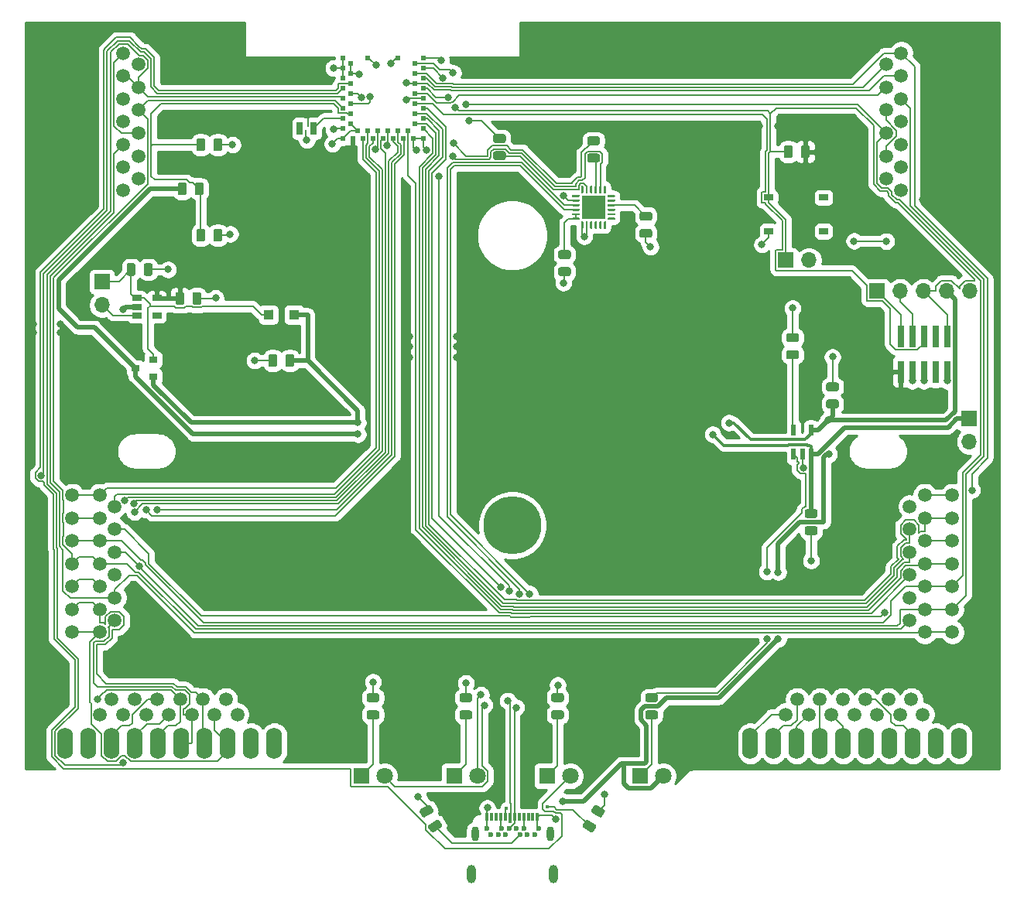
<source format=gbr>
G04 #@! TF.GenerationSoftware,KiCad,Pcbnew,(5.1.6)-1*
G04 #@! TF.CreationDate,2020-11-29T11:08:08-06:00*
G04 #@! TF.ProjectId,Blue_Wizard,426c7565-5f57-4697-9a61-72642e6b6963,rev?*
G04 #@! TF.SameCoordinates,Original*
G04 #@! TF.FileFunction,Copper,L1,Top*
G04 #@! TF.FilePolarity,Positive*
%FSLAX46Y46*%
G04 Gerber Fmt 4.6, Leading zero omitted, Abs format (unit mm)*
G04 Created by KiCad (PCBNEW (5.1.6)-1) date 2020-11-29 11:08:08*
%MOMM*%
%LPD*%
G01*
G04 APERTURE LIST*
G04 #@! TA.AperFunction,SMDPad,CuDef*
%ADD10R,1.000000X0.700000*%
G04 #@! TD*
G04 #@! TA.AperFunction,SMDPad,CuDef*
%ADD11R,0.500000X0.500000*%
G04 #@! TD*
G04 #@! TA.AperFunction,ComponentPad*
%ADD12C,6.350000*%
G04 #@! TD*
G04 #@! TA.AperFunction,ComponentPad*
%ADD13C,1.511200*%
G04 #@! TD*
G04 #@! TA.AperFunction,SMDPad,CuDef*
%ADD14R,1.100000X1.100000*%
G04 #@! TD*
G04 #@! TA.AperFunction,SMDPad,CuDef*
%ADD15R,0.300000X0.900000*%
G04 #@! TD*
G04 #@! TA.AperFunction,ComponentPad*
%ADD16C,0.600000*%
G04 #@! TD*
G04 #@! TA.AperFunction,ComponentPad*
%ADD17O,0.800000X1.600000*%
G04 #@! TD*
G04 #@! TA.AperFunction,ComponentPad*
%ADD18O,1.000000X2.000000*%
G04 #@! TD*
G04 #@! TA.AperFunction,ComponentPad*
%ADD19R,1.700000X1.700000*%
G04 #@! TD*
G04 #@! TA.AperFunction,ComponentPad*
%ADD20O,1.700000X1.700000*%
G04 #@! TD*
G04 #@! TA.AperFunction,ComponentPad*
%ADD21R,1.800000X1.800000*%
G04 #@! TD*
G04 #@! TA.AperFunction,ComponentPad*
%ADD22C,1.800000*%
G04 #@! TD*
G04 #@! TA.AperFunction,SMDPad,CuDef*
%ADD23R,0.740000X2.400000*%
G04 #@! TD*
G04 #@! TA.AperFunction,ComponentPad*
%ADD24O,1.727200X3.454400*%
G04 #@! TD*
G04 #@! TA.AperFunction,SMDPad,CuDef*
%ADD25R,0.900000X0.800000*%
G04 #@! TD*
G04 #@! TA.AperFunction,SMDPad,CuDef*
%ADD26R,0.558800X1.270000*%
G04 #@! TD*
G04 #@! TA.AperFunction,SMDPad,CuDef*
%ADD27R,2.600000X2.600000*%
G04 #@! TD*
G04 #@! TA.AperFunction,SMDPad,CuDef*
%ADD28R,0.700000X1.400000*%
G04 #@! TD*
G04 #@! TA.AperFunction,SMDPad,CuDef*
%ADD29R,0.200000X0.500000*%
G04 #@! TD*
G04 #@! TA.AperFunction,SMDPad,CuDef*
%ADD30R,1.060000X0.650000*%
G04 #@! TD*
G04 #@! TA.AperFunction,ViaPad*
%ADD31C,0.800000*%
G04 #@! TD*
G04 #@! TA.AperFunction,ViaPad*
%ADD32C,0.400000*%
G04 #@! TD*
G04 #@! TA.AperFunction,Conductor*
%ADD33C,0.300000*%
G04 #@! TD*
G04 #@! TA.AperFunction,Conductor*
%ADD34C,0.500000*%
G04 #@! TD*
G04 #@! TA.AperFunction,Conductor*
%ADD35C,0.200000*%
G04 #@! TD*
G04 #@! TA.AperFunction,Conductor*
%ADD36C,0.254000*%
G04 #@! TD*
G04 APERTURE END LIST*
G04 #@! TA.AperFunction,SMDPad,CuDef*
G36*
G01*
X115512000Y-72655750D02*
X115512000Y-71743250D01*
G75*
G02*
X115755750Y-71499500I243750J0D01*
G01*
X116243250Y-71499500D01*
G75*
G02*
X116487000Y-71743250I0J-243750D01*
G01*
X116487000Y-72655750D01*
G75*
G02*
X116243250Y-72899500I-243750J0D01*
G01*
X115755750Y-72899500D01*
G75*
G02*
X115512000Y-72655750I0J243750D01*
G01*
G37*
G04 #@! TD.AperFunction*
G04 #@! TA.AperFunction,SMDPad,CuDef*
G36*
G01*
X113637000Y-72655750D02*
X113637000Y-71743250D01*
G75*
G02*
X113880750Y-71499500I243750J0D01*
G01*
X114368250Y-71499500D01*
G75*
G02*
X114612000Y-71743250I0J-243750D01*
G01*
X114612000Y-72655750D01*
G75*
G02*
X114368250Y-72899500I-243750J0D01*
G01*
X113880750Y-72899500D01*
G75*
G02*
X113637000Y-72655750I0J243750D01*
G01*
G37*
G04 #@! TD.AperFunction*
D10*
X184546500Y-64842000D03*
X184546500Y-61142000D03*
X178546500Y-64842000D03*
X178546500Y-61142000D03*
D11*
X131945000Y-54695000D03*
X131945000Y-45895000D03*
X132845000Y-46445000D03*
X131945000Y-46995000D03*
X132845000Y-47545000D03*
X131945000Y-48095000D03*
X132845000Y-48645000D03*
X131945000Y-49195000D03*
X132845000Y-49745000D03*
X131945000Y-50295000D03*
X132845000Y-50845000D03*
X131945000Y-51395000D03*
X132845000Y-51945000D03*
X131945000Y-52495000D03*
X132845000Y-53045000D03*
X131945000Y-53595000D03*
X133045000Y-54695000D03*
X133595000Y-53795000D03*
X134145000Y-54695000D03*
X134695000Y-53795000D03*
X135245000Y-54695000D03*
X135795000Y-53795000D03*
X136345000Y-54695000D03*
X136895000Y-53795000D03*
X137445000Y-54695000D03*
X137995000Y-53795000D03*
X138545000Y-54695000D03*
X139095000Y-53795000D03*
X139645000Y-54695000D03*
X140745000Y-53595000D03*
X140745000Y-54695000D03*
X139845000Y-53045000D03*
X140745000Y-52495000D03*
X139845000Y-51945000D03*
X140745000Y-51395000D03*
X139845000Y-50845000D03*
X140745000Y-50295000D03*
X139845000Y-49745000D03*
X140745000Y-49195000D03*
X139845000Y-48645000D03*
X140745000Y-48095000D03*
X139845000Y-47545000D03*
X140745000Y-46995000D03*
X139845000Y-46445000D03*
X140745000Y-45895000D03*
X137995000Y-45895000D03*
X134695000Y-45895000D03*
D12*
X150495000Y-97028000D03*
D13*
X193039999Y-45339001D03*
X193039999Y-47839001D03*
X193039999Y-50339001D03*
X193039999Y-52839001D03*
X193039999Y-55339001D03*
X193039999Y-57839001D03*
X193039999Y-60339001D03*
X191389999Y-46589001D03*
X191389999Y-49089001D03*
X191389999Y-51589001D03*
X191389999Y-54089001D03*
X191389999Y-56589001D03*
X191389999Y-59089001D03*
D14*
X126622000Y-73977500D03*
X123822000Y-73977500D03*
D15*
X147745000Y-128968000D03*
X148245000Y-128968000D03*
X148745000Y-128968000D03*
X149245000Y-128968000D03*
X149745000Y-128968000D03*
X150245000Y-128968000D03*
X150745000Y-128968000D03*
X151245000Y-128968000D03*
X151745000Y-128968000D03*
X152245000Y-128968000D03*
X152745000Y-128968000D03*
X153245000Y-128968000D03*
D16*
X153345000Y-130178000D03*
X152945000Y-130878000D03*
X152145000Y-130878000D03*
X151745000Y-130178000D03*
X151345000Y-130878000D03*
X150945000Y-130178000D03*
X150145000Y-130178000D03*
X149745000Y-130878000D03*
X149345000Y-130178000D03*
X148945000Y-130878000D03*
X148145000Y-130878000D03*
X147745000Y-130178000D03*
D17*
X146415000Y-130778000D03*
X154675000Y-130778000D03*
D18*
X146005000Y-135228000D03*
X154985000Y-135228000D03*
D19*
X180403500Y-68008500D03*
D20*
X182943500Y-68008500D03*
D13*
X102362000Y-108712000D03*
X107012000Y-94962000D03*
X107012000Y-97462000D03*
X107012000Y-99962000D03*
X107012000Y-102462000D03*
X107012000Y-104962000D03*
X107012000Y-107462000D03*
X105362000Y-93712000D03*
X105362000Y-96212000D03*
X105362000Y-98712000D03*
X105362000Y-101212000D03*
X105362000Y-103712000D03*
X105362000Y-106212000D03*
X105362000Y-108712000D03*
X102362000Y-106212000D03*
X102362000Y-103712000D03*
X102362000Y-101212000D03*
X102362000Y-98712000D03*
X102362000Y-96212000D03*
X102362000Y-93712000D03*
X109600000Y-46589001D03*
X109600000Y-49089001D03*
X109600000Y-51589001D03*
X109600000Y-54089001D03*
X109600000Y-56589001D03*
X109600000Y-59089001D03*
X107950000Y-45339001D03*
X107950000Y-47839001D03*
X107950000Y-50339001D03*
X107950000Y-52839001D03*
X107950000Y-55339001D03*
X107950000Y-57839001D03*
X107950000Y-60339001D03*
X195400000Y-117728000D03*
X192900000Y-117728000D03*
X190400000Y-117728000D03*
X187900000Y-117728000D03*
X185400000Y-117728000D03*
X182900000Y-117728000D03*
X180400000Y-117728000D03*
X194150000Y-116078000D03*
X191650000Y-116078000D03*
X189150000Y-116078000D03*
X186650000Y-116078000D03*
X184150000Y-116078000D03*
X181650000Y-116078000D03*
D20*
X200469500Y-87884000D03*
D19*
X200469500Y-85344000D03*
D21*
X133985000Y-124460000D03*
D22*
X136525000Y-124460000D03*
X146685000Y-124460000D03*
D21*
X144145000Y-124460000D03*
D22*
X167005000Y-124460000D03*
D21*
X164465000Y-124460000D03*
X154305000Y-124460000D03*
D22*
X156845000Y-124460000D03*
D23*
X192976500Y-80245500D03*
X192976500Y-76345500D03*
X194246500Y-80245500D03*
X194246500Y-76345500D03*
X195516500Y-80245500D03*
X195516500Y-76345500D03*
X196786500Y-80245500D03*
X196786500Y-76345500D03*
X198056500Y-80245500D03*
X198056500Y-76345500D03*
D13*
X106673000Y-116078000D03*
X109173000Y-116078000D03*
X111673000Y-116078000D03*
X114173000Y-116078000D03*
X116673000Y-116078000D03*
X119173000Y-116078000D03*
X105423000Y-117728000D03*
X107923000Y-117728000D03*
X110423000Y-117728000D03*
X112923000Y-117728000D03*
X115423000Y-117728000D03*
X117923000Y-117728000D03*
X120423000Y-117728000D03*
D24*
X101599999Y-120904000D03*
X104139999Y-120904000D03*
X106679999Y-120904000D03*
X109219999Y-120904000D03*
X111759999Y-120904000D03*
X114299999Y-120904000D03*
X116839999Y-120904000D03*
X119379999Y-120904000D03*
X121919999Y-120904000D03*
X124459999Y-120904000D03*
D13*
X198627999Y-108712001D03*
X198627999Y-106212001D03*
X198627999Y-103712001D03*
X198627999Y-101212001D03*
X198627999Y-98712001D03*
X198627999Y-96212001D03*
X195627999Y-93712001D03*
X195627999Y-96212001D03*
X195627999Y-98712001D03*
X195627999Y-101212001D03*
X195627999Y-103712001D03*
X195627999Y-106212001D03*
X195627999Y-108712001D03*
X193977999Y-94962001D03*
X193977999Y-97462001D03*
X193977999Y-99962001D03*
X193977999Y-102462001D03*
X193977999Y-104962001D03*
X193977999Y-107462001D03*
X198627999Y-93712001D03*
D24*
X176529999Y-120904000D03*
X179069999Y-120904000D03*
X181609999Y-120904000D03*
X184149999Y-120904000D03*
X186689999Y-120904000D03*
X189229999Y-120904000D03*
X191769999Y-120904000D03*
X194309999Y-120904000D03*
X196849999Y-120904000D03*
X199389999Y-120904000D03*
D25*
X111236000Y-80769500D03*
X111236000Y-78869500D03*
X109236000Y-79819500D03*
D19*
X190373000Y-71374000D03*
D20*
X192913000Y-71374000D03*
X195453000Y-71374000D03*
X197993000Y-71374000D03*
X200533000Y-71374000D03*
G04 #@! TA.AperFunction,SMDPad,CuDef*
G36*
G01*
X108303000Y-69480750D02*
X108303000Y-68568250D01*
G75*
G02*
X108546750Y-68324500I243750J0D01*
G01*
X109034250Y-68324500D01*
G75*
G02*
X109278000Y-68568250I0J-243750D01*
G01*
X109278000Y-69480750D01*
G75*
G02*
X109034250Y-69724500I-243750J0D01*
G01*
X108546750Y-69724500D01*
G75*
G02*
X108303000Y-69480750I0J243750D01*
G01*
G37*
G04 #@! TD.AperFunction*
G04 #@! TA.AperFunction,SMDPad,CuDef*
G36*
G01*
X110178000Y-69480750D02*
X110178000Y-68568250D01*
G75*
G02*
X110421750Y-68324500I243750J0D01*
G01*
X110909250Y-68324500D01*
G75*
G02*
X111153000Y-68568250I0J-243750D01*
G01*
X111153000Y-69480750D01*
G75*
G02*
X110909250Y-69724500I-243750J0D01*
G01*
X110421750Y-69724500D01*
G75*
G02*
X110178000Y-69480750I0J243750D01*
G01*
G37*
G04 #@! TD.AperFunction*
G04 #@! TA.AperFunction,SMDPad,CuDef*
G36*
G01*
X185977850Y-84229000D02*
X185065350Y-84229000D01*
G75*
G02*
X184821600Y-83985250I0J243750D01*
G01*
X184821600Y-83497750D01*
G75*
G02*
X185065350Y-83254000I243750J0D01*
G01*
X185977850Y-83254000D01*
G75*
G02*
X186221600Y-83497750I0J-243750D01*
G01*
X186221600Y-83985250D01*
G75*
G02*
X185977850Y-84229000I-243750J0D01*
G01*
G37*
G04 #@! TD.AperFunction*
G04 #@! TA.AperFunction,SMDPad,CuDef*
G36*
G01*
X185977850Y-82354000D02*
X185065350Y-82354000D01*
G75*
G02*
X184821600Y-82110250I0J243750D01*
G01*
X184821600Y-81622750D01*
G75*
G02*
X185065350Y-81379000I243750J0D01*
G01*
X185977850Y-81379000D01*
G75*
G02*
X186221600Y-81622750I0J-243750D01*
G01*
X186221600Y-82110250D01*
G75*
G02*
X185977850Y-82354000I-243750J0D01*
G01*
G37*
G04 #@! TD.AperFunction*
G04 #@! TA.AperFunction,SMDPad,CuDef*
G36*
G01*
X182728550Y-97122400D02*
X183641050Y-97122400D01*
G75*
G02*
X183884800Y-97366150I0J-243750D01*
G01*
X183884800Y-97853650D01*
G75*
G02*
X183641050Y-98097400I-243750J0D01*
G01*
X182728550Y-98097400D01*
G75*
G02*
X182484800Y-97853650I0J243750D01*
G01*
X182484800Y-97366150D01*
G75*
G02*
X182728550Y-97122400I243750J0D01*
G01*
G37*
G04 #@! TD.AperFunction*
G04 #@! TA.AperFunction,SMDPad,CuDef*
G36*
G01*
X182728550Y-95247400D02*
X183641050Y-95247400D01*
G75*
G02*
X183884800Y-95491150I0J-243750D01*
G01*
X183884800Y-95978650D01*
G75*
G02*
X183641050Y-96222400I-243750J0D01*
G01*
X182728550Y-96222400D01*
G75*
G02*
X182484800Y-95978650I0J243750D01*
G01*
X182484800Y-95491150D01*
G75*
G02*
X182728550Y-95247400I243750J0D01*
G01*
G37*
G04 #@! TD.AperFunction*
G04 #@! TA.AperFunction,SMDPad,CuDef*
G36*
G01*
X134798750Y-117290000D02*
X135711250Y-117290000D01*
G75*
G02*
X135955000Y-117533750I0J-243750D01*
G01*
X135955000Y-118021250D01*
G75*
G02*
X135711250Y-118265000I-243750J0D01*
G01*
X134798750Y-118265000D01*
G75*
G02*
X134555000Y-118021250I0J243750D01*
G01*
X134555000Y-117533750D01*
G75*
G02*
X134798750Y-117290000I243750J0D01*
G01*
G37*
G04 #@! TD.AperFunction*
G04 #@! TA.AperFunction,SMDPad,CuDef*
G36*
G01*
X134798750Y-115415000D02*
X135711250Y-115415000D01*
G75*
G02*
X135955000Y-115658750I0J-243750D01*
G01*
X135955000Y-116146250D01*
G75*
G02*
X135711250Y-116390000I-243750J0D01*
G01*
X134798750Y-116390000D01*
G75*
G02*
X134555000Y-116146250I0J243750D01*
G01*
X134555000Y-115658750D01*
G75*
G02*
X134798750Y-115415000I243750J0D01*
G01*
G37*
G04 #@! TD.AperFunction*
G04 #@! TA.AperFunction,SMDPad,CuDef*
G36*
G01*
X144958750Y-115415000D02*
X145871250Y-115415000D01*
G75*
G02*
X146115000Y-115658750I0J-243750D01*
G01*
X146115000Y-116146250D01*
G75*
G02*
X145871250Y-116390000I-243750J0D01*
G01*
X144958750Y-116390000D01*
G75*
G02*
X144715000Y-116146250I0J243750D01*
G01*
X144715000Y-115658750D01*
G75*
G02*
X144958750Y-115415000I243750J0D01*
G01*
G37*
G04 #@! TD.AperFunction*
G04 #@! TA.AperFunction,SMDPad,CuDef*
G36*
G01*
X144958750Y-117290000D02*
X145871250Y-117290000D01*
G75*
G02*
X146115000Y-117533750I0J-243750D01*
G01*
X146115000Y-118021250D01*
G75*
G02*
X145871250Y-118265000I-243750J0D01*
G01*
X144958750Y-118265000D01*
G75*
G02*
X144715000Y-118021250I0J243750D01*
G01*
X144715000Y-117533750D01*
G75*
G02*
X144958750Y-117290000I243750J0D01*
G01*
G37*
G04 #@! TD.AperFunction*
G04 #@! TA.AperFunction,SMDPad,CuDef*
G36*
G01*
X165278750Y-117290000D02*
X166191250Y-117290000D01*
G75*
G02*
X166435000Y-117533750I0J-243750D01*
G01*
X166435000Y-118021250D01*
G75*
G02*
X166191250Y-118265000I-243750J0D01*
G01*
X165278750Y-118265000D01*
G75*
G02*
X165035000Y-118021250I0J243750D01*
G01*
X165035000Y-117533750D01*
G75*
G02*
X165278750Y-117290000I243750J0D01*
G01*
G37*
G04 #@! TD.AperFunction*
G04 #@! TA.AperFunction,SMDPad,CuDef*
G36*
G01*
X165278750Y-115415000D02*
X166191250Y-115415000D01*
G75*
G02*
X166435000Y-115658750I0J-243750D01*
G01*
X166435000Y-116146250D01*
G75*
G02*
X166191250Y-116390000I-243750J0D01*
G01*
X165278750Y-116390000D01*
G75*
G02*
X165035000Y-116146250I0J243750D01*
G01*
X165035000Y-115658750D01*
G75*
G02*
X165278750Y-115415000I243750J0D01*
G01*
G37*
G04 #@! TD.AperFunction*
G04 #@! TA.AperFunction,SMDPad,CuDef*
G36*
G01*
X154991750Y-115394000D02*
X155904250Y-115394000D01*
G75*
G02*
X156148000Y-115637750I0J-243750D01*
G01*
X156148000Y-116125250D01*
G75*
G02*
X155904250Y-116369000I-243750J0D01*
G01*
X154991750Y-116369000D01*
G75*
G02*
X154748000Y-116125250I0J243750D01*
G01*
X154748000Y-115637750D01*
G75*
G02*
X154991750Y-115394000I243750J0D01*
G01*
G37*
G04 #@! TD.AperFunction*
G04 #@! TA.AperFunction,SMDPad,CuDef*
G36*
G01*
X154991750Y-117269000D02*
X155904250Y-117269000D01*
G75*
G02*
X156148000Y-117512750I0J-243750D01*
G01*
X156148000Y-118000250D01*
G75*
G02*
X155904250Y-118244000I-243750J0D01*
G01*
X154991750Y-118244000D01*
G75*
G02*
X154748000Y-118000250I0J243750D01*
G01*
X154748000Y-117512750D01*
G75*
G02*
X154991750Y-117269000I243750J0D01*
G01*
G37*
G04 #@! TD.AperFunction*
G04 #@! TA.AperFunction,SMDPad,CuDef*
G36*
G01*
X123797000Y-79450250D02*
X123797000Y-78537750D01*
G75*
G02*
X124040750Y-78294000I243750J0D01*
G01*
X124528250Y-78294000D01*
G75*
G02*
X124772000Y-78537750I0J-243750D01*
G01*
X124772000Y-79450250D01*
G75*
G02*
X124528250Y-79694000I-243750J0D01*
G01*
X124040750Y-79694000D01*
G75*
G02*
X123797000Y-79450250I0J243750D01*
G01*
G37*
G04 #@! TD.AperFunction*
G04 #@! TA.AperFunction,SMDPad,CuDef*
G36*
G01*
X125672000Y-79450250D02*
X125672000Y-78537750D01*
G75*
G02*
X125915750Y-78294000I243750J0D01*
G01*
X126403250Y-78294000D01*
G75*
G02*
X126647000Y-78537750I0J-243750D01*
G01*
X126647000Y-79450250D01*
G75*
G02*
X126403250Y-79694000I-243750J0D01*
G01*
X125915750Y-79694000D01*
G75*
G02*
X125672000Y-79450250I0J243750D01*
G01*
G37*
G04 #@! TD.AperFunction*
G04 #@! TA.AperFunction,SMDPad,CuDef*
G36*
G01*
X182060000Y-56590250D02*
X182060000Y-55677750D01*
G75*
G02*
X182303750Y-55434000I243750J0D01*
G01*
X182791250Y-55434000D01*
G75*
G02*
X183035000Y-55677750I0J-243750D01*
G01*
X183035000Y-56590250D01*
G75*
G02*
X182791250Y-56834000I-243750J0D01*
G01*
X182303750Y-56834000D01*
G75*
G02*
X182060000Y-56590250I0J243750D01*
G01*
G37*
G04 #@! TD.AperFunction*
G04 #@! TA.AperFunction,SMDPad,CuDef*
G36*
G01*
X180185000Y-56590250D02*
X180185000Y-55677750D01*
G75*
G02*
X180428750Y-55434000I243750J0D01*
G01*
X180916250Y-55434000D01*
G75*
G02*
X181160000Y-55677750I0J-243750D01*
G01*
X181160000Y-56590250D01*
G75*
G02*
X180916250Y-56834000I-243750J0D01*
G01*
X180428750Y-56834000D01*
G75*
G02*
X180185000Y-56590250I0J243750D01*
G01*
G37*
G04 #@! TD.AperFunction*
G04 #@! TA.AperFunction,SMDPad,CuDef*
G36*
G01*
X159093024Y-130595811D02*
X158302776Y-130139562D01*
G75*
G02*
X158213557Y-129806593I121875J211094D01*
G01*
X158457307Y-129384405D01*
G75*
G02*
X158790276Y-129295186I211094J-121875D01*
G01*
X159580524Y-129751436D01*
G75*
G02*
X159669743Y-130084405I-121875J-211094D01*
G01*
X159425993Y-130506593D01*
G75*
G02*
X159093024Y-130595812I-211094J121875D01*
G01*
G37*
G04 #@! TD.AperFunction*
G04 #@! TA.AperFunction,SMDPad,CuDef*
G36*
G01*
X160030524Y-128972013D02*
X159240276Y-128515764D01*
G75*
G02*
X159151057Y-128182795I121875J211094D01*
G01*
X159394807Y-127760607D01*
G75*
G02*
X159727776Y-127671388I211094J-121875D01*
G01*
X160518024Y-128127638D01*
G75*
G02*
X160607243Y-128460607I-121875J-211094D01*
G01*
X160363493Y-128882795D01*
G75*
G02*
X160030524Y-128972014I-211094J121875D01*
G01*
G37*
G04 #@! TD.AperFunction*
G04 #@! TA.AperFunction,SMDPad,CuDef*
G36*
G01*
X141409476Y-129751437D02*
X142199724Y-129295186D01*
G75*
G02*
X142532693Y-129384405I121875J-211094D01*
G01*
X142776443Y-129806593D01*
G75*
G02*
X142687224Y-130139562I-211094J-121875D01*
G01*
X141896976Y-130595812D01*
G75*
G02*
X141564007Y-130506593I-121875J211094D01*
G01*
X141320257Y-130084405D01*
G75*
G02*
X141409476Y-129751436I211094J121875D01*
G01*
G37*
G04 #@! TD.AperFunction*
G04 #@! TA.AperFunction,SMDPad,CuDef*
G36*
G01*
X140471976Y-128127639D02*
X141262224Y-127671388D01*
G75*
G02*
X141595193Y-127760607I121875J-211094D01*
G01*
X141838943Y-128182795D01*
G75*
G02*
X141749724Y-128515764I-211094J-121875D01*
G01*
X140959476Y-128972014D01*
G75*
G02*
X140626507Y-128882795I-121875J211094D01*
G01*
X140382757Y-128460607D01*
G75*
G02*
X140471976Y-128127638I211094J121875D01*
G01*
G37*
G04 #@! TD.AperFunction*
G04 #@! TA.AperFunction,SMDPad,CuDef*
G36*
G01*
X180696550Y-75994200D02*
X181609050Y-75994200D01*
G75*
G02*
X181852800Y-76237950I0J-243750D01*
G01*
X181852800Y-76725450D01*
G75*
G02*
X181609050Y-76969200I-243750J0D01*
G01*
X180696550Y-76969200D01*
G75*
G02*
X180452800Y-76725450I0J243750D01*
G01*
X180452800Y-76237950D01*
G75*
G02*
X180696550Y-75994200I243750J0D01*
G01*
G37*
G04 #@! TD.AperFunction*
G04 #@! TA.AperFunction,SMDPad,CuDef*
G36*
G01*
X180696550Y-77869200D02*
X181609050Y-77869200D01*
G75*
G02*
X181852800Y-78112950I0J-243750D01*
G01*
X181852800Y-78600450D01*
G75*
G02*
X181609050Y-78844200I-243750J0D01*
G01*
X180696550Y-78844200D01*
G75*
G02*
X180452800Y-78600450I0J243750D01*
G01*
X180452800Y-78112950D01*
G75*
G02*
X180696550Y-77869200I243750J0D01*
G01*
G37*
G04 #@! TD.AperFunction*
D26*
X181279800Y-86639400D03*
X183159400Y-86639400D03*
X183159400Y-89230200D03*
X182219600Y-89230200D03*
X181279800Y-89230200D03*
G04 #@! TA.AperFunction,SMDPad,CuDef*
G36*
G01*
X164643750Y-64585000D02*
X165556250Y-64585000D01*
G75*
G02*
X165800000Y-64828750I0J-243750D01*
G01*
X165800000Y-65316250D01*
G75*
G02*
X165556250Y-65560000I-243750J0D01*
G01*
X164643750Y-65560000D01*
G75*
G02*
X164400000Y-65316250I0J243750D01*
G01*
X164400000Y-64828750D01*
G75*
G02*
X164643750Y-64585000I243750J0D01*
G01*
G37*
G04 #@! TD.AperFunction*
G04 #@! TA.AperFunction,SMDPad,CuDef*
G36*
G01*
X164643750Y-62710000D02*
X165556250Y-62710000D01*
G75*
G02*
X165800000Y-62953750I0J-243750D01*
G01*
X165800000Y-63441250D01*
G75*
G02*
X165556250Y-63685000I-243750J0D01*
G01*
X164643750Y-63685000D01*
G75*
G02*
X164400000Y-63441250I0J243750D01*
G01*
X164400000Y-62953750D01*
G75*
G02*
X164643750Y-62710000I243750J0D01*
G01*
G37*
G04 #@! TD.AperFunction*
G04 #@! TA.AperFunction,SMDPad,CuDef*
G36*
G01*
X155753750Y-66901000D02*
X156666250Y-66901000D01*
G75*
G02*
X156910000Y-67144750I0J-243750D01*
G01*
X156910000Y-67632250D01*
G75*
G02*
X156666250Y-67876000I-243750J0D01*
G01*
X155753750Y-67876000D01*
G75*
G02*
X155510000Y-67632250I0J243750D01*
G01*
X155510000Y-67144750D01*
G75*
G02*
X155753750Y-66901000I243750J0D01*
G01*
G37*
G04 #@! TD.AperFunction*
G04 #@! TA.AperFunction,SMDPad,CuDef*
G36*
G01*
X155753750Y-68776000D02*
X156666250Y-68776000D01*
G75*
G02*
X156910000Y-69019750I0J-243750D01*
G01*
X156910000Y-69507250D01*
G75*
G02*
X156666250Y-69751000I-243750J0D01*
G01*
X155753750Y-69751000D01*
G75*
G02*
X155510000Y-69507250I0J243750D01*
G01*
X155510000Y-69019750D01*
G75*
G02*
X155753750Y-68776000I243750J0D01*
G01*
G37*
G04 #@! TD.AperFunction*
G04 #@! TA.AperFunction,SMDPad,CuDef*
G36*
G01*
X148641750Y-54201000D02*
X149554250Y-54201000D01*
G75*
G02*
X149798000Y-54444750I0J-243750D01*
G01*
X149798000Y-54932250D01*
G75*
G02*
X149554250Y-55176000I-243750J0D01*
G01*
X148641750Y-55176000D01*
G75*
G02*
X148398000Y-54932250I0J243750D01*
G01*
X148398000Y-54444750D01*
G75*
G02*
X148641750Y-54201000I243750J0D01*
G01*
G37*
G04 #@! TD.AperFunction*
G04 #@! TA.AperFunction,SMDPad,CuDef*
G36*
G01*
X148641750Y-56076000D02*
X149554250Y-56076000D01*
G75*
G02*
X149798000Y-56319750I0J-243750D01*
G01*
X149798000Y-56807250D01*
G75*
G02*
X149554250Y-57051000I-243750J0D01*
G01*
X148641750Y-57051000D01*
G75*
G02*
X148398000Y-56807250I0J243750D01*
G01*
X148398000Y-56319750D01*
G75*
G02*
X148641750Y-56076000I243750J0D01*
G01*
G37*
G04 #@! TD.AperFunction*
G04 #@! TA.AperFunction,SMDPad,CuDef*
G36*
G01*
X117798000Y-55828250D02*
X117798000Y-54915750D01*
G75*
G02*
X118041750Y-54672000I243750J0D01*
G01*
X118529250Y-54672000D01*
G75*
G02*
X118773000Y-54915750I0J-243750D01*
G01*
X118773000Y-55828250D01*
G75*
G02*
X118529250Y-56072000I-243750J0D01*
G01*
X118041750Y-56072000D01*
G75*
G02*
X117798000Y-55828250I0J243750D01*
G01*
G37*
G04 #@! TD.AperFunction*
G04 #@! TA.AperFunction,SMDPad,CuDef*
G36*
G01*
X115923000Y-55828250D02*
X115923000Y-54915750D01*
G75*
G02*
X116166750Y-54672000I243750J0D01*
G01*
X116654250Y-54672000D01*
G75*
G02*
X116898000Y-54915750I0J-243750D01*
G01*
X116898000Y-55828250D01*
G75*
G02*
X116654250Y-56072000I-243750J0D01*
G01*
X116166750Y-56072000D01*
G75*
G02*
X115923000Y-55828250I0J243750D01*
G01*
G37*
G04 #@! TD.AperFunction*
G04 #@! TA.AperFunction,SMDPad,CuDef*
G36*
G01*
X159841250Y-57305000D02*
X158928750Y-57305000D01*
G75*
G02*
X158685000Y-57061250I0J243750D01*
G01*
X158685000Y-56573750D01*
G75*
G02*
X158928750Y-56330000I243750J0D01*
G01*
X159841250Y-56330000D01*
G75*
G02*
X160085000Y-56573750I0J-243750D01*
G01*
X160085000Y-57061250D01*
G75*
G02*
X159841250Y-57305000I-243750J0D01*
G01*
G37*
G04 #@! TD.AperFunction*
G04 #@! TA.AperFunction,SMDPad,CuDef*
G36*
G01*
X159841250Y-55430000D02*
X158928750Y-55430000D01*
G75*
G02*
X158685000Y-55186250I0J243750D01*
G01*
X158685000Y-54698750D01*
G75*
G02*
X158928750Y-54455000I243750J0D01*
G01*
X159841250Y-54455000D01*
G75*
G02*
X160085000Y-54698750I0J-243750D01*
G01*
X160085000Y-55186250D01*
G75*
G02*
X159841250Y-55430000I-243750J0D01*
G01*
G37*
G04 #@! TD.AperFunction*
G04 #@! TA.AperFunction,SMDPad,CuDef*
G36*
G01*
X116741000Y-59741750D02*
X116741000Y-60654250D01*
G75*
G02*
X116497250Y-60898000I-243750J0D01*
G01*
X116009750Y-60898000D01*
G75*
G02*
X115766000Y-60654250I0J243750D01*
G01*
X115766000Y-59741750D01*
G75*
G02*
X116009750Y-59498000I243750J0D01*
G01*
X116497250Y-59498000D01*
G75*
G02*
X116741000Y-59741750I0J-243750D01*
G01*
G37*
G04 #@! TD.AperFunction*
G04 #@! TA.AperFunction,SMDPad,CuDef*
G36*
G01*
X114866000Y-59741750D02*
X114866000Y-60654250D01*
G75*
G02*
X114622250Y-60898000I-243750J0D01*
G01*
X114134750Y-60898000D01*
G75*
G02*
X113891000Y-60654250I0J243750D01*
G01*
X113891000Y-59741750D01*
G75*
G02*
X114134750Y-59498000I243750J0D01*
G01*
X114622250Y-59498000D01*
G75*
G02*
X114866000Y-59741750I0J-243750D01*
G01*
G37*
G04 #@! TD.AperFunction*
G04 #@! TA.AperFunction,SMDPad,CuDef*
G36*
G01*
X116898000Y-64821750D02*
X116898000Y-65734250D01*
G75*
G02*
X116654250Y-65978000I-243750J0D01*
G01*
X116166750Y-65978000D01*
G75*
G02*
X115923000Y-65734250I0J243750D01*
G01*
X115923000Y-64821750D01*
G75*
G02*
X116166750Y-64578000I243750J0D01*
G01*
X116654250Y-64578000D01*
G75*
G02*
X116898000Y-64821750I0J-243750D01*
G01*
G37*
G04 #@! TD.AperFunction*
G04 #@! TA.AperFunction,SMDPad,CuDef*
G36*
G01*
X118773000Y-64821750D02*
X118773000Y-65734250D01*
G75*
G02*
X118529250Y-65978000I-243750J0D01*
G01*
X118041750Y-65978000D01*
G75*
G02*
X117798000Y-65734250I0J243750D01*
G01*
X117798000Y-64821750D01*
G75*
G02*
X118041750Y-64578000I243750J0D01*
G01*
X118529250Y-64578000D01*
G75*
G02*
X118773000Y-64821750I0J-243750D01*
G01*
G37*
G04 #@! TD.AperFunction*
G04 #@! TA.AperFunction,SMDPad,CuDef*
G36*
G01*
X157035000Y-61042500D02*
X157035000Y-60917500D01*
G75*
G02*
X157097500Y-60855000I62500J0D01*
G01*
X157797500Y-60855000D01*
G75*
G02*
X157860000Y-60917500I0J-62500D01*
G01*
X157860000Y-61042500D01*
G75*
G02*
X157797500Y-61105000I-62500J0D01*
G01*
X157097500Y-61105000D01*
G75*
G02*
X157035000Y-61042500I0J62500D01*
G01*
G37*
G04 #@! TD.AperFunction*
G04 #@! TA.AperFunction,SMDPad,CuDef*
G36*
G01*
X157035000Y-61542500D02*
X157035000Y-61417500D01*
G75*
G02*
X157097500Y-61355000I62500J0D01*
G01*
X157797500Y-61355000D01*
G75*
G02*
X157860000Y-61417500I0J-62500D01*
G01*
X157860000Y-61542500D01*
G75*
G02*
X157797500Y-61605000I-62500J0D01*
G01*
X157097500Y-61605000D01*
G75*
G02*
X157035000Y-61542500I0J62500D01*
G01*
G37*
G04 #@! TD.AperFunction*
G04 #@! TA.AperFunction,SMDPad,CuDef*
G36*
G01*
X157035000Y-62042500D02*
X157035000Y-61917500D01*
G75*
G02*
X157097500Y-61855000I62500J0D01*
G01*
X157797500Y-61855000D01*
G75*
G02*
X157860000Y-61917500I0J-62500D01*
G01*
X157860000Y-62042500D01*
G75*
G02*
X157797500Y-62105000I-62500J0D01*
G01*
X157097500Y-62105000D01*
G75*
G02*
X157035000Y-62042500I0J62500D01*
G01*
G37*
G04 #@! TD.AperFunction*
G04 #@! TA.AperFunction,SMDPad,CuDef*
G36*
G01*
X157035000Y-62542500D02*
X157035000Y-62417500D01*
G75*
G02*
X157097500Y-62355000I62500J0D01*
G01*
X157797500Y-62355000D01*
G75*
G02*
X157860000Y-62417500I0J-62500D01*
G01*
X157860000Y-62542500D01*
G75*
G02*
X157797500Y-62605000I-62500J0D01*
G01*
X157097500Y-62605000D01*
G75*
G02*
X157035000Y-62542500I0J62500D01*
G01*
G37*
G04 #@! TD.AperFunction*
G04 #@! TA.AperFunction,SMDPad,CuDef*
G36*
G01*
X157035000Y-63042500D02*
X157035000Y-62917500D01*
G75*
G02*
X157097500Y-62855000I62500J0D01*
G01*
X157797500Y-62855000D01*
G75*
G02*
X157860000Y-62917500I0J-62500D01*
G01*
X157860000Y-63042500D01*
G75*
G02*
X157797500Y-63105000I-62500J0D01*
G01*
X157097500Y-63105000D01*
G75*
G02*
X157035000Y-63042500I0J62500D01*
G01*
G37*
G04 #@! TD.AperFunction*
G04 #@! TA.AperFunction,SMDPad,CuDef*
G36*
G01*
X157035000Y-63542500D02*
X157035000Y-63417500D01*
G75*
G02*
X157097500Y-63355000I62500J0D01*
G01*
X157797500Y-63355000D01*
G75*
G02*
X157860000Y-63417500I0J-62500D01*
G01*
X157860000Y-63542500D01*
G75*
G02*
X157797500Y-63605000I-62500J0D01*
G01*
X157097500Y-63605000D01*
G75*
G02*
X157035000Y-63542500I0J62500D01*
G01*
G37*
G04 #@! TD.AperFunction*
G04 #@! TA.AperFunction,SMDPad,CuDef*
G36*
G01*
X158010000Y-64517500D02*
X158010000Y-63817500D01*
G75*
G02*
X158072500Y-63755000I62500J0D01*
G01*
X158197500Y-63755000D01*
G75*
G02*
X158260000Y-63817500I0J-62500D01*
G01*
X158260000Y-64517500D01*
G75*
G02*
X158197500Y-64580000I-62500J0D01*
G01*
X158072500Y-64580000D01*
G75*
G02*
X158010000Y-64517500I0J62500D01*
G01*
G37*
G04 #@! TD.AperFunction*
G04 #@! TA.AperFunction,SMDPad,CuDef*
G36*
G01*
X158510000Y-64517500D02*
X158510000Y-63817500D01*
G75*
G02*
X158572500Y-63755000I62500J0D01*
G01*
X158697500Y-63755000D01*
G75*
G02*
X158760000Y-63817500I0J-62500D01*
G01*
X158760000Y-64517500D01*
G75*
G02*
X158697500Y-64580000I-62500J0D01*
G01*
X158572500Y-64580000D01*
G75*
G02*
X158510000Y-64517500I0J62500D01*
G01*
G37*
G04 #@! TD.AperFunction*
G04 #@! TA.AperFunction,SMDPad,CuDef*
G36*
G01*
X159010000Y-64517500D02*
X159010000Y-63817500D01*
G75*
G02*
X159072500Y-63755000I62500J0D01*
G01*
X159197500Y-63755000D01*
G75*
G02*
X159260000Y-63817500I0J-62500D01*
G01*
X159260000Y-64517500D01*
G75*
G02*
X159197500Y-64580000I-62500J0D01*
G01*
X159072500Y-64580000D01*
G75*
G02*
X159010000Y-64517500I0J62500D01*
G01*
G37*
G04 #@! TD.AperFunction*
G04 #@! TA.AperFunction,SMDPad,CuDef*
G36*
G01*
X159510000Y-64517500D02*
X159510000Y-63817500D01*
G75*
G02*
X159572500Y-63755000I62500J0D01*
G01*
X159697500Y-63755000D01*
G75*
G02*
X159760000Y-63817500I0J-62500D01*
G01*
X159760000Y-64517500D01*
G75*
G02*
X159697500Y-64580000I-62500J0D01*
G01*
X159572500Y-64580000D01*
G75*
G02*
X159510000Y-64517500I0J62500D01*
G01*
G37*
G04 #@! TD.AperFunction*
G04 #@! TA.AperFunction,SMDPad,CuDef*
G36*
G01*
X160010000Y-64517500D02*
X160010000Y-63817500D01*
G75*
G02*
X160072500Y-63755000I62500J0D01*
G01*
X160197500Y-63755000D01*
G75*
G02*
X160260000Y-63817500I0J-62500D01*
G01*
X160260000Y-64517500D01*
G75*
G02*
X160197500Y-64580000I-62500J0D01*
G01*
X160072500Y-64580000D01*
G75*
G02*
X160010000Y-64517500I0J62500D01*
G01*
G37*
G04 #@! TD.AperFunction*
G04 #@! TA.AperFunction,SMDPad,CuDef*
G36*
G01*
X160510000Y-64517500D02*
X160510000Y-63817500D01*
G75*
G02*
X160572500Y-63755000I62500J0D01*
G01*
X160697500Y-63755000D01*
G75*
G02*
X160760000Y-63817500I0J-62500D01*
G01*
X160760000Y-64517500D01*
G75*
G02*
X160697500Y-64580000I-62500J0D01*
G01*
X160572500Y-64580000D01*
G75*
G02*
X160510000Y-64517500I0J62500D01*
G01*
G37*
G04 #@! TD.AperFunction*
G04 #@! TA.AperFunction,SMDPad,CuDef*
G36*
G01*
X160910000Y-63542500D02*
X160910000Y-63417500D01*
G75*
G02*
X160972500Y-63355000I62500J0D01*
G01*
X161672500Y-63355000D01*
G75*
G02*
X161735000Y-63417500I0J-62500D01*
G01*
X161735000Y-63542500D01*
G75*
G02*
X161672500Y-63605000I-62500J0D01*
G01*
X160972500Y-63605000D01*
G75*
G02*
X160910000Y-63542500I0J62500D01*
G01*
G37*
G04 #@! TD.AperFunction*
G04 #@! TA.AperFunction,SMDPad,CuDef*
G36*
G01*
X160910000Y-63042500D02*
X160910000Y-62917500D01*
G75*
G02*
X160972500Y-62855000I62500J0D01*
G01*
X161672500Y-62855000D01*
G75*
G02*
X161735000Y-62917500I0J-62500D01*
G01*
X161735000Y-63042500D01*
G75*
G02*
X161672500Y-63105000I-62500J0D01*
G01*
X160972500Y-63105000D01*
G75*
G02*
X160910000Y-63042500I0J62500D01*
G01*
G37*
G04 #@! TD.AperFunction*
G04 #@! TA.AperFunction,SMDPad,CuDef*
G36*
G01*
X160910000Y-62542500D02*
X160910000Y-62417500D01*
G75*
G02*
X160972500Y-62355000I62500J0D01*
G01*
X161672500Y-62355000D01*
G75*
G02*
X161735000Y-62417500I0J-62500D01*
G01*
X161735000Y-62542500D01*
G75*
G02*
X161672500Y-62605000I-62500J0D01*
G01*
X160972500Y-62605000D01*
G75*
G02*
X160910000Y-62542500I0J62500D01*
G01*
G37*
G04 #@! TD.AperFunction*
G04 #@! TA.AperFunction,SMDPad,CuDef*
G36*
G01*
X160910000Y-62042500D02*
X160910000Y-61917500D01*
G75*
G02*
X160972500Y-61855000I62500J0D01*
G01*
X161672500Y-61855000D01*
G75*
G02*
X161735000Y-61917500I0J-62500D01*
G01*
X161735000Y-62042500D01*
G75*
G02*
X161672500Y-62105000I-62500J0D01*
G01*
X160972500Y-62105000D01*
G75*
G02*
X160910000Y-62042500I0J62500D01*
G01*
G37*
G04 #@! TD.AperFunction*
G04 #@! TA.AperFunction,SMDPad,CuDef*
G36*
G01*
X160910000Y-61542500D02*
X160910000Y-61417500D01*
G75*
G02*
X160972500Y-61355000I62500J0D01*
G01*
X161672500Y-61355000D01*
G75*
G02*
X161735000Y-61417500I0J-62500D01*
G01*
X161735000Y-61542500D01*
G75*
G02*
X161672500Y-61605000I-62500J0D01*
G01*
X160972500Y-61605000D01*
G75*
G02*
X160910000Y-61542500I0J62500D01*
G01*
G37*
G04 #@! TD.AperFunction*
G04 #@! TA.AperFunction,SMDPad,CuDef*
G36*
G01*
X160910000Y-61042500D02*
X160910000Y-60917500D01*
G75*
G02*
X160972500Y-60855000I62500J0D01*
G01*
X161672500Y-60855000D01*
G75*
G02*
X161735000Y-60917500I0J-62500D01*
G01*
X161735000Y-61042500D01*
G75*
G02*
X161672500Y-61105000I-62500J0D01*
G01*
X160972500Y-61105000D01*
G75*
G02*
X160910000Y-61042500I0J62500D01*
G01*
G37*
G04 #@! TD.AperFunction*
G04 #@! TA.AperFunction,SMDPad,CuDef*
G36*
G01*
X160510000Y-60642500D02*
X160510000Y-59942500D01*
G75*
G02*
X160572500Y-59880000I62500J0D01*
G01*
X160697500Y-59880000D01*
G75*
G02*
X160760000Y-59942500I0J-62500D01*
G01*
X160760000Y-60642500D01*
G75*
G02*
X160697500Y-60705000I-62500J0D01*
G01*
X160572500Y-60705000D01*
G75*
G02*
X160510000Y-60642500I0J62500D01*
G01*
G37*
G04 #@! TD.AperFunction*
G04 #@! TA.AperFunction,SMDPad,CuDef*
G36*
G01*
X160010000Y-60642500D02*
X160010000Y-59942500D01*
G75*
G02*
X160072500Y-59880000I62500J0D01*
G01*
X160197500Y-59880000D01*
G75*
G02*
X160260000Y-59942500I0J-62500D01*
G01*
X160260000Y-60642500D01*
G75*
G02*
X160197500Y-60705000I-62500J0D01*
G01*
X160072500Y-60705000D01*
G75*
G02*
X160010000Y-60642500I0J62500D01*
G01*
G37*
G04 #@! TD.AperFunction*
G04 #@! TA.AperFunction,SMDPad,CuDef*
G36*
G01*
X159510000Y-60642500D02*
X159510000Y-59942500D01*
G75*
G02*
X159572500Y-59880000I62500J0D01*
G01*
X159697500Y-59880000D01*
G75*
G02*
X159760000Y-59942500I0J-62500D01*
G01*
X159760000Y-60642500D01*
G75*
G02*
X159697500Y-60705000I-62500J0D01*
G01*
X159572500Y-60705000D01*
G75*
G02*
X159510000Y-60642500I0J62500D01*
G01*
G37*
G04 #@! TD.AperFunction*
G04 #@! TA.AperFunction,SMDPad,CuDef*
G36*
G01*
X159010000Y-60642500D02*
X159010000Y-59942500D01*
G75*
G02*
X159072500Y-59880000I62500J0D01*
G01*
X159197500Y-59880000D01*
G75*
G02*
X159260000Y-59942500I0J-62500D01*
G01*
X159260000Y-60642500D01*
G75*
G02*
X159197500Y-60705000I-62500J0D01*
G01*
X159072500Y-60705000D01*
G75*
G02*
X159010000Y-60642500I0J62500D01*
G01*
G37*
G04 #@! TD.AperFunction*
G04 #@! TA.AperFunction,SMDPad,CuDef*
G36*
G01*
X158510000Y-60642500D02*
X158510000Y-59942500D01*
G75*
G02*
X158572500Y-59880000I62500J0D01*
G01*
X158697500Y-59880000D01*
G75*
G02*
X158760000Y-59942500I0J-62500D01*
G01*
X158760000Y-60642500D01*
G75*
G02*
X158697500Y-60705000I-62500J0D01*
G01*
X158572500Y-60705000D01*
G75*
G02*
X158510000Y-60642500I0J62500D01*
G01*
G37*
G04 #@! TD.AperFunction*
G04 #@! TA.AperFunction,SMDPad,CuDef*
G36*
G01*
X158010000Y-60642500D02*
X158010000Y-59942500D01*
G75*
G02*
X158072500Y-59880000I62500J0D01*
G01*
X158197500Y-59880000D01*
G75*
G02*
X158260000Y-59942500I0J-62500D01*
G01*
X158260000Y-60642500D01*
G75*
G02*
X158197500Y-60705000I-62500J0D01*
G01*
X158072500Y-60705000D01*
G75*
G02*
X158010000Y-60642500I0J62500D01*
G01*
G37*
G04 #@! TD.AperFunction*
D27*
X159385000Y-62230000D03*
D28*
X127266000Y-53594000D03*
D29*
X127916000Y-54044000D03*
D28*
X128766000Y-53594000D03*
D29*
X128116000Y-53144000D03*
D30*
X111615400Y-72151200D03*
X111615400Y-74051200D03*
X109415400Y-74051200D03*
X109415400Y-73101200D03*
X109415400Y-72151200D03*
D19*
X105620000Y-70380000D03*
D20*
X105620000Y-72920000D03*
D31*
X172415200Y-87071200D03*
X133600968Y-87058500D03*
X187883800Y-65913000D03*
X183184800Y-100888800D03*
X181152800Y-73253600D03*
X185521600Y-78587600D03*
X140208000Y-126746000D03*
X198056500Y-81216500D03*
X195516500Y-81216500D03*
X194246500Y-81216500D03*
X112839500Y-69024500D03*
X122301000Y-78994000D03*
X142702987Y-46163249D03*
X137223500Y-46482000D03*
X135572500Y-46672500D03*
X130937000Y-46990000D03*
X130812032Y-55275652D03*
X147764500Y-127952500D03*
X182310810Y-90728800D03*
X177800000Y-66294000D03*
X128016000Y-54864000D03*
X156083000Y-70485000D03*
X165608000Y-66548000D03*
X135255000Y-114173000D03*
X145415000Y-114300000D03*
X119888000Y-55372000D03*
X119634000Y-65151000D03*
X156073446Y-60942510D03*
X139975825Y-55991990D03*
X141112931Y-55991990D03*
X133731000Y-47625000D03*
X118046500Y-72136000D03*
X107950000Y-73355200D03*
X155473400Y-114503200D03*
X191389000Y-65938400D03*
X160563254Y-126457440D03*
X155247847Y-129157223D03*
X177546000Y-53340000D03*
X192849500Y-63627000D03*
X195389500Y-61404500D03*
X196151500Y-62103000D03*
X193611500Y-64325500D03*
X98094800Y-75946000D03*
X98094800Y-75031600D03*
X159816800Y-109982000D03*
X160934400Y-109982000D03*
X133600968Y-78676500D03*
X133600968Y-76327000D03*
X133600968Y-77470000D03*
X159816800Y-104198946D03*
X160934400Y-104198946D03*
X144433021Y-78676500D03*
X144433021Y-77470000D03*
X144433021Y-76327000D03*
X139257010Y-78676500D03*
X139257010Y-76327000D03*
X139257010Y-77470000D03*
X179578000Y-53340000D03*
X101092000Y-75031600D03*
X101092000Y-75946000D03*
X174193200Y-85801194D03*
X179578000Y-109474000D03*
X179578000Y-102158800D03*
X133600968Y-85788500D03*
X158369000Y-65405000D03*
X185073800Y-85504400D03*
X185128041Y-89243041D03*
X155981396Y-127203200D03*
X144018000Y-47508390D03*
X142880256Y-48037968D03*
X143502089Y-50154139D03*
X145747627Y-52753374D03*
X144260298Y-51266044D03*
X107950003Y-122991740D03*
X138942002Y-48595979D03*
X130936996Y-53695010D03*
X111672025Y-95329490D03*
X105092500Y-116078000D03*
X191262000Y-106553000D03*
X200787000Y-93167200D03*
X109739874Y-101500320D03*
X98979969Y-91567000D03*
X108126253Y-94281513D03*
X109172628Y-95576861D03*
X145439230Y-50960242D03*
X134936936Y-50125809D03*
X109078433Y-94631530D03*
X110427385Y-95331552D03*
X133981746Y-50188916D03*
D32*
X149860000Y-128016000D03*
X154281639Y-127865639D03*
D31*
X149996768Y-116214768D03*
D32*
X150244877Y-129427718D03*
D31*
X151282820Y-104577074D03*
X152400000Y-104521000D03*
X150920010Y-116957232D03*
X136787553Y-55460194D03*
X144033127Y-55229873D03*
X135493990Y-55880006D03*
X143974142Y-56657979D03*
X149209873Y-103774127D03*
X147065998Y-115570000D03*
X138938000Y-50434000D03*
X150162373Y-104218627D03*
X147447000Y-116713000D03*
X142494012Y-58801000D03*
X178358800Y-102108000D03*
X178358800Y-109423200D03*
D33*
X183038612Y-88274412D02*
X183159400Y-88395200D01*
X173618412Y-88274412D02*
X180691186Y-88274412D01*
X172415200Y-87071200D02*
X173618412Y-88274412D01*
X183159400Y-88395200D02*
X183159400Y-89230200D01*
X180691186Y-88274412D02*
X180720399Y-88245199D01*
X180720399Y-88245199D02*
X182779001Y-88245199D01*
X182779001Y-88245199D02*
X182808214Y-88274412D01*
X182808214Y-88274412D02*
X183038612Y-88274412D01*
D34*
X186851449Y-86317551D02*
X183938800Y-89230200D01*
X198145949Y-86317551D02*
X186851449Y-86317551D01*
X200469500Y-85344000D02*
X199119500Y-85344000D01*
X183938800Y-89230200D02*
X183159400Y-89230200D01*
X199119500Y-85344000D02*
X198145949Y-86317551D01*
X183184800Y-95147400D02*
X183184800Y-95734900D01*
X183184800Y-90390600D02*
X183184800Y-95147400D01*
X183159400Y-89230200D02*
X183159400Y-90365200D01*
X183159400Y-90365200D02*
X183184800Y-90390600D01*
X115575000Y-87058500D02*
X133600968Y-87058500D01*
X109236000Y-79819500D02*
X109236000Y-80719500D01*
X109236000Y-80719500D02*
X115575000Y-87058500D01*
X110871000Y-60198000D02*
X100880000Y-70189000D01*
X102940000Y-75350000D02*
X104766500Y-75350000D01*
X104766500Y-75350000D02*
X109236000Y-79819500D01*
X114378500Y-60198000D02*
X110871000Y-60198000D01*
X100880000Y-73290000D02*
X102940000Y-75350000D01*
X100880000Y-70189000D02*
X100880000Y-73290000D01*
D35*
X140745000Y-45895000D02*
X142434738Y-45895000D01*
X142434738Y-45895000D02*
X142702987Y-46163249D01*
X137995000Y-45895000D02*
X137810500Y-45895000D01*
X137810500Y-45895000D02*
X137223500Y-46482000D01*
X134695000Y-45895000D02*
X134795000Y-45895000D01*
X134795000Y-45895000D02*
X135572500Y-46672500D01*
X131945000Y-45895000D02*
X131945000Y-48095000D01*
X132845000Y-46445000D02*
X132845000Y-47545000D01*
X131945000Y-46995000D02*
X130942000Y-46995000D01*
X130942000Y-46995000D02*
X130937000Y-46990000D01*
X132845000Y-53795000D02*
X131945000Y-54695000D01*
X133595000Y-53795000D02*
X132845000Y-53795000D01*
X131945000Y-54695000D02*
X131392684Y-54695000D01*
X131392684Y-54695000D02*
X131212031Y-54875653D01*
X131212031Y-54875653D02*
X130812032Y-55275652D01*
X147745000Y-128968000D02*
X147745000Y-130178000D01*
X153245000Y-130078000D02*
X153345000Y-130178000D01*
X153245000Y-128968000D02*
X153245000Y-130078000D01*
X147745000Y-128968000D02*
X147745000Y-127972000D01*
X147745000Y-127972000D02*
X147764500Y-127952500D01*
X110665500Y-69024500D02*
X112839500Y-69024500D01*
X122301000Y-78994000D02*
X124284500Y-78994000D01*
X141110850Y-127648850D02*
X140208000Y-126746000D01*
X141110850Y-128321701D02*
X141110850Y-127648850D01*
X185521600Y-78587600D02*
X185521600Y-81866500D01*
X181152800Y-73819285D02*
X181152800Y-76481700D01*
X181152800Y-73253600D02*
X181152800Y-73819285D01*
X182219600Y-90637590D02*
X182310810Y-90728800D01*
X182219600Y-89230200D02*
X182219600Y-90637590D01*
X183184800Y-98197400D02*
X183184800Y-100888800D01*
X183184800Y-97609900D02*
X183184800Y-98197400D01*
X127916000Y-54044000D02*
X127916000Y-54764000D01*
X127916000Y-54764000D02*
X128016000Y-54864000D01*
X156210000Y-69263500D02*
X156210000Y-70358000D01*
X156210000Y-70358000D02*
X156083000Y-70485000D01*
X165100000Y-65072500D02*
X165100000Y-66040000D01*
X165100000Y-66040000D02*
X165608000Y-66548000D01*
X135255000Y-115902500D02*
X135255000Y-114173000D01*
X145415000Y-115902500D02*
X145415000Y-114300000D01*
X118285500Y-55372000D02*
X119888000Y-55372000D01*
X118285500Y-65278000D02*
X119507000Y-65278000D01*
X119507000Y-65278000D02*
X119634000Y-65151000D01*
X139645000Y-54695000D02*
X140745000Y-54695000D01*
X178546500Y-65547500D02*
X177800000Y-66294000D01*
X178546500Y-64842000D02*
X178546500Y-65547500D01*
X156610936Y-61480000D02*
X156073446Y-60942510D01*
X157447500Y-61480000D02*
X156610936Y-61480000D01*
X133595000Y-53795000D02*
X132845000Y-53045000D01*
X140745000Y-54695000D02*
X140745000Y-55624059D01*
X139645000Y-54695000D02*
X139645000Y-55661165D01*
X139645000Y-55661165D02*
X139975825Y-55991990D01*
X140745000Y-55624059D02*
X141112931Y-55991990D01*
X132845000Y-47545000D02*
X133651000Y-47545000D01*
X133651000Y-47545000D02*
X133731000Y-47625000D01*
X115999500Y-72199500D02*
X117983000Y-72199500D01*
D34*
X109263000Y-73101200D02*
X108204000Y-73101200D01*
X108204000Y-73101200D02*
X107950000Y-73355200D01*
D35*
X155448000Y-115881500D02*
X155448000Y-114528600D01*
X155448000Y-114528600D02*
X155473400Y-114503200D01*
X187883800Y-65913000D02*
X191363600Y-65913000D01*
X191363600Y-65913000D02*
X191389000Y-65938400D01*
X159879150Y-128321701D02*
X160563254Y-127637597D01*
X160563254Y-127637597D02*
X160563254Y-126457440D01*
X154847848Y-128757224D02*
X155247847Y-129157223D01*
X153245000Y-128968000D02*
X153455776Y-128757224D01*
X153455776Y-128757224D02*
X154847848Y-128757224D01*
X124284500Y-73515000D02*
X123822000Y-73977500D01*
X123072000Y-73977500D02*
X123822000Y-73977500D01*
X114593484Y-73199510D02*
X114742594Y-73050400D01*
X114742594Y-73050400D02*
X115452116Y-73050400D01*
X116546884Y-73050400D02*
X122144900Y-73050400D01*
X110845600Y-73050400D02*
X113506406Y-73050400D01*
X113506406Y-73050400D02*
X113655516Y-73199510D01*
X122144900Y-73050400D02*
X123072000Y-73977500D01*
X115452116Y-73050400D02*
X115551226Y-73149510D01*
X113655516Y-73199510D02*
X114593484Y-73199510D01*
X115551226Y-73149510D02*
X116447774Y-73149510D01*
X116447774Y-73149510D02*
X116546884Y-73050400D01*
X110748250Y-73147750D02*
X110845600Y-73050400D01*
X110642400Y-73253600D02*
X110748250Y-73147750D01*
X111236000Y-78869500D02*
X111236000Y-78269500D01*
X111236000Y-78269500D02*
X110642400Y-77675900D01*
X110200400Y-72151200D02*
X110845600Y-72796400D01*
X110845600Y-72796400D02*
X110845600Y-73050400D01*
X109263000Y-72151200D02*
X110200400Y-72151200D01*
X108790500Y-69024500D02*
X108790500Y-71678700D01*
X108790500Y-71678700D02*
X109263000Y-72151200D01*
X110642400Y-77675900D02*
X110642400Y-74142600D01*
X110642400Y-74142600D02*
X110642400Y-73253600D01*
X107495000Y-70320000D02*
X108790500Y-69024500D01*
X105610000Y-70320000D02*
X107495000Y-70320000D01*
X128116000Y-53144000D02*
X128116000Y-52170000D01*
X149245000Y-130078000D02*
X149345000Y-130178000D01*
X149245000Y-128968000D02*
X149245000Y-130078000D01*
X151745000Y-130178000D02*
X151745000Y-128968000D01*
D33*
X174758885Y-85801194D02*
X174193200Y-85801194D01*
X176582092Y-87624401D02*
X174758885Y-85801194D01*
X182529999Y-87624401D02*
X176582092Y-87624401D01*
X183159400Y-86639400D02*
X183159400Y-86995000D01*
X183159400Y-86995000D02*
X182529999Y-87624401D01*
D34*
X198906501Y-72287501D02*
X198906501Y-81775501D01*
X197993000Y-71374000D02*
X198906501Y-72287501D01*
X183938800Y-86639400D02*
X183159400Y-86639400D01*
X185073800Y-85504400D02*
X183938800Y-86639400D01*
X197959600Y-85504400D02*
X185073800Y-85504400D01*
X198906501Y-84557499D02*
X197959600Y-85504400D01*
X198906501Y-83641301D02*
X198906501Y-81775501D01*
X198906501Y-81775501D02*
X198906501Y-83946101D01*
X198906501Y-83946101D02*
X198906501Y-84557499D01*
X126747000Y-78994000D02*
X128122000Y-78994000D01*
X126159500Y-78994000D02*
X126747000Y-78994000D01*
X173149500Y-115902500D02*
X179578000Y-109474000D01*
X165184990Y-122908233D02*
X165184990Y-118908616D01*
X165184990Y-118908616D02*
X164584990Y-118308616D01*
X164584990Y-118308616D02*
X164584990Y-117246384D01*
X164983224Y-123109999D02*
X165184990Y-122908233D01*
X128122000Y-74927500D02*
X128122000Y-78994000D01*
X126622000Y-73977500D02*
X128122000Y-73977500D01*
X128122000Y-73977500D02*
X128122000Y-74927500D01*
X111236000Y-81669500D02*
X115355000Y-85788500D01*
X115355000Y-85788500D02*
X133600968Y-85788500D01*
X111236000Y-80769500D02*
X111236000Y-81669500D01*
X128122000Y-78994000D02*
X133600968Y-84472968D01*
D35*
X158135000Y-65171000D02*
X158135000Y-64167500D01*
X158369000Y-65405000D02*
X158135000Y-65171000D01*
X158623000Y-64179500D02*
X158635000Y-64167500D01*
X158369000Y-65405000D02*
X158623000Y-65151000D01*
X158623000Y-65151000D02*
X158623000Y-64179500D01*
D34*
X184915922Y-89243041D02*
X185128041Y-89243041D01*
X179578000Y-102158800D02*
X179578000Y-99009200D01*
X179578000Y-99009200D02*
X181914800Y-96672400D01*
X181914800Y-96672400D02*
X184556400Y-96672400D01*
X184556400Y-89602563D02*
X184915922Y-89243041D01*
X184556400Y-96672400D02*
X184556400Y-89602563D01*
X185521600Y-85056600D02*
X185073800Y-85504400D01*
X185521600Y-83741500D02*
X185521600Y-85056600D01*
X133600968Y-84472968D02*
X133600968Y-85788500D01*
X167332900Y-115902500D02*
X166395410Y-116839990D01*
X164991384Y-116839990D02*
X164969487Y-116861887D01*
X168048700Y-115902500D02*
X167332900Y-115902500D01*
X168048700Y-115902500D02*
X173149500Y-115902500D01*
X166395410Y-116839990D02*
X164991384Y-116839990D01*
X164584990Y-117246384D02*
X164969487Y-116861887D01*
X165654999Y-125810001D02*
X167005000Y-124460000D01*
X163204999Y-125810001D02*
X165654999Y-125810001D01*
X162708599Y-125313601D02*
X163204999Y-125810001D01*
X162708599Y-123109999D02*
X162708599Y-125313601D01*
X162708599Y-123109999D02*
X164983224Y-123109999D01*
X158318200Y-127203200D02*
X155981396Y-127203200D01*
X162708599Y-123109999D02*
X162411401Y-123109999D01*
X162411401Y-123109999D02*
X158318200Y-127203200D01*
D35*
X192976500Y-73977500D02*
X190373000Y-71374000D01*
X192976500Y-76345500D02*
X192976500Y-73977500D01*
X141894699Y-46445000D02*
X142558090Y-47108391D01*
X139845000Y-46445000D02*
X141894699Y-46445000D01*
X143618001Y-47108391D02*
X144018000Y-47508390D01*
X142558090Y-47108391D02*
X143618001Y-47108391D01*
X194246500Y-74945500D02*
X194246500Y-76345500D01*
X194246500Y-73909581D02*
X194246500Y-74945500D01*
X192913000Y-72576081D02*
X194246500Y-73909581D01*
X192913000Y-71374000D02*
X192913000Y-72576081D01*
X140745000Y-46995000D02*
X141837288Y-46995000D01*
X141837288Y-46995000D02*
X142880256Y-48037968D01*
X198056500Y-73977500D02*
X198056500Y-76345500D01*
X195453000Y-71374000D02*
X198056500Y-73977500D01*
X178546500Y-56297500D02*
X178710000Y-56134000D01*
X178546500Y-61142000D02*
X178546500Y-56297500D01*
X180403500Y-66958500D02*
X180403500Y-68008500D01*
X180403500Y-63549000D02*
X180403500Y-66958500D01*
X178546500Y-61692000D02*
X180403500Y-63549000D01*
X178546500Y-61142000D02*
X178546500Y-61692000D01*
X178710000Y-56134000D02*
X180672500Y-56134000D01*
X190034388Y-59716670D02*
X190762331Y-60444613D01*
X199432999Y-70845999D02*
X199432999Y-71111997D01*
X179342289Y-51353211D02*
X188132211Y-51353211D01*
X178710000Y-56134000D02*
X178710000Y-51985500D01*
X178710000Y-51985500D02*
X179342289Y-51353211D01*
X188132211Y-51353211D02*
X190034384Y-53255384D01*
X190034384Y-53255384D02*
X190034384Y-59287884D01*
X190034384Y-59287884D02*
X190034387Y-59287887D01*
X191684388Y-60966670D02*
X192412331Y-61694613D01*
X201061001Y-70273999D02*
X200004999Y-70273999D01*
X190762331Y-60444613D02*
X191445113Y-60444613D01*
X200004999Y-70273999D02*
X199432999Y-70845999D01*
X190034387Y-59287887D02*
X190034388Y-59716670D01*
X201066400Y-70065900D02*
X201066400Y-70279398D01*
X199432999Y-71111997D02*
X198545001Y-70223999D01*
X198545001Y-70223999D02*
X197440999Y-70223999D01*
X196842999Y-70821999D02*
X196842999Y-71374000D01*
X191684387Y-60683887D02*
X191684388Y-60966670D01*
X197440999Y-70223999D02*
X196842999Y-70821999D01*
X192412331Y-61694613D02*
X192695113Y-61694613D01*
X196842999Y-71374000D02*
X195453000Y-71374000D01*
X201066400Y-70279398D02*
X201061001Y-70273999D01*
X192695113Y-61694613D02*
X201066400Y-70065900D01*
X191445113Y-60444613D02*
X191684387Y-60683887D01*
X142154139Y-50154139D02*
X143502089Y-50154139D01*
X144660297Y-51666043D02*
X144260298Y-51266044D01*
X178710000Y-51964000D02*
X178412043Y-51666043D01*
X141195000Y-49195000D02*
X142154139Y-50154139D01*
X140745000Y-49195000D02*
X141195000Y-49195000D01*
X178412043Y-51666043D02*
X144660297Y-51666043D01*
X147162874Y-52753374D02*
X145747627Y-52753374D01*
X149098000Y-54688500D02*
X147162874Y-52753374D01*
X129865000Y-52495000D02*
X131945000Y-52495000D01*
X128766000Y-53594000D02*
X129865000Y-52495000D01*
X102362000Y-96212000D02*
X105362000Y-96212000D01*
X102362000Y-103712000D02*
X103117599Y-102956401D01*
X104606401Y-102956401D02*
X105362000Y-103712000D01*
X103117599Y-102956401D02*
X104606401Y-102956401D01*
X198627999Y-98712001D02*
X195627999Y-98712001D01*
X190506455Y-49972545D02*
X144664459Y-49972545D01*
X144664459Y-49972545D02*
X143957461Y-50679543D01*
X141171990Y-49745000D02*
X139845000Y-49745000D01*
X142241992Y-50815002D02*
X141171990Y-49745000D01*
X143749338Y-50815002D02*
X142241992Y-50815002D01*
X143884797Y-50679543D02*
X143749338Y-50815002D01*
X143957461Y-50679543D02*
X143884797Y-50679543D01*
X191389999Y-49089001D02*
X190506455Y-49972545D01*
X186689999Y-119017999D02*
X186689999Y-120904000D01*
X185400000Y-117728000D02*
X186689999Y-119017999D01*
X106679999Y-120040400D02*
X106679999Y-120904000D01*
X107743599Y-118976800D02*
X106679999Y-120040400D01*
X108928601Y-118655398D02*
X108607199Y-118976800D01*
X108928601Y-117753820D02*
X108928601Y-118655398D01*
X108607199Y-118976800D02*
X107743599Y-118976800D01*
X110604421Y-116078000D02*
X108928601Y-117753820D01*
X111673000Y-116078000D02*
X110604421Y-116078000D01*
X108350000Y-47839001D02*
X107950000Y-47839001D01*
X109600000Y-49089001D02*
X108350000Y-47839001D01*
X109600000Y-49089001D02*
X110660998Y-50149999D01*
X110660998Y-50149999D02*
X131799999Y-50149999D01*
X131799999Y-50149999D02*
X131945000Y-50295000D01*
X100719633Y-99547903D02*
X100719633Y-109355631D01*
X102997000Y-117068519D02*
X100486390Y-119579129D01*
X100486390Y-119579129D02*
X100486390Y-122228867D01*
X101554712Y-123297189D02*
X107644554Y-123297189D01*
X102997001Y-111632999D02*
X102997000Y-117068519D01*
X110605601Y-47014821D02*
X110605601Y-46106312D01*
X100719633Y-109355631D02*
X102997001Y-111632999D01*
X107644554Y-123297189D02*
X107950003Y-122991740D01*
X100486390Y-122228867D02*
X101554712Y-123297189D01*
X99629979Y-92492869D02*
X100656380Y-93519270D01*
X100656380Y-99484650D02*
X100719633Y-99547903D01*
X100656380Y-93519270D02*
X100656380Y-99484650D01*
X99629979Y-69623543D02*
X99629979Y-92492869D01*
X106594389Y-62659131D02*
X99629979Y-69623543D01*
X109600000Y-49089001D02*
X109600000Y-48020422D01*
X106594389Y-45209607D02*
X106594389Y-62659131D01*
X107470596Y-44333400D02*
X106594389Y-45209607D01*
X108432689Y-44333400D02*
X107470596Y-44333400D01*
X109682689Y-45583400D02*
X108432689Y-44333400D01*
X110082689Y-45583400D02*
X109682689Y-45583400D01*
X110605601Y-46106312D02*
X110082689Y-45583400D01*
X109600000Y-48020422D02*
X110605601Y-47014821D01*
X102362000Y-101212000D02*
X103117599Y-100456401D01*
X103117599Y-100456401D02*
X104606401Y-100456401D01*
X104606401Y-100456401D02*
X105362000Y-101212000D01*
X109287741Y-102138989D02*
X108360752Y-101212000D01*
X193043981Y-108396019D02*
X115876009Y-108396019D01*
X193977999Y-107462001D02*
X193043981Y-108396019D01*
X115876009Y-108396019D02*
X109618979Y-102138989D01*
X109618979Y-102138989D02*
X109287741Y-102138989D01*
X108360752Y-101212000D02*
X105362000Y-101212000D01*
X102362000Y-100143421D02*
X102362000Y-101212000D01*
X101356399Y-99137820D02*
X102362000Y-100143421D01*
X101411022Y-96749312D02*
X101411022Y-98174688D01*
X101356399Y-96694689D02*
X101411022Y-96749312D01*
X101356399Y-95729311D02*
X101356399Y-96694689D01*
X101411022Y-95674688D02*
X101356399Y-95729311D01*
X101411022Y-94249312D02*
X101411022Y-95674688D01*
X101356399Y-94194689D02*
X101411022Y-94249312D01*
X101356399Y-93229311D02*
X101356399Y-94194689D01*
X100330000Y-92202912D02*
X101356399Y-93229311D01*
X100330000Y-69913500D02*
X100330000Y-92202912D01*
X110605601Y-59637899D02*
X100330000Y-69913500D01*
X110605601Y-52594602D02*
X110605601Y-59637899D01*
X109600000Y-51589001D02*
X110605601Y-52594602D01*
X101356399Y-98229311D02*
X101356399Y-99137820D01*
X101411022Y-98174688D02*
X101356399Y-98229311D01*
X131096000Y-50546000D02*
X131945000Y-51395000D01*
X109600000Y-51589001D02*
X110643001Y-50546000D01*
X110643001Y-50546000D02*
X131096000Y-50546000D01*
X191389999Y-55520422D02*
X192468500Y-54441921D01*
X191389999Y-56589001D02*
X191389999Y-55520422D01*
X192468500Y-54441921D02*
X192468500Y-53721000D01*
X191389999Y-52657580D02*
X191389999Y-51589001D01*
X192453419Y-53721000D02*
X191389999Y-52657580D01*
X192468500Y-53721000D02*
X192453419Y-53721000D01*
X108531421Y-54089001D02*
X109600000Y-54089001D01*
X107711710Y-54089001D02*
X108531421Y-54089001D01*
X106944399Y-53321690D02*
X107711710Y-54089001D01*
X106944399Y-46344602D02*
X106944399Y-53321690D01*
X107950000Y-45339001D02*
X106944399Y-46344602D01*
X141935680Y-49387999D02*
X141192681Y-48645000D01*
X143777837Y-49470835D02*
X143695001Y-49387999D01*
X141192681Y-48645000D02*
X139845000Y-48645000D01*
X191151709Y-47839001D02*
X189519875Y-49470835D01*
X193039999Y-47839001D02*
X191151709Y-47839001D01*
X189519875Y-49470835D02*
X143777837Y-49470835D01*
X143695001Y-49387999D02*
X141935680Y-49387999D01*
X139845000Y-48645000D02*
X138991023Y-48645000D01*
X138991023Y-48645000D02*
X138942002Y-48595979D01*
X191389999Y-46589001D02*
X188858176Y-49120824D01*
X143922816Y-49120824D02*
X143839980Y-49037988D01*
X143839980Y-49037988D02*
X142080659Y-49037988D01*
X141137671Y-48095000D02*
X140745000Y-48095000D01*
X188858176Y-49120824D02*
X143922816Y-49120824D01*
X142080659Y-49037988D02*
X141137671Y-48095000D01*
X197559420Y-108712001D02*
X195627999Y-108712001D01*
X198627999Y-108712001D02*
X197559420Y-108712001D01*
X131037006Y-53595000D02*
X130936996Y-53695010D01*
X131945000Y-53595000D02*
X131037006Y-53595000D01*
X108585000Y-102489000D02*
X107012000Y-104062000D01*
X109474000Y-102489000D02*
X108585000Y-102489000D01*
X195593970Y-108746030D02*
X115731030Y-108746030D01*
X195627999Y-108712001D02*
X195593970Y-108746030D01*
X115731030Y-108746030D02*
X109474000Y-102489000D01*
X107012000Y-104062000D02*
X107012000Y-104962000D01*
X99979989Y-69768521D02*
X99979990Y-92347892D01*
X107950000Y-55339001D02*
X106944400Y-56344601D01*
X106944400Y-56344601D02*
X106944400Y-62804110D01*
X101006389Y-99339669D02*
X101356399Y-99689679D01*
X101356399Y-104194689D02*
X102123710Y-104962000D01*
X101356399Y-99689679D02*
X101356399Y-104194689D01*
X106944400Y-62804110D02*
X99979989Y-69768521D01*
X105943421Y-104962000D02*
X107012000Y-104962000D01*
X102123710Y-104962000D02*
X105943421Y-104962000D01*
X101006388Y-93374290D02*
X101006389Y-99339669D01*
X99979990Y-92347892D02*
X101006388Y-93374290D01*
X102362000Y-108712000D02*
X105362000Y-108712000D01*
X117923000Y-119447001D02*
X119379999Y-120904000D01*
X117923000Y-117728000D02*
X117923000Y-119447001D01*
X104417399Y-116491903D02*
X104417399Y-118742918D01*
X107141271Y-122881210D02*
X107793609Y-122228872D01*
X105566389Y-122228872D02*
X106218727Y-122881210D01*
X106218727Y-122881210D02*
X107141271Y-122881210D01*
X108758727Y-122881210D02*
X118266389Y-122881210D01*
X105566389Y-119891908D02*
X105566389Y-122228872D01*
X108106389Y-122228872D02*
X108758727Y-122881210D01*
X105362000Y-108712000D02*
X104315498Y-109758502D01*
X104315498Y-109758502D02*
X104315498Y-116390002D01*
X119379999Y-121767600D02*
X119379999Y-120904000D01*
X104315498Y-116390002D02*
X104417399Y-116491903D01*
X107793609Y-122228872D02*
X108106389Y-122228872D01*
X118266389Y-122881210D02*
X119379999Y-121767600D01*
X104417399Y-118742918D02*
X105566389Y-119891908D01*
X137995000Y-55095002D02*
X138300031Y-55400033D01*
X131300460Y-95329490D02*
X111672025Y-95329490D01*
X137317989Y-57321013D02*
X137317989Y-89311961D01*
X138300031Y-56338971D02*
X137317989Y-57321013D01*
X138300031Y-55400033D02*
X138300031Y-56338971D01*
X137995000Y-53795000D02*
X137995000Y-55095002D01*
X137317989Y-89311961D02*
X131300460Y-95329490D01*
X111759999Y-120040400D02*
X111759999Y-120904000D01*
X112823599Y-118976800D02*
X111759999Y-120040400D01*
X113687199Y-118976800D02*
X112823599Y-118976800D01*
X114173000Y-118490999D02*
X113687199Y-118976800D01*
X114173000Y-116078000D02*
X114173000Y-118490999D01*
X113138001Y-115043001D02*
X106127499Y-115043001D01*
X106127499Y-115043001D02*
X105492499Y-115678001D01*
X105492499Y-115678001D02*
X105092500Y-116078000D01*
X114173000Y-116078000D02*
X113138001Y-115043001D01*
X134493979Y-56829973D02*
X134493979Y-55423025D01*
X107012000Y-94962000D02*
X107012000Y-93893421D01*
X107275974Y-93629447D02*
X131020542Y-93629447D01*
X134695000Y-55222004D02*
X134695000Y-53795000D01*
X134493979Y-55423025D02*
X134695000Y-55222004D01*
X135917945Y-58253941D02*
X134493979Y-56829973D01*
X131020542Y-93629447D02*
X135917945Y-88732044D01*
X107012000Y-93893421D02*
X107275974Y-93629447D01*
X135917945Y-88732044D02*
X135917945Y-58253941D01*
X198627999Y-93712001D02*
X195627999Y-93712001D01*
X144067795Y-48770813D02*
X143984959Y-48687977D01*
X142225638Y-48687977D02*
X141082661Y-47545000D01*
X193039999Y-45339001D02*
X191151709Y-45339001D01*
X143984959Y-48687977D02*
X142225638Y-48687977D01*
X191151709Y-45339001D02*
X187719897Y-48770813D01*
X187719897Y-48770813D02*
X144067795Y-48770813D01*
X141082661Y-47545000D02*
X139845000Y-47545000D01*
X108080579Y-97462000D02*
X110739887Y-100121308D01*
X190862001Y-106952999D02*
X191262000Y-106553000D01*
X107012000Y-97462000D02*
X108080579Y-97462000D01*
X110739887Y-100121308D02*
X110739887Y-101214887D01*
X190815316Y-106999684D02*
X190862001Y-106952999D01*
X110739887Y-101214887D02*
X116477999Y-106952999D01*
X152405761Y-107063184D02*
X152469263Y-106999684D01*
X116477999Y-106952999D02*
X150221791Y-106952999D01*
X152469263Y-106999684D02*
X190815316Y-106999684D01*
X150331976Y-107063184D02*
X152405761Y-107063184D01*
X150221791Y-106952999D02*
X150331976Y-107063184D01*
X194513200Y-46812202D02*
X193039999Y-45339001D01*
X200787000Y-91389200D02*
X202488800Y-89687400D01*
X202488800Y-70002400D02*
X194513200Y-62026800D01*
X200787000Y-93167200D02*
X200787000Y-91389200D01*
X202488800Y-89687400D02*
X202488800Y-70002400D01*
X194513200Y-62026800D02*
X194513200Y-46812202D01*
X198627999Y-106212001D02*
X195627999Y-106212001D01*
X195627999Y-106212001D02*
X192908031Y-106212001D01*
X192908031Y-106212001D02*
X192908031Y-107760963D01*
X109739874Y-101629118D02*
X109739874Y-101500320D01*
X192908031Y-107760963D02*
X192622986Y-108046008D01*
X108201554Y-99962000D02*
X109739874Y-101500320D01*
X107012000Y-99962000D02*
X108201554Y-99962000D01*
X116156764Y-108046008D02*
X109739874Y-101629118D01*
X192622986Y-108046008D02*
X116156764Y-108046008D01*
X110955611Y-45961332D02*
X110227668Y-45233389D01*
X131945000Y-49195000D02*
X131386989Y-49753011D01*
X131386989Y-49753011D02*
X111665820Y-49753010D01*
X111665820Y-49753010D02*
X110952789Y-49039979D01*
X110952789Y-49039979D02*
X110952789Y-47219492D01*
X107322340Y-43983389D02*
X106172001Y-45133728D01*
X106172000Y-62573526D02*
X99233972Y-69511554D01*
X99233969Y-91313000D02*
X98979969Y-91567000D01*
X110227668Y-45233389D02*
X109827668Y-45233389D01*
X109827668Y-45233389D02*
X108577668Y-43983389D01*
X99233972Y-69511554D02*
X99233969Y-91313000D01*
X108577668Y-43983389D02*
X107322340Y-43983389D01*
X110955612Y-47216669D02*
X110955611Y-45961332D01*
X106172001Y-45133728D02*
X106172000Y-62573526D01*
X110952789Y-47219492D02*
X110955612Y-47216669D01*
X198627999Y-106212001D02*
X200136999Y-104703001D01*
X194045600Y-51344602D02*
X193039999Y-50339001D01*
X194045600Y-62054190D02*
X194045600Y-51344602D01*
X202087989Y-70096579D02*
X194045600Y-62054190D01*
X200136999Y-104703001D02*
X200136999Y-91413326D01*
X202087989Y-89462336D02*
X202087989Y-70096579D01*
X200136999Y-91413326D02*
X202087989Y-89462336D01*
X136267956Y-88877023D02*
X131165521Y-93979458D01*
X111070068Y-93979458D02*
X111068006Y-93981520D01*
X136267956Y-58108962D02*
X136267956Y-88877023D01*
X135245000Y-55166994D02*
X134843990Y-55568004D01*
X131165521Y-93979458D02*
X111070068Y-93979458D01*
X108426246Y-93981520D02*
X108126253Y-94281513D01*
X135245000Y-54695000D02*
X135245000Y-55166994D01*
X134843990Y-56684994D02*
X136267956Y-58108962D01*
X134843990Y-55568004D02*
X134843990Y-56684994D01*
X111068006Y-93981520D02*
X108426246Y-93981520D01*
X115363599Y-120904000D02*
X114299999Y-120904000D01*
X115423000Y-120844599D02*
X115363599Y-120904000D01*
X115423000Y-117728000D02*
X115423000Y-120844599D01*
X114523010Y-117728000D02*
X115423000Y-117728000D01*
X114523010Y-117083601D02*
X114523010Y-117728000D01*
X104879311Y-109717601D02*
X104865349Y-109703639D01*
X115178601Y-115595311D02*
X115178601Y-116560689D01*
X105844689Y-109717601D02*
X104879311Y-109717601D01*
X106367601Y-109194689D02*
X105844689Y-109717601D01*
X113282979Y-114692991D02*
X113676349Y-115086361D01*
X106367601Y-108229311D02*
X106367601Y-109194689D01*
X107012000Y-107462000D02*
X106306145Y-108167855D01*
X106306145Y-108167855D02*
X106367601Y-108229311D01*
X104865349Y-109703639D02*
X104665508Y-109903480D01*
X104665508Y-114254008D02*
X105104491Y-114692991D01*
X104665508Y-109903480D02*
X104665508Y-114254008D01*
X105104491Y-114692991D02*
X113282979Y-114692991D01*
X113676349Y-115086361D02*
X113690311Y-115072399D01*
X114655689Y-117083601D02*
X114523010Y-117083601D01*
X113690311Y-115072399D02*
X114655689Y-115072399D01*
X114655689Y-115072399D02*
X115178601Y-115595311D01*
X115178601Y-116560689D02*
X114655689Y-117083601D01*
X137950020Y-56193992D02*
X137950020Y-55545012D01*
X137445000Y-55039992D02*
X137445000Y-54695000D01*
X137950020Y-55545012D02*
X137445000Y-55039992D01*
X136967978Y-57176034D02*
X137950020Y-56193992D01*
X111357965Y-94681541D02*
X111360026Y-94679480D01*
X136967978Y-89166982D02*
X136967978Y-57176034D01*
X131455480Y-94679480D02*
X136967978Y-89166982D01*
X111360026Y-94679480D02*
X131455480Y-94679480D01*
X110067947Y-94681542D02*
X111357965Y-94681541D01*
X109172628Y-95576861D02*
X110067947Y-94681542D01*
X103430579Y-93712000D02*
X105362000Y-93712000D01*
X102362000Y-93712000D02*
X103430579Y-93712000D01*
X131198598Y-92956401D02*
X135567934Y-88587065D01*
X105362000Y-93712000D02*
X106117599Y-92956401D01*
X135567934Y-88587065D02*
X135567934Y-58398920D01*
X134143968Y-54696032D02*
X134145000Y-54695000D01*
X134143968Y-56974952D02*
X134143968Y-54696032D01*
X106117599Y-92956401D02*
X131198598Y-92956401D01*
X135567934Y-58398920D02*
X134143968Y-56974952D01*
X198627999Y-103712001D02*
X195627999Y-103712001D01*
X102362000Y-98712000D02*
X103430579Y-98712000D01*
X103430579Y-98712000D02*
X105362000Y-98712000D01*
X191389999Y-54089001D02*
X190634400Y-53333402D01*
X188272642Y-50960242D02*
X145439230Y-50960242D01*
X190634400Y-53322000D02*
X188272642Y-50960242D01*
X190634400Y-53333402D02*
X190634400Y-53322000D01*
X132845000Y-50845000D02*
X134783430Y-50845000D01*
X134936936Y-50691494D02*
X134936936Y-50125809D01*
X134783430Y-50845000D02*
X134936936Y-50691494D01*
X116726008Y-107695998D02*
X110389876Y-101359866D01*
X107742010Y-98712000D02*
X105362000Y-98712000D01*
X191912002Y-105351998D02*
X191912002Y-106865002D01*
X191081006Y-107695998D02*
X116726008Y-107695998D01*
X193551999Y-103712001D02*
X191912002Y-105351998D01*
X109880328Y-100850318D02*
X107742010Y-98712000D01*
X191912002Y-106865002D02*
X191081006Y-107695998D01*
X110389876Y-101188318D02*
X110051876Y-100850318D01*
X110051876Y-100850318D02*
X109880328Y-100850318D01*
X110389876Y-101359866D02*
X110389876Y-101188318D01*
X195627999Y-103712001D02*
X193551999Y-103712001D01*
X190384398Y-59571690D02*
X190907310Y-60094602D01*
X190907310Y-60094602D02*
X191590093Y-60094603D01*
X192034398Y-60538908D02*
X192034398Y-60821690D01*
X201737978Y-70241558D02*
X201737978Y-89317357D01*
X199786988Y-102553012D02*
X198627999Y-103712001D01*
X192841022Y-61344602D02*
X201737978Y-70241558D01*
X199786988Y-91268347D02*
X199786988Y-102553012D01*
X191590093Y-60094603D02*
X192034398Y-60538908D01*
X190384398Y-55094602D02*
X190384398Y-59571690D01*
X192557310Y-61344602D02*
X192841022Y-61344602D01*
X192034398Y-60821690D02*
X192557310Y-61344602D01*
X191389999Y-54089001D02*
X190384398Y-55094602D01*
X201737978Y-89317357D02*
X199786988Y-91268347D01*
X116673000Y-120737001D02*
X116839999Y-120904000D01*
X116673000Y-116078000D02*
X116673000Y-120737001D01*
X102362000Y-106212000D02*
X103117599Y-105456401D01*
X104606401Y-105456401D02*
X105362000Y-106212000D01*
X103117599Y-105456401D02*
X104606401Y-105456401D01*
X114800667Y-114722389D02*
X115400679Y-115322401D01*
X113807365Y-114722389D02*
X114800667Y-114722389D01*
X113427957Y-114342981D02*
X113807365Y-114722389D01*
X106006399Y-106979311D02*
X106529311Y-106456399D01*
X115917401Y-115322401D02*
X116673000Y-116078000D01*
X107494689Y-108467601D02*
X106717611Y-108467601D01*
X106006399Y-107868109D02*
X106006399Y-106979311D01*
X105844689Y-107706399D02*
X106006399Y-107868109D01*
X105362000Y-106212000D02*
X105362000Y-107706399D01*
X106529311Y-106456399D02*
X107494689Y-106456399D01*
X105362000Y-107706399D02*
X105844689Y-107706399D01*
X105989667Y-110067611D02*
X105029000Y-110067611D01*
X115400679Y-115322401D02*
X115917401Y-115322401D01*
X107494689Y-106456399D02*
X108017601Y-106979311D01*
X108017601Y-106979311D02*
X108017601Y-107944689D01*
X106717611Y-109339667D02*
X105989667Y-110067611D01*
X108017601Y-107944689D02*
X107494689Y-108467601D01*
X105029000Y-113284000D02*
X106087981Y-114342981D01*
X106717611Y-108467601D02*
X106717611Y-109339667D01*
X105029000Y-110067611D02*
X105029000Y-113284000D01*
X106087981Y-114342981D02*
X113427957Y-114342981D01*
X109378432Y-94331531D02*
X111212985Y-94331531D01*
X136137551Y-55772196D02*
X136137551Y-54902449D01*
X109078433Y-94631530D02*
X109378432Y-94331531D01*
X111212985Y-94331531D02*
X111215047Y-94329469D01*
X111215047Y-94329469D02*
X131310500Y-94329469D01*
X136137551Y-54902449D02*
X136345000Y-54695000D01*
X136617967Y-89022002D02*
X136617967Y-56252612D01*
X136617967Y-56252612D02*
X136137551Y-55772196D01*
X131310500Y-94329469D02*
X136617967Y-89022002D01*
X184150000Y-117146579D02*
X184150000Y-116078000D01*
X184149999Y-120904000D02*
X184150000Y-117146579D01*
X109219999Y-120040400D02*
X109219999Y-120904000D01*
X110526798Y-118733601D02*
X109219999Y-120040400D01*
X111917399Y-118733601D02*
X110526798Y-118733601D01*
X112923000Y-117728000D02*
X111917399Y-118733601D01*
X138652033Y-56481959D02*
X138652033Y-54802033D01*
X137668000Y-57465992D02*
X138652033Y-56481959D01*
X137668000Y-89456940D02*
X137668000Y-57465992D01*
X131145448Y-95979492D02*
X137668000Y-89456940D01*
X110427385Y-95331552D02*
X111075325Y-95979492D01*
X138652033Y-54802033D02*
X138545000Y-54695000D01*
X111075325Y-95979492D02*
X131145448Y-95979492D01*
X198627999Y-101212001D02*
X195627999Y-101212001D01*
X149201189Y-106236159D02*
X140316956Y-97351926D01*
X195627999Y-101212001D02*
X195383600Y-101456400D01*
X192972398Y-102797592D02*
X189470328Y-106299662D01*
X141801705Y-56295240D02*
X141801705Y-54651705D01*
X192972398Y-101979312D02*
X192972398Y-102797592D01*
X195383600Y-101456400D02*
X193495310Y-101456400D01*
X193495310Y-101456400D02*
X192972398Y-101979312D01*
X141801705Y-54651705D02*
X140745000Y-53595000D01*
X140316957Y-57779988D02*
X141801705Y-56295240D01*
X150494932Y-106236160D02*
X149201189Y-106236159D01*
X150558433Y-106299661D02*
X150494932Y-106236160D01*
X140316956Y-97351926D02*
X140316957Y-57779988D01*
X189470328Y-106299662D02*
X150558433Y-106299661D01*
X197559420Y-96212001D02*
X195627999Y-96212001D01*
X198627999Y-96212001D02*
X197559420Y-96212001D01*
X176529999Y-120040400D02*
X176529999Y-120904000D01*
X178842399Y-117728000D02*
X176529999Y-120040400D01*
X180400000Y-117728000D02*
X178842399Y-117728000D01*
X141118479Y-51945000D02*
X139845000Y-51945000D01*
X142851738Y-56730177D02*
X142851738Y-53678259D01*
X141366987Y-58214928D02*
X142851738Y-56730177D01*
X193350332Y-98606390D02*
X192622388Y-99334334D01*
X193495310Y-98467602D02*
X193627989Y-98467602D01*
X192972398Y-96979312D02*
X192972398Y-97944690D01*
X194460688Y-96456400D02*
X193495310Y-96456400D01*
X189009372Y-105249628D02*
X150993370Y-105249628D01*
X195627999Y-96212001D02*
X195627999Y-97706400D01*
X195145310Y-97706400D02*
X194983600Y-97868110D01*
X150993370Y-105249628D02*
X150929871Y-105186129D01*
X195627999Y-97706400D02*
X195145310Y-97706400D01*
X149636129Y-105186129D02*
X141366987Y-96916987D01*
X193495310Y-96456400D02*
X192972398Y-96979312D01*
X192622388Y-100589668D02*
X192749732Y-100717012D01*
X142851738Y-53678259D02*
X141118479Y-51945000D01*
X194983600Y-96979312D02*
X194460688Y-96456400D01*
X192972398Y-97944690D02*
X193495310Y-98467602D01*
X193627989Y-98606390D02*
X193350332Y-98606390D01*
X193627989Y-98467602D02*
X193627989Y-98606390D01*
X191922367Y-102336633D02*
X189009372Y-105249628D01*
X194983600Y-97868110D02*
X194983600Y-96979312D01*
X141366987Y-96916987D02*
X141366987Y-58214928D01*
X192622388Y-99334334D02*
X192622388Y-100589668D01*
X192749732Y-100717012D02*
X191922367Y-101544377D01*
X191922367Y-101544377D02*
X191922367Y-102336633D01*
X150929871Y-105186129D02*
X149636129Y-105186129D01*
X181609999Y-119018001D02*
X181609999Y-120904000D01*
X182900000Y-117728000D02*
X181609999Y-119018001D01*
X132845000Y-49745000D02*
X133537830Y-49745000D01*
X133537830Y-49745000D02*
X133981746Y-50188916D01*
X194309999Y-120040400D02*
X194309999Y-120904000D01*
X193246399Y-118976800D02*
X194309999Y-120040400D01*
X192382799Y-118976800D02*
X193246399Y-118976800D01*
X191894399Y-118488400D02*
X192382799Y-118976800D01*
X190218579Y-116078000D02*
X191894399Y-117753820D01*
X191894399Y-117753820D02*
X191894399Y-118488400D01*
X189150000Y-116078000D02*
X190218579Y-116078000D01*
X142501727Y-53823238D02*
X141173489Y-52495000D01*
X142501727Y-56585198D02*
X142501727Y-53823238D01*
X141016977Y-97061967D02*
X141016977Y-58069948D01*
X192972398Y-99479312D02*
X192972398Y-100444690D01*
X149491149Y-105536139D02*
X141016977Y-97061967D01*
X193284088Y-100756381D02*
X193205350Y-100756382D01*
X192972398Y-100444690D02*
X193284088Y-100756381D01*
X150784892Y-105536140D02*
X149491149Y-105536139D01*
X193205350Y-100756382D02*
X192272377Y-101689355D01*
X193495310Y-98956400D02*
X192972398Y-99479312D01*
X192272377Y-101689355D02*
X192272377Y-102507635D01*
X193977999Y-97462001D02*
X193977999Y-98956400D01*
X192272377Y-102507635D02*
X189180374Y-105599638D01*
X141173489Y-52495000D02*
X140745000Y-52495000D01*
X189180374Y-105599638D02*
X150848390Y-105599638D01*
X141016977Y-58069948D02*
X142501727Y-56585198D01*
X193977999Y-98956400D02*
X193495310Y-98956400D01*
X150848390Y-105599638D02*
X150784892Y-105536140D01*
X179069999Y-120040400D02*
X179069999Y-120904000D01*
X180133599Y-118976800D02*
X179069999Y-120040400D01*
X180997199Y-118976800D02*
X180133599Y-118976800D01*
X181650000Y-118323999D02*
X180997199Y-118976800D01*
X181650000Y-116078000D02*
X181650000Y-118323999D01*
X141119500Y-53045000D02*
X139845000Y-53045000D01*
X142151716Y-54077216D02*
X141119500Y-53045000D01*
X142151716Y-56440219D02*
X142151716Y-54077216D01*
X150703413Y-105949651D02*
X150639912Y-105886150D01*
X140666967Y-97206947D02*
X140666967Y-57924968D01*
X140666967Y-57924968D02*
X142151716Y-56440219D01*
X193977999Y-99962001D02*
X193977999Y-101106389D01*
X192622387Y-101834333D02*
X192622387Y-102652613D01*
X193977999Y-101106389D02*
X193350330Y-101106390D01*
X193350330Y-101106390D02*
X192622387Y-101834333D01*
X192622387Y-102652613D02*
X189325349Y-105949651D01*
X189325349Y-105949651D02*
X150703413Y-105949651D01*
X150639912Y-105886150D02*
X149346169Y-105886149D01*
X149346169Y-105886149D02*
X140666967Y-97206947D01*
X193977999Y-102462001D02*
X189790328Y-106649672D01*
X139095000Y-58711950D02*
X139095000Y-53795000D01*
X149056209Y-106586169D02*
X139966946Y-97496906D01*
X150349952Y-106586170D02*
X149056209Y-106586169D01*
X189790328Y-106649672D02*
X150413453Y-106649671D01*
X139966946Y-97496906D02*
X139966946Y-59583899D01*
X139966946Y-59583899D02*
X139095000Y-58711950D01*
X150413453Y-106649671D02*
X150349952Y-106586170D01*
X149745000Y-128131000D02*
X149860000Y-128016000D01*
X149745000Y-128968000D02*
X149745000Y-128131000D01*
X155074435Y-127865639D02*
X154281639Y-127865639D01*
X157153353Y-128157202D02*
X155365998Y-128157202D01*
X155365998Y-128157202D02*
X155074435Y-127865639D01*
X158941650Y-129945499D02*
X157153353Y-128157202D01*
X142475935Y-130373084D02*
X142048350Y-129945499D01*
X143930861Y-131828010D02*
X142475935Y-130373084D01*
X150394990Y-131828010D02*
X143930861Y-131828010D01*
X151345000Y-130878000D02*
X150394990Y-131828010D01*
X154305000Y-124460000D02*
X155092400Y-123672600D01*
X155448000Y-123317000D02*
X154305000Y-124460000D01*
X155448000Y-117756500D02*
X155448000Y-123317000D01*
X181152800Y-86512400D02*
X181279800Y-86639400D01*
X181152800Y-80319200D02*
X181152800Y-86512400D01*
X181152800Y-80319200D02*
X181152800Y-78356700D01*
X143002000Y-52070000D02*
X141777000Y-50845000D01*
X177850800Y-52070000D02*
X143002000Y-52070000D01*
X178359990Y-52579190D02*
X177850800Y-52070000D01*
X178196490Y-56152522D02*
X178359990Y-55989022D01*
X178196490Y-60541999D02*
X178196490Y-56152522D01*
X187642812Y-69138800D02*
X179383798Y-69138800D01*
X189272999Y-72424001D02*
X189272999Y-70768987D01*
X190978013Y-72474001D02*
X189322999Y-72474001D01*
X179303499Y-69058501D02*
X179303499Y-66958499D01*
X195516500Y-76345500D02*
X195516500Y-77095502D01*
X195516500Y-77095502D02*
X194816501Y-77795501D01*
X191830208Y-73326196D02*
X190978013Y-72474001D01*
X177846499Y-61742001D02*
X177796499Y-61692001D01*
X191830208Y-77219210D02*
X191830208Y-73326196D01*
X194816501Y-77795501D02*
X192406499Y-77795501D01*
X178359990Y-55989022D02*
X178359990Y-52579190D01*
X189272999Y-70768987D02*
X187642812Y-69138800D01*
X189322999Y-72474001D02*
X189272999Y-72424001D01*
X192406499Y-77795501D02*
X191830208Y-77219210D01*
X179383798Y-69138800D02*
X179303499Y-69058501D01*
X180053490Y-66908499D02*
X180053490Y-63693978D01*
X179303499Y-66958499D02*
X179353499Y-66908499D01*
X177846499Y-60541999D02*
X178196490Y-60541999D01*
X141777000Y-50845000D02*
X139845000Y-50845000D01*
X178196492Y-61742001D02*
X177846499Y-61742001D01*
X180053490Y-63693978D02*
X178196492Y-61836980D01*
X178196492Y-61836980D02*
X178196492Y-61742001D01*
X179353499Y-66908499D02*
X180053490Y-66908499D01*
X177796499Y-60591999D02*
X177846499Y-60541999D01*
X177796499Y-61692001D02*
X177796499Y-60591999D01*
X163882500Y-61980000D02*
X161322500Y-61980000D01*
X165100000Y-63197500D02*
X163882500Y-61980000D01*
X158635000Y-60292500D02*
X158635000Y-59938044D01*
X149145511Y-56611011D02*
X149098000Y-56563500D01*
X158326946Y-59629990D02*
X157943054Y-59629990D01*
X157759990Y-59813054D02*
X157759990Y-60292500D01*
X155034500Y-60292500D02*
X151353009Y-56611011D01*
X151353009Y-56611011D02*
X149145511Y-56611011D01*
X157759990Y-60292500D02*
X155034500Y-60292500D01*
X157943054Y-59629990D02*
X157759990Y-59813054D01*
X158635000Y-59938044D02*
X158326946Y-59629990D01*
X116410500Y-61165500D02*
X116410500Y-65278000D01*
X116410500Y-55372000D02*
X111887000Y-55372000D01*
X111125000Y-55372000D02*
X110998000Y-55245000D01*
X111887000Y-55372000D02*
X111125000Y-55372000D01*
X111125000Y-55372000D02*
X110998000Y-55499000D01*
X110998000Y-55499000D02*
X110998000Y-55245000D01*
X116410500Y-60355000D02*
X116410500Y-61165500D01*
X110998000Y-58801000D02*
X111394990Y-59197990D01*
X114847484Y-59197990D02*
X115166010Y-59516516D01*
X115572016Y-59516516D02*
X116410500Y-60355000D01*
X110998000Y-55499000D02*
X110998000Y-58801000D01*
X111394990Y-59197990D02*
X114847484Y-59197990D01*
X115166010Y-59516516D02*
X115572016Y-59516516D01*
X112044990Y-50896010D02*
X110998000Y-51943000D01*
X130951022Y-50896010D02*
X112044990Y-50896010D01*
X131444999Y-51389987D02*
X130951022Y-50896010D01*
X131444999Y-51845001D02*
X131444999Y-51389987D01*
X132843000Y-51943000D02*
X132443000Y-51943000D01*
X132845000Y-51945000D02*
X132843000Y-51943000D01*
X110998000Y-51943000D02*
X110998000Y-55245000D01*
X131494999Y-51895001D02*
X131444999Y-51845001D01*
X132443000Y-51943000D02*
X132395001Y-51895001D01*
X132395001Y-51895001D02*
X131494999Y-51895001D01*
X135255000Y-123190000D02*
X133985000Y-124460000D01*
X135255000Y-117777500D02*
X135255000Y-123190000D01*
X145415000Y-123190000D02*
X144145000Y-124460000D01*
X145415000Y-117777500D02*
X145415000Y-123190000D01*
X150310017Y-128902983D02*
X150245000Y-128968000D01*
X150310017Y-127450017D02*
X150310017Y-129362578D01*
X150310017Y-129362578D02*
X150244877Y-129427718D01*
X150310017Y-127450017D02*
X150310017Y-128902983D01*
X150310015Y-127450015D02*
X150310017Y-127450017D01*
X150270000Y-127410000D02*
X150310015Y-127450015D01*
X149996768Y-116214768D02*
X150270000Y-116488000D01*
X150270000Y-116488000D02*
X150270000Y-127410000D01*
X151485303Y-57307989D02*
X144000020Y-57307990D01*
X144000020Y-57307990D02*
X143383001Y-57925009D01*
X151282820Y-104011389D02*
X151282820Y-104577074D01*
X156157314Y-61980000D02*
X151485303Y-57307989D01*
X143383001Y-57925009D02*
X143383001Y-96111570D01*
X157447500Y-61980000D02*
X156157314Y-61980000D01*
X143383001Y-96111570D02*
X151282820Y-104011389D01*
X150145000Y-130178000D02*
X150745000Y-129578000D01*
X150745000Y-129578000D02*
X150745000Y-128968000D01*
X150745000Y-117132242D02*
X150920010Y-116957232D01*
X150745000Y-128968000D02*
X150745000Y-117132242D01*
X143733012Y-95854012D02*
X152400000Y-104521000D01*
X143733012Y-58069988D02*
X143733012Y-95854012D01*
X157447500Y-62480000D02*
X156162324Y-62480000D01*
X156162324Y-62480000D02*
X151340324Y-57658000D01*
X151340324Y-57658000D02*
X144145000Y-57658000D01*
X144145000Y-57658000D02*
X143733012Y-58069988D01*
X159635000Y-57067500D02*
X159635000Y-60292500D01*
X159385000Y-56817500D02*
X159635000Y-57067500D01*
X136895000Y-55352747D02*
X136787553Y-55460194D01*
X136895000Y-53795000D02*
X136895000Y-55352747D01*
X157059968Y-59563000D02*
X155294978Y-59563000D01*
X151642967Y-55910989D02*
X150338763Y-55910989D01*
X149903753Y-55475979D02*
X148292246Y-55475980D01*
X145411222Y-56607968D02*
X144033127Y-55229873D01*
X157059968Y-59523096D02*
X157059968Y-59563000D01*
X150338763Y-55910989D02*
X149903753Y-55475979D01*
X148292246Y-55475980D02*
X147797979Y-55970247D01*
X147797979Y-56607968D02*
X145411222Y-56607968D01*
X155294978Y-59563000D02*
X151642967Y-55910989D01*
X147797979Y-55970247D02*
X147797979Y-56607968D01*
X159385000Y-54942500D02*
X158597521Y-55729979D01*
X158084979Y-56224247D02*
X158084979Y-58831021D01*
X158084979Y-58831021D02*
X157986030Y-58929970D01*
X158579246Y-55729980D02*
X158084979Y-56224247D01*
X157653094Y-58929970D02*
X157059968Y-59523096D01*
X158597521Y-55729979D02*
X158579246Y-55729980D01*
X157986030Y-58929970D02*
X157653094Y-58929970D01*
X158724226Y-56079990D02*
X158434990Y-56369226D01*
X149758774Y-55825990D02*
X148437226Y-55825990D01*
X160335010Y-56369226D02*
X160045774Y-56079990D01*
X148437226Y-55825990D02*
X148147990Y-56115226D01*
X144274142Y-56957979D02*
X143974142Y-56657979D01*
X160335010Y-57265774D02*
X160335010Y-56369226D01*
X160045774Y-56079990D02*
X158724226Y-56079990D01*
X158434990Y-56369226D02*
X158434989Y-58976001D01*
X158131011Y-59279979D02*
X157798074Y-59279980D01*
X160135000Y-60292500D02*
X160135000Y-57465784D01*
X158434989Y-58976001D02*
X158131011Y-59279979D01*
X151497988Y-56261000D02*
X150193784Y-56261000D01*
X157409979Y-59913011D02*
X155149999Y-59913010D01*
X147942958Y-56957979D02*
X144274142Y-56957979D01*
X148147990Y-56115226D02*
X148147990Y-56752947D01*
X160135000Y-57465784D02*
X160335010Y-57265774D01*
X157798074Y-59279980D02*
X157409979Y-59668075D01*
X148147990Y-56752947D02*
X147942958Y-56957979D01*
X150193784Y-56261000D02*
X149758774Y-55825990D01*
X157409979Y-59668075D02*
X157409979Y-59913011D01*
X155149999Y-59913010D02*
X151497988Y-56261000D01*
X135787540Y-53802460D02*
X135787540Y-55586456D01*
X135787540Y-55586456D02*
X135493990Y-55880006D01*
X135795000Y-53795000D02*
X135787540Y-53802460D01*
X146685000Y-115950998D02*
X147065998Y-115570000D01*
X146685000Y-124460000D02*
X146685000Y-115950998D01*
X141716998Y-58488998D02*
X141716998Y-96281252D01*
X140745000Y-51395000D02*
X141195000Y-51395000D01*
X141716998Y-96281252D02*
X149209873Y-103774127D01*
X143201751Y-57004245D02*
X141716998Y-58488998D01*
X143201751Y-53401751D02*
X143201751Y-57004245D01*
X141195000Y-51395000D02*
X143201751Y-53401751D01*
X140745000Y-50295000D02*
X139077000Y-50295000D01*
X139077000Y-50295000D02*
X138938000Y-50434000D01*
X147193000Y-123309999D02*
X147193000Y-116967000D01*
X147237001Y-123309999D02*
X147193000Y-123309999D01*
X137675001Y-125610001D02*
X147237001Y-125610001D01*
X147193000Y-116967000D02*
X147447000Y-116713000D01*
X136525000Y-124460000D02*
X137675001Y-125610001D01*
X147237001Y-125610001D02*
X147835001Y-125012001D01*
X147835001Y-125012001D02*
X147835001Y-123907999D01*
X147835001Y-123907999D02*
X147237001Y-123309999D01*
X142494012Y-95984581D02*
X142494012Y-58801000D01*
X150162373Y-103652942D02*
X142494012Y-95984581D01*
X150162373Y-104218627D02*
X150162373Y-103652942D01*
X157341000Y-62980000D02*
X157329000Y-62992000D01*
X157447500Y-62980000D02*
X157341000Y-62980000D01*
X157447500Y-63480000D02*
X156611000Y-63480000D01*
X156210000Y-63881000D02*
X156210000Y-67388500D01*
X156611000Y-63480000D02*
X156210000Y-63881000D01*
X157447500Y-62980000D02*
X157447500Y-63480000D01*
X164465000Y-124406054D02*
X164465000Y-124460000D01*
X165735000Y-123136054D02*
X164465000Y-124406054D01*
X165735000Y-117777500D02*
X165735000Y-123136054D01*
X111302800Y-48895000D02*
X111810800Y-49403000D01*
X111302800Y-47364471D02*
X111302800Y-48895000D01*
X98883961Y-69366575D02*
X105821990Y-62428546D01*
X100369624Y-109500612D02*
X100369623Y-99709224D01*
X154482800Y-132435600D02*
X143128437Y-132435600D01*
X110372647Y-44883378D02*
X111305621Y-45816352D01*
X109972643Y-44883378D02*
X110372647Y-44883378D01*
X105994200Y-44780200D02*
X107141020Y-43633380D01*
X100126800Y-122364267D02*
X100126800Y-119443729D01*
X105821990Y-44988749D02*
X105994200Y-44816539D01*
X136899990Y-125610001D02*
X132884999Y-125610001D01*
X155221019Y-128507213D02*
X155758215Y-128507213D01*
X153831638Y-128081640D02*
X154068497Y-128318499D01*
X109655621Y-44566352D02*
X109655621Y-44566356D01*
X132395001Y-48694999D02*
X132445000Y-48645000D01*
X153831638Y-127473362D02*
X153831638Y-128081640D01*
X105994200Y-44816539D02*
X105994200Y-44780200D01*
X98329968Y-91254999D02*
X98883959Y-90701008D01*
X100306369Y-99645969D02*
X100306369Y-93664249D01*
X155758215Y-128507213D02*
X155907501Y-128656499D01*
X111810800Y-49403000D02*
X131242010Y-49403000D01*
X131494999Y-48694999D02*
X132395001Y-48694999D01*
X131444999Y-49200011D02*
X131444999Y-48744999D01*
X156845000Y-124460000D02*
X153831638Y-127473362D01*
X155907501Y-131010899D02*
X154482800Y-132435600D01*
X132445000Y-48645000D02*
X132845000Y-48645000D01*
X100306369Y-93664249D02*
X99279972Y-92637852D01*
X98883959Y-90701008D02*
X98883961Y-69366575D01*
X131444999Y-48744999D02*
X131494999Y-48694999D01*
X143128437Y-132435600D02*
X141038113Y-130345276D01*
X107141020Y-43633380D02*
X108722646Y-43633379D01*
X98667968Y-92217001D02*
X98329968Y-91879001D01*
X100369623Y-99709224D02*
X100306369Y-99645969D01*
X108722646Y-43633379D02*
X109655621Y-44566352D01*
X111305622Y-47361647D02*
X111302800Y-47364471D01*
X141038113Y-130345276D02*
X141038113Y-129748124D01*
X155032305Y-128318499D02*
X155221019Y-128507213D01*
X101409733Y-123647200D02*
X100126800Y-122364267D01*
X109655621Y-44566356D02*
X109972643Y-44883378D01*
X102646990Y-116923539D02*
X102646990Y-111777978D01*
X132834999Y-123647200D02*
X101409733Y-123647200D01*
X102646990Y-111777978D02*
X100369624Y-109500612D01*
X111305621Y-45816352D02*
X111305622Y-47361647D01*
X154068497Y-128318499D02*
X155032305Y-128318499D01*
X131242010Y-49403000D02*
X131444999Y-49200011D01*
X105821990Y-62428546D02*
X105821990Y-44988749D01*
X98329968Y-91879001D02*
X98329968Y-91254999D01*
X99279971Y-92345771D02*
X99151201Y-92217001D01*
X141038113Y-129748124D02*
X136899990Y-125610001D01*
X99279972Y-92637852D02*
X99279971Y-92345771D01*
X155907501Y-128656499D02*
X155907501Y-131010899D01*
X132884999Y-125610001D02*
X132834999Y-125560001D01*
X99151201Y-92217001D02*
X98667968Y-92217001D01*
X100126800Y-119443729D02*
X102646990Y-116923539D01*
X132834999Y-125560001D02*
X132834999Y-123647200D01*
D34*
X165735000Y-116096374D02*
X165735000Y-115902500D01*
D35*
X178358800Y-101542315D02*
X178358800Y-102108000D01*
X181869590Y-90208018D02*
X181660809Y-90416799D01*
X181869590Y-90115201D02*
X181869590Y-90208018D01*
X181740199Y-90115201D02*
X181869590Y-90115201D01*
X182503316Y-94947390D02*
X182184790Y-95265916D01*
X182184790Y-95624578D02*
X178358800Y-99450568D01*
X181279800Y-89230200D02*
X181690199Y-89640599D01*
X181690199Y-89640599D02*
X181690199Y-90065201D01*
X181660809Y-90416799D02*
X181660809Y-91040801D01*
X181660809Y-91040801D02*
X181998809Y-91378801D01*
X181998809Y-91378801D02*
X182622811Y-91378801D01*
X181690199Y-90065201D02*
X181740199Y-90115201D01*
X182622811Y-91378801D02*
X182626000Y-91375612D01*
X182626000Y-94947390D02*
X182503316Y-94947390D01*
X182184790Y-95265916D02*
X182184790Y-95624578D01*
X182626000Y-91375612D02*
X182626000Y-94947390D01*
X178358800Y-99450568D02*
X178358800Y-101542315D01*
X178358800Y-109880400D02*
X178358800Y-109423200D01*
X167447890Y-115352490D02*
X172921680Y-115352490D01*
X172921680Y-115352490D02*
X178206400Y-110067770D01*
X178206400Y-110067770D02*
X178206400Y-110032800D01*
X178206400Y-110032800D02*
X178358800Y-109880400D01*
X166285010Y-115352490D02*
X165735000Y-115902500D01*
X167447890Y-115352490D02*
X166285010Y-115352490D01*
X106801200Y-74051200D02*
X105610000Y-72860000D01*
X109415400Y-74051200D02*
X106801200Y-74051200D01*
D36*
G36*
X115185776Y-109240223D02*
G01*
X115208792Y-109268268D01*
X115279246Y-109326088D01*
X115320710Y-109360117D01*
X115448396Y-109428367D01*
X115586945Y-109470395D01*
X115731030Y-109484586D01*
X115767135Y-109481030D01*
X177323800Y-109481030D01*
X177323800Y-109525139D01*
X177363574Y-109725098D01*
X177406352Y-109828371D01*
X172617234Y-114617490D01*
X166321115Y-114617490D01*
X166285010Y-114613934D01*
X166140925Y-114628125D01*
X166002376Y-114670153D01*
X165904650Y-114722389D01*
X165874690Y-114738403D01*
X165827747Y-114776928D01*
X165278750Y-114776928D01*
X165106715Y-114793872D01*
X164941291Y-114844053D01*
X164788836Y-114925542D01*
X164655208Y-115035208D01*
X164545542Y-115168836D01*
X164464053Y-115321291D01*
X164413872Y-115486715D01*
X164396928Y-115658750D01*
X164396928Y-116146250D01*
X164400274Y-116180227D01*
X164362567Y-116211173D01*
X164334852Y-116244944D01*
X163989942Y-116589854D01*
X163956174Y-116617567D01*
X163928461Y-116651335D01*
X163928458Y-116651338D01*
X163845580Y-116752325D01*
X163763402Y-116906071D01*
X163712795Y-117072894D01*
X163695709Y-117246384D01*
X163699991Y-117289862D01*
X163699990Y-118265146D01*
X163695709Y-118308616D01*
X163699990Y-118352085D01*
X163699990Y-118352092D01*
X163709728Y-118450968D01*
X163712795Y-118482106D01*
X163728147Y-118532712D01*
X163763401Y-118648928D01*
X163845579Y-118802674D01*
X163956173Y-118937433D01*
X163989946Y-118965150D01*
X164299991Y-119275195D01*
X164299990Y-122224999D01*
X162752075Y-122224999D01*
X162708599Y-122220717D01*
X162665122Y-122224999D01*
X162454866Y-122224999D01*
X162411400Y-122220718D01*
X162367934Y-122224999D01*
X162367924Y-122224999D01*
X162237911Y-122237804D01*
X162071088Y-122288410D01*
X161917342Y-122370588D01*
X161914454Y-122372958D01*
X161816354Y-122453467D01*
X161816352Y-122453469D01*
X161782584Y-122481182D01*
X161754871Y-122514950D01*
X157951622Y-126318200D01*
X156519850Y-126318200D01*
X156471652Y-126285995D01*
X156283294Y-126207974D01*
X156160832Y-126183615D01*
X156406581Y-125937866D01*
X156693816Y-125995000D01*
X156996184Y-125995000D01*
X157292743Y-125936011D01*
X157572095Y-125820299D01*
X157823505Y-125652312D01*
X158037312Y-125438505D01*
X158205299Y-125187095D01*
X158321011Y-124907743D01*
X158380000Y-124611184D01*
X158380000Y-124308816D01*
X158321011Y-124012257D01*
X158205299Y-123732905D01*
X158037312Y-123481495D01*
X157823505Y-123267688D01*
X157572095Y-123099701D01*
X157292743Y-122983989D01*
X156996184Y-122925000D01*
X156693816Y-122925000D01*
X156397257Y-122983989D01*
X156183000Y-123072738D01*
X156183000Y-118832756D01*
X156241709Y-118814947D01*
X156394164Y-118733458D01*
X156527792Y-118623792D01*
X156637458Y-118490164D01*
X156718947Y-118337709D01*
X156769128Y-118172285D01*
X156786072Y-118000250D01*
X156786072Y-117512750D01*
X156769128Y-117340715D01*
X156718947Y-117175291D01*
X156637458Y-117022836D01*
X156527792Y-116889208D01*
X156442244Y-116819000D01*
X156527792Y-116748792D01*
X156637458Y-116615164D01*
X156718947Y-116462709D01*
X156769128Y-116297285D01*
X156786072Y-116125250D01*
X156786072Y-115637750D01*
X156769128Y-115465715D01*
X156718947Y-115300291D01*
X156637458Y-115147836D01*
X156527792Y-115014208D01*
X156418994Y-114924919D01*
X156468626Y-114805098D01*
X156508400Y-114605139D01*
X156508400Y-114401261D01*
X156468626Y-114201302D01*
X156390605Y-114012944D01*
X156277337Y-113843426D01*
X156133174Y-113699263D01*
X155963656Y-113585995D01*
X155775298Y-113507974D01*
X155575339Y-113468200D01*
X155371461Y-113468200D01*
X155171502Y-113507974D01*
X154983144Y-113585995D01*
X154813626Y-113699263D01*
X154669463Y-113843426D01*
X154556195Y-114012944D01*
X154478174Y-114201302D01*
X154438400Y-114401261D01*
X154438400Y-114605139D01*
X154478174Y-114805098D01*
X154516188Y-114896871D01*
X154501836Y-114904542D01*
X154368208Y-115014208D01*
X154258542Y-115147836D01*
X154177053Y-115300291D01*
X154126872Y-115465715D01*
X154109928Y-115637750D01*
X154109928Y-116125250D01*
X154126872Y-116297285D01*
X154177053Y-116462709D01*
X154258542Y-116615164D01*
X154368208Y-116748792D01*
X154453756Y-116819000D01*
X154368208Y-116889208D01*
X154258542Y-117022836D01*
X154177053Y-117175291D01*
X154126872Y-117340715D01*
X154109928Y-117512750D01*
X154109928Y-118000250D01*
X154126872Y-118172285D01*
X154177053Y-118337709D01*
X154258542Y-118490164D01*
X154368208Y-118623792D01*
X154501836Y-118733458D01*
X154654291Y-118814947D01*
X154713000Y-118832756D01*
X154713001Y-122921928D01*
X153405000Y-122921928D01*
X153280518Y-122934188D01*
X153160820Y-122970498D01*
X153050506Y-123029463D01*
X152953815Y-123108815D01*
X152874463Y-123205506D01*
X152815498Y-123315820D01*
X152779188Y-123435518D01*
X152766928Y-123560000D01*
X152766928Y-125360000D01*
X152779188Y-125484482D01*
X152815498Y-125604180D01*
X152874463Y-125714494D01*
X152953815Y-125811185D01*
X153050506Y-125890537D01*
X153160820Y-125949502D01*
X153280518Y-125985812D01*
X153405000Y-125998072D01*
X154267482Y-125998072D01*
X153337446Y-126928108D01*
X153309400Y-126951125D01*
X153217551Y-127063043D01*
X153149301Y-127190730D01*
X153134801Y-127238530D01*
X153107273Y-127329277D01*
X153093082Y-127473362D01*
X153096638Y-127509467D01*
X153096638Y-127879928D01*
X153095000Y-127879928D01*
X152995000Y-127889777D01*
X152895000Y-127879928D01*
X152595000Y-127879928D01*
X152495000Y-127889777D01*
X152395000Y-127879928D01*
X152095000Y-127879928D01*
X151995000Y-127889777D01*
X151895000Y-127879928D01*
X151595000Y-127879928D01*
X151495000Y-127889777D01*
X151480000Y-127888299D01*
X151480000Y-117827842D01*
X151579784Y-117761169D01*
X151723947Y-117617006D01*
X151837215Y-117447488D01*
X151915236Y-117259130D01*
X151955010Y-117059171D01*
X151955010Y-116855293D01*
X151915236Y-116655334D01*
X151837215Y-116466976D01*
X151723947Y-116297458D01*
X151579784Y-116153295D01*
X151410266Y-116040027D01*
X151221908Y-115962006D01*
X151021949Y-115922232D01*
X150993856Y-115922232D01*
X150991994Y-115912870D01*
X150913973Y-115724512D01*
X150800705Y-115554994D01*
X150656542Y-115410831D01*
X150487024Y-115297563D01*
X150298666Y-115219542D01*
X150098707Y-115179768D01*
X149894829Y-115179768D01*
X149694870Y-115219542D01*
X149506512Y-115297563D01*
X149336994Y-115410831D01*
X149192831Y-115554994D01*
X149079563Y-115724512D01*
X149001542Y-115912870D01*
X148961768Y-116112829D01*
X148961768Y-116316707D01*
X149001542Y-116516666D01*
X149079563Y-116705024D01*
X149192831Y-116874542D01*
X149336994Y-117018705D01*
X149506512Y-117131973D01*
X149535000Y-117143773D01*
X149535001Y-127246822D01*
X149464479Y-127276033D01*
X149327719Y-127367413D01*
X149211413Y-127483719D01*
X149120033Y-127620479D01*
X149057089Y-127772440D01*
X149034523Y-127885884D01*
X148995000Y-127889777D01*
X148895000Y-127879928D01*
X148799500Y-127879928D01*
X148799500Y-127850561D01*
X148759726Y-127650602D01*
X148681705Y-127462244D01*
X148568437Y-127292726D01*
X148424274Y-127148563D01*
X148254756Y-127035295D01*
X148066398Y-126957274D01*
X147866439Y-126917500D01*
X147662561Y-126917500D01*
X147462602Y-126957274D01*
X147274244Y-127035295D01*
X147104726Y-127148563D01*
X146960563Y-127292726D01*
X146847295Y-127462244D01*
X146769274Y-127650602D01*
X146729500Y-127850561D01*
X146729500Y-128054439D01*
X146769274Y-128254398D01*
X146847295Y-128442756D01*
X146930980Y-128568000D01*
X146850448Y-128568000D01*
X146664978Y-128604892D01*
X146490269Y-128677259D01*
X146333036Y-128782319D01*
X146199319Y-128916036D01*
X146094259Y-129073269D01*
X146021892Y-129247978D01*
X145985000Y-129433448D01*
X145985000Y-129434267D01*
X145837203Y-129513266D01*
X145679604Y-129642604D01*
X145550266Y-129800203D01*
X145454159Y-129980008D01*
X145394976Y-130175106D01*
X145380000Y-130327163D01*
X145380000Y-131093010D01*
X144235308Y-131093010D01*
X143384822Y-130242524D01*
X143417123Y-130156701D01*
X143445283Y-129986142D01*
X143439627Y-129813368D01*
X143400373Y-129645016D01*
X143329030Y-129487557D01*
X143085280Y-129065369D01*
X142984588Y-128924854D01*
X142858418Y-128806684D01*
X142711619Y-128715398D01*
X142549831Y-128654505D01*
X142440640Y-128636478D01*
X142479623Y-128532903D01*
X142507783Y-128362344D01*
X142502127Y-128189570D01*
X142462873Y-128021218D01*
X142391530Y-127863759D01*
X142147780Y-127441571D01*
X142047088Y-127301056D01*
X141920918Y-127182886D01*
X141774119Y-127091600D01*
X141612331Y-127030707D01*
X141516299Y-127014852D01*
X141243000Y-126741553D01*
X141243000Y-126644061D01*
X141203226Y-126444102D01*
X141162177Y-126345001D01*
X147200896Y-126345001D01*
X147237001Y-126348557D01*
X147273106Y-126345001D01*
X147381086Y-126334366D01*
X147519634Y-126292338D01*
X147647321Y-126224088D01*
X147759239Y-126132239D01*
X147782259Y-126104189D01*
X148329198Y-125557251D01*
X148357238Y-125534239D01*
X148380251Y-125506198D01*
X148380254Y-125506195D01*
X148449088Y-125422321D01*
X148517338Y-125294635D01*
X148559366Y-125156086D01*
X148573557Y-125012001D01*
X148570001Y-124975896D01*
X148570001Y-123944104D01*
X148573557Y-123907999D01*
X148559366Y-123763914D01*
X148517338Y-123625365D01*
X148449088Y-123497679D01*
X148413310Y-123454084D01*
X148357239Y-123385761D01*
X148329194Y-123362745D01*
X147928000Y-122961552D01*
X147928000Y-117634039D01*
X147937256Y-117630205D01*
X148106774Y-117516937D01*
X148250937Y-117372774D01*
X148364205Y-117203256D01*
X148442226Y-117014898D01*
X148482000Y-116814939D01*
X148482000Y-116611061D01*
X148442226Y-116411102D01*
X148364205Y-116222744D01*
X148250937Y-116053226D01*
X148106774Y-115909063D01*
X148059041Y-115877169D01*
X148061224Y-115871898D01*
X148100998Y-115671939D01*
X148100998Y-115468061D01*
X148061224Y-115268102D01*
X147983203Y-115079744D01*
X147869935Y-114910226D01*
X147725772Y-114766063D01*
X147556254Y-114652795D01*
X147367896Y-114574774D01*
X147167937Y-114535000D01*
X146964059Y-114535000D01*
X146764100Y-114574774D01*
X146575742Y-114652795D01*
X146406224Y-114766063D01*
X146286600Y-114885687D01*
X146273219Y-114878535D01*
X146332205Y-114790256D01*
X146410226Y-114601898D01*
X146450000Y-114401939D01*
X146450000Y-114198061D01*
X146410226Y-113998102D01*
X146332205Y-113809744D01*
X146218937Y-113640226D01*
X146074774Y-113496063D01*
X145905256Y-113382795D01*
X145716898Y-113304774D01*
X145516939Y-113265000D01*
X145313061Y-113265000D01*
X145113102Y-113304774D01*
X144924744Y-113382795D01*
X144755226Y-113496063D01*
X144611063Y-113640226D01*
X144497795Y-113809744D01*
X144419774Y-113998102D01*
X144380000Y-114198061D01*
X144380000Y-114401939D01*
X144419774Y-114601898D01*
X144497795Y-114790256D01*
X144556781Y-114878535D01*
X144468836Y-114925542D01*
X144335208Y-115035208D01*
X144225542Y-115168836D01*
X144144053Y-115321291D01*
X144093872Y-115486715D01*
X144076928Y-115658750D01*
X144076928Y-116146250D01*
X144093872Y-116318285D01*
X144144053Y-116483709D01*
X144225542Y-116636164D01*
X144335208Y-116769792D01*
X144420756Y-116840000D01*
X144335208Y-116910208D01*
X144225542Y-117043836D01*
X144144053Y-117196291D01*
X144093872Y-117361715D01*
X144076928Y-117533750D01*
X144076928Y-118021250D01*
X144093872Y-118193285D01*
X144144053Y-118358709D01*
X144225542Y-118511164D01*
X144335208Y-118644792D01*
X144468836Y-118754458D01*
X144621291Y-118835947D01*
X144680000Y-118853756D01*
X144680001Y-122885552D01*
X144643625Y-122921928D01*
X143245000Y-122921928D01*
X143120518Y-122934188D01*
X143000820Y-122970498D01*
X142890506Y-123029463D01*
X142793815Y-123108815D01*
X142714463Y-123205506D01*
X142655498Y-123315820D01*
X142619188Y-123435518D01*
X142606928Y-123560000D01*
X142606928Y-124875001D01*
X138007524Y-124875001D01*
X138060000Y-124611184D01*
X138060000Y-124308816D01*
X138001011Y-124012257D01*
X137885299Y-123732905D01*
X137717312Y-123481495D01*
X137503505Y-123267688D01*
X137252095Y-123099701D01*
X136972743Y-122983989D01*
X136676184Y-122925000D01*
X136373816Y-122925000D01*
X136077257Y-122983989D01*
X135990000Y-123020132D01*
X135990000Y-118853756D01*
X136048709Y-118835947D01*
X136201164Y-118754458D01*
X136334792Y-118644792D01*
X136444458Y-118511164D01*
X136525947Y-118358709D01*
X136576128Y-118193285D01*
X136593072Y-118021250D01*
X136593072Y-117533750D01*
X136576128Y-117361715D01*
X136525947Y-117196291D01*
X136444458Y-117043836D01*
X136334792Y-116910208D01*
X136249244Y-116840000D01*
X136334792Y-116769792D01*
X136444458Y-116636164D01*
X136525947Y-116483709D01*
X136576128Y-116318285D01*
X136593072Y-116146250D01*
X136593072Y-115658750D01*
X136576128Y-115486715D01*
X136525947Y-115321291D01*
X136444458Y-115168836D01*
X136334792Y-115035208D01*
X136201164Y-114925542D01*
X136048709Y-114844053D01*
X136047903Y-114843808D01*
X136058937Y-114832774D01*
X136172205Y-114663256D01*
X136250226Y-114474898D01*
X136290000Y-114274939D01*
X136290000Y-114071061D01*
X136250226Y-113871102D01*
X136172205Y-113682744D01*
X136058937Y-113513226D01*
X135914774Y-113369063D01*
X135745256Y-113255795D01*
X135556898Y-113177774D01*
X135356939Y-113138000D01*
X135153061Y-113138000D01*
X134953102Y-113177774D01*
X134764744Y-113255795D01*
X134595226Y-113369063D01*
X134451063Y-113513226D01*
X134337795Y-113682744D01*
X134259774Y-113871102D01*
X134220000Y-114071061D01*
X134220000Y-114274939D01*
X134259774Y-114474898D01*
X134337795Y-114663256D01*
X134451063Y-114832774D01*
X134462097Y-114843808D01*
X134461291Y-114844053D01*
X134308836Y-114925542D01*
X134175208Y-115035208D01*
X134065542Y-115168836D01*
X133984053Y-115321291D01*
X133933872Y-115486715D01*
X133916928Y-115658750D01*
X133916928Y-116146250D01*
X133933872Y-116318285D01*
X133984053Y-116483709D01*
X134065542Y-116636164D01*
X134175208Y-116769792D01*
X134260756Y-116840000D01*
X134175208Y-116910208D01*
X134065542Y-117043836D01*
X133984053Y-117196291D01*
X133933872Y-117361715D01*
X133916928Y-117533750D01*
X133916928Y-118021250D01*
X133933872Y-118193285D01*
X133984053Y-118358709D01*
X134065542Y-118511164D01*
X134175208Y-118644792D01*
X134308836Y-118754458D01*
X134461291Y-118835947D01*
X134520000Y-118853756D01*
X134520001Y-122885552D01*
X134483625Y-122921928D01*
X133085000Y-122921928D01*
X133002786Y-122930025D01*
X132979084Y-122922835D01*
X132871104Y-122912200D01*
X132834999Y-122908644D01*
X132798894Y-122912200D01*
X125427556Y-122912200D01*
X125524796Y-122832397D01*
X125712068Y-122604206D01*
X125851224Y-122343864D01*
X125936915Y-122061377D01*
X125958599Y-121841219D01*
X125958599Y-119966781D01*
X125936915Y-119746623D01*
X125851224Y-119464136D01*
X125712068Y-119203794D01*
X125524796Y-118975603D01*
X125296605Y-118788331D01*
X125036263Y-118649175D01*
X124753776Y-118563484D01*
X124459999Y-118534549D01*
X124166223Y-118563484D01*
X123883736Y-118649175D01*
X123623394Y-118788331D01*
X123395203Y-118975603D01*
X123207931Y-119203794D01*
X123190000Y-119237341D01*
X123172068Y-119203794D01*
X122984796Y-118975603D01*
X122756605Y-118788331D01*
X122496263Y-118649175D01*
X122213776Y-118563484D01*
X121919999Y-118534549D01*
X121626223Y-118563484D01*
X121514580Y-118597350D01*
X121655334Y-118386696D01*
X121760160Y-118133623D01*
X121813600Y-117864962D01*
X121813600Y-117591038D01*
X121760160Y-117322377D01*
X121655334Y-117069304D01*
X121503150Y-116841544D01*
X121309456Y-116647850D01*
X121081696Y-116495666D01*
X120828623Y-116390840D01*
X120559962Y-116337400D01*
X120539246Y-116337400D01*
X120563600Y-116214962D01*
X120563600Y-115941038D01*
X120510160Y-115672377D01*
X120405334Y-115419304D01*
X120253150Y-115191544D01*
X120059456Y-114997850D01*
X119831696Y-114845666D01*
X119578623Y-114740840D01*
X119309962Y-114687400D01*
X119036038Y-114687400D01*
X118767377Y-114740840D01*
X118514304Y-114845666D01*
X118286544Y-114997850D01*
X118092850Y-115191544D01*
X117940666Y-115419304D01*
X117923000Y-115461954D01*
X117905334Y-115419304D01*
X117753150Y-115191544D01*
X117559456Y-114997850D01*
X117331696Y-114845666D01*
X117078623Y-114740840D01*
X116809962Y-114687400D01*
X116536038Y-114687400D01*
X116347849Y-114724833D01*
X116327721Y-114708314D01*
X116200034Y-114640064D01*
X116061486Y-114598036D01*
X115953506Y-114587401D01*
X115917401Y-114583845D01*
X115881296Y-114587401D01*
X115705126Y-114587401D01*
X115345925Y-114228201D01*
X115322905Y-114200151D01*
X115210987Y-114108302D01*
X115083300Y-114040052D01*
X114944752Y-113998024D01*
X114836772Y-113987389D01*
X114800667Y-113983833D01*
X114764562Y-113987389D01*
X114111811Y-113987389D01*
X113973216Y-113848794D01*
X113950195Y-113820743D01*
X113838277Y-113728894D01*
X113710590Y-113660644D01*
X113572042Y-113618616D01*
X113464062Y-113607981D01*
X113427957Y-113604425D01*
X113391852Y-113607981D01*
X106392428Y-113607981D01*
X105764000Y-112979554D01*
X105764000Y-110802611D01*
X105953562Y-110802611D01*
X105989667Y-110806167D01*
X106025772Y-110802611D01*
X106133752Y-110791976D01*
X106272300Y-110749948D01*
X106399987Y-110681698D01*
X106511905Y-110589849D01*
X106534925Y-110561799D01*
X107211804Y-109884921D01*
X107239849Y-109861905D01*
X107331698Y-109749987D01*
X107399948Y-109622300D01*
X107441976Y-109483752D01*
X107452611Y-109375772D01*
X107452611Y-109375763D01*
X107456166Y-109339668D01*
X107452611Y-109303573D01*
X107452611Y-109202601D01*
X107458584Y-109202601D01*
X107494689Y-109206157D01*
X107530794Y-109202601D01*
X107611117Y-109194690D01*
X107638774Y-109191966D01*
X107777322Y-109149938D01*
X107905009Y-109081688D01*
X108016927Y-108989839D01*
X108039947Y-108961789D01*
X108511793Y-108489943D01*
X108539839Y-108466927D01*
X108631688Y-108355009D01*
X108699938Y-108227322D01*
X108741966Y-108088774D01*
X108752601Y-107980794D01*
X108752601Y-107980785D01*
X108756156Y-107944690D01*
X108752601Y-107908595D01*
X108752601Y-107015405D01*
X108756156Y-106979310D01*
X108752601Y-106943215D01*
X108752601Y-106943206D01*
X108741966Y-106835226D01*
X108699938Y-106696678D01*
X108631688Y-106568991D01*
X108590490Y-106518792D01*
X108562854Y-106485117D01*
X108562851Y-106485114D01*
X108539838Y-106457073D01*
X108511798Y-106434061D01*
X108039947Y-105962211D01*
X108016927Y-105934161D01*
X108011170Y-105929436D01*
X108092150Y-105848456D01*
X108244334Y-105620696D01*
X108349160Y-105367623D01*
X108402600Y-105098962D01*
X108402600Y-104825038D01*
X108349160Y-104556377D01*
X108244334Y-104303304D01*
X108092150Y-104075544D01*
X108065026Y-104048420D01*
X108889447Y-103224000D01*
X109169554Y-103224000D01*
X115185776Y-109240223D01*
G37*
X115185776Y-109240223D02*
X115208792Y-109268268D01*
X115279246Y-109326088D01*
X115320710Y-109360117D01*
X115448396Y-109428367D01*
X115586945Y-109470395D01*
X115731030Y-109484586D01*
X115767135Y-109481030D01*
X177323800Y-109481030D01*
X177323800Y-109525139D01*
X177363574Y-109725098D01*
X177406352Y-109828371D01*
X172617234Y-114617490D01*
X166321115Y-114617490D01*
X166285010Y-114613934D01*
X166140925Y-114628125D01*
X166002376Y-114670153D01*
X165904650Y-114722389D01*
X165874690Y-114738403D01*
X165827747Y-114776928D01*
X165278750Y-114776928D01*
X165106715Y-114793872D01*
X164941291Y-114844053D01*
X164788836Y-114925542D01*
X164655208Y-115035208D01*
X164545542Y-115168836D01*
X164464053Y-115321291D01*
X164413872Y-115486715D01*
X164396928Y-115658750D01*
X164396928Y-116146250D01*
X164400274Y-116180227D01*
X164362567Y-116211173D01*
X164334852Y-116244944D01*
X163989942Y-116589854D01*
X163956174Y-116617567D01*
X163928461Y-116651335D01*
X163928458Y-116651338D01*
X163845580Y-116752325D01*
X163763402Y-116906071D01*
X163712795Y-117072894D01*
X163695709Y-117246384D01*
X163699991Y-117289862D01*
X163699990Y-118265146D01*
X163695709Y-118308616D01*
X163699990Y-118352085D01*
X163699990Y-118352092D01*
X163709728Y-118450968D01*
X163712795Y-118482106D01*
X163728147Y-118532712D01*
X163763401Y-118648928D01*
X163845579Y-118802674D01*
X163956173Y-118937433D01*
X163989946Y-118965150D01*
X164299991Y-119275195D01*
X164299990Y-122224999D01*
X162752075Y-122224999D01*
X162708599Y-122220717D01*
X162665122Y-122224999D01*
X162454866Y-122224999D01*
X162411400Y-122220718D01*
X162367934Y-122224999D01*
X162367924Y-122224999D01*
X162237911Y-122237804D01*
X162071088Y-122288410D01*
X161917342Y-122370588D01*
X161914454Y-122372958D01*
X161816354Y-122453467D01*
X161816352Y-122453469D01*
X161782584Y-122481182D01*
X161754871Y-122514950D01*
X157951622Y-126318200D01*
X156519850Y-126318200D01*
X156471652Y-126285995D01*
X156283294Y-126207974D01*
X156160832Y-126183615D01*
X156406581Y-125937866D01*
X156693816Y-125995000D01*
X156996184Y-125995000D01*
X157292743Y-125936011D01*
X157572095Y-125820299D01*
X157823505Y-125652312D01*
X158037312Y-125438505D01*
X158205299Y-125187095D01*
X158321011Y-124907743D01*
X158380000Y-124611184D01*
X158380000Y-124308816D01*
X158321011Y-124012257D01*
X158205299Y-123732905D01*
X158037312Y-123481495D01*
X157823505Y-123267688D01*
X157572095Y-123099701D01*
X157292743Y-122983989D01*
X156996184Y-122925000D01*
X156693816Y-122925000D01*
X156397257Y-122983989D01*
X156183000Y-123072738D01*
X156183000Y-118832756D01*
X156241709Y-118814947D01*
X156394164Y-118733458D01*
X156527792Y-118623792D01*
X156637458Y-118490164D01*
X156718947Y-118337709D01*
X156769128Y-118172285D01*
X156786072Y-118000250D01*
X156786072Y-117512750D01*
X156769128Y-117340715D01*
X156718947Y-117175291D01*
X156637458Y-117022836D01*
X156527792Y-116889208D01*
X156442244Y-116819000D01*
X156527792Y-116748792D01*
X156637458Y-116615164D01*
X156718947Y-116462709D01*
X156769128Y-116297285D01*
X156786072Y-116125250D01*
X156786072Y-115637750D01*
X156769128Y-115465715D01*
X156718947Y-115300291D01*
X156637458Y-115147836D01*
X156527792Y-115014208D01*
X156418994Y-114924919D01*
X156468626Y-114805098D01*
X156508400Y-114605139D01*
X156508400Y-114401261D01*
X156468626Y-114201302D01*
X156390605Y-114012944D01*
X156277337Y-113843426D01*
X156133174Y-113699263D01*
X155963656Y-113585995D01*
X155775298Y-113507974D01*
X155575339Y-113468200D01*
X155371461Y-113468200D01*
X155171502Y-113507974D01*
X154983144Y-113585995D01*
X154813626Y-113699263D01*
X154669463Y-113843426D01*
X154556195Y-114012944D01*
X154478174Y-114201302D01*
X154438400Y-114401261D01*
X154438400Y-114605139D01*
X154478174Y-114805098D01*
X154516188Y-114896871D01*
X154501836Y-114904542D01*
X154368208Y-115014208D01*
X154258542Y-115147836D01*
X154177053Y-115300291D01*
X154126872Y-115465715D01*
X154109928Y-115637750D01*
X154109928Y-116125250D01*
X154126872Y-116297285D01*
X154177053Y-116462709D01*
X154258542Y-116615164D01*
X154368208Y-116748792D01*
X154453756Y-116819000D01*
X154368208Y-116889208D01*
X154258542Y-117022836D01*
X154177053Y-117175291D01*
X154126872Y-117340715D01*
X154109928Y-117512750D01*
X154109928Y-118000250D01*
X154126872Y-118172285D01*
X154177053Y-118337709D01*
X154258542Y-118490164D01*
X154368208Y-118623792D01*
X154501836Y-118733458D01*
X154654291Y-118814947D01*
X154713000Y-118832756D01*
X154713001Y-122921928D01*
X153405000Y-122921928D01*
X153280518Y-122934188D01*
X153160820Y-122970498D01*
X153050506Y-123029463D01*
X152953815Y-123108815D01*
X152874463Y-123205506D01*
X152815498Y-123315820D01*
X152779188Y-123435518D01*
X152766928Y-123560000D01*
X152766928Y-125360000D01*
X152779188Y-125484482D01*
X152815498Y-125604180D01*
X152874463Y-125714494D01*
X152953815Y-125811185D01*
X153050506Y-125890537D01*
X153160820Y-125949502D01*
X153280518Y-125985812D01*
X153405000Y-125998072D01*
X154267482Y-125998072D01*
X153337446Y-126928108D01*
X153309400Y-126951125D01*
X153217551Y-127063043D01*
X153149301Y-127190730D01*
X153134801Y-127238530D01*
X153107273Y-127329277D01*
X153093082Y-127473362D01*
X153096638Y-127509467D01*
X153096638Y-127879928D01*
X153095000Y-127879928D01*
X152995000Y-127889777D01*
X152895000Y-127879928D01*
X152595000Y-127879928D01*
X152495000Y-127889777D01*
X152395000Y-127879928D01*
X152095000Y-127879928D01*
X151995000Y-127889777D01*
X151895000Y-127879928D01*
X151595000Y-127879928D01*
X151495000Y-127889777D01*
X151480000Y-127888299D01*
X151480000Y-117827842D01*
X151579784Y-117761169D01*
X151723947Y-117617006D01*
X151837215Y-117447488D01*
X151915236Y-117259130D01*
X151955010Y-117059171D01*
X151955010Y-116855293D01*
X151915236Y-116655334D01*
X151837215Y-116466976D01*
X151723947Y-116297458D01*
X151579784Y-116153295D01*
X151410266Y-116040027D01*
X151221908Y-115962006D01*
X151021949Y-115922232D01*
X150993856Y-115922232D01*
X150991994Y-115912870D01*
X150913973Y-115724512D01*
X150800705Y-115554994D01*
X150656542Y-115410831D01*
X150487024Y-115297563D01*
X150298666Y-115219542D01*
X150098707Y-115179768D01*
X149894829Y-115179768D01*
X149694870Y-115219542D01*
X149506512Y-115297563D01*
X149336994Y-115410831D01*
X149192831Y-115554994D01*
X149079563Y-115724512D01*
X149001542Y-115912870D01*
X148961768Y-116112829D01*
X148961768Y-116316707D01*
X149001542Y-116516666D01*
X149079563Y-116705024D01*
X149192831Y-116874542D01*
X149336994Y-117018705D01*
X149506512Y-117131973D01*
X149535000Y-117143773D01*
X149535001Y-127246822D01*
X149464479Y-127276033D01*
X149327719Y-127367413D01*
X149211413Y-127483719D01*
X149120033Y-127620479D01*
X149057089Y-127772440D01*
X149034523Y-127885884D01*
X148995000Y-127889777D01*
X148895000Y-127879928D01*
X148799500Y-127879928D01*
X148799500Y-127850561D01*
X148759726Y-127650602D01*
X148681705Y-127462244D01*
X148568437Y-127292726D01*
X148424274Y-127148563D01*
X148254756Y-127035295D01*
X148066398Y-126957274D01*
X147866439Y-126917500D01*
X147662561Y-126917500D01*
X147462602Y-126957274D01*
X147274244Y-127035295D01*
X147104726Y-127148563D01*
X146960563Y-127292726D01*
X146847295Y-127462244D01*
X146769274Y-127650602D01*
X146729500Y-127850561D01*
X146729500Y-128054439D01*
X146769274Y-128254398D01*
X146847295Y-128442756D01*
X146930980Y-128568000D01*
X146850448Y-128568000D01*
X146664978Y-128604892D01*
X146490269Y-128677259D01*
X146333036Y-128782319D01*
X146199319Y-128916036D01*
X146094259Y-129073269D01*
X146021892Y-129247978D01*
X145985000Y-129433448D01*
X145985000Y-129434267D01*
X145837203Y-129513266D01*
X145679604Y-129642604D01*
X145550266Y-129800203D01*
X145454159Y-129980008D01*
X145394976Y-130175106D01*
X145380000Y-130327163D01*
X145380000Y-131093010D01*
X144235308Y-131093010D01*
X143384822Y-130242524D01*
X143417123Y-130156701D01*
X143445283Y-129986142D01*
X143439627Y-129813368D01*
X143400373Y-129645016D01*
X143329030Y-129487557D01*
X143085280Y-129065369D01*
X142984588Y-128924854D01*
X142858418Y-128806684D01*
X142711619Y-128715398D01*
X142549831Y-128654505D01*
X142440640Y-128636478D01*
X142479623Y-128532903D01*
X142507783Y-128362344D01*
X142502127Y-128189570D01*
X142462873Y-128021218D01*
X142391530Y-127863759D01*
X142147780Y-127441571D01*
X142047088Y-127301056D01*
X141920918Y-127182886D01*
X141774119Y-127091600D01*
X141612331Y-127030707D01*
X141516299Y-127014852D01*
X141243000Y-126741553D01*
X141243000Y-126644061D01*
X141203226Y-126444102D01*
X141162177Y-126345001D01*
X147200896Y-126345001D01*
X147237001Y-126348557D01*
X147273106Y-126345001D01*
X147381086Y-126334366D01*
X147519634Y-126292338D01*
X147647321Y-126224088D01*
X147759239Y-126132239D01*
X147782259Y-126104189D01*
X148329198Y-125557251D01*
X148357238Y-125534239D01*
X148380251Y-125506198D01*
X148380254Y-125506195D01*
X148449088Y-125422321D01*
X148517338Y-125294635D01*
X148559366Y-125156086D01*
X148573557Y-125012001D01*
X148570001Y-124975896D01*
X148570001Y-123944104D01*
X148573557Y-123907999D01*
X148559366Y-123763914D01*
X148517338Y-123625365D01*
X148449088Y-123497679D01*
X148413310Y-123454084D01*
X148357239Y-123385761D01*
X148329194Y-123362745D01*
X147928000Y-122961552D01*
X147928000Y-117634039D01*
X147937256Y-117630205D01*
X148106774Y-117516937D01*
X148250937Y-117372774D01*
X148364205Y-117203256D01*
X148442226Y-117014898D01*
X148482000Y-116814939D01*
X148482000Y-116611061D01*
X148442226Y-116411102D01*
X148364205Y-116222744D01*
X148250937Y-116053226D01*
X148106774Y-115909063D01*
X148059041Y-115877169D01*
X148061224Y-115871898D01*
X148100998Y-115671939D01*
X148100998Y-115468061D01*
X148061224Y-115268102D01*
X147983203Y-115079744D01*
X147869935Y-114910226D01*
X147725772Y-114766063D01*
X147556254Y-114652795D01*
X147367896Y-114574774D01*
X147167937Y-114535000D01*
X146964059Y-114535000D01*
X146764100Y-114574774D01*
X146575742Y-114652795D01*
X146406224Y-114766063D01*
X146286600Y-114885687D01*
X146273219Y-114878535D01*
X146332205Y-114790256D01*
X146410226Y-114601898D01*
X146450000Y-114401939D01*
X146450000Y-114198061D01*
X146410226Y-113998102D01*
X146332205Y-113809744D01*
X146218937Y-113640226D01*
X146074774Y-113496063D01*
X145905256Y-113382795D01*
X145716898Y-113304774D01*
X145516939Y-113265000D01*
X145313061Y-113265000D01*
X145113102Y-113304774D01*
X144924744Y-113382795D01*
X144755226Y-113496063D01*
X144611063Y-113640226D01*
X144497795Y-113809744D01*
X144419774Y-113998102D01*
X144380000Y-114198061D01*
X144380000Y-114401939D01*
X144419774Y-114601898D01*
X144497795Y-114790256D01*
X144556781Y-114878535D01*
X144468836Y-114925542D01*
X144335208Y-115035208D01*
X144225542Y-115168836D01*
X144144053Y-115321291D01*
X144093872Y-115486715D01*
X144076928Y-115658750D01*
X144076928Y-116146250D01*
X144093872Y-116318285D01*
X144144053Y-116483709D01*
X144225542Y-116636164D01*
X144335208Y-116769792D01*
X144420756Y-116840000D01*
X144335208Y-116910208D01*
X144225542Y-117043836D01*
X144144053Y-117196291D01*
X144093872Y-117361715D01*
X144076928Y-117533750D01*
X144076928Y-118021250D01*
X144093872Y-118193285D01*
X144144053Y-118358709D01*
X144225542Y-118511164D01*
X144335208Y-118644792D01*
X144468836Y-118754458D01*
X144621291Y-118835947D01*
X144680000Y-118853756D01*
X144680001Y-122885552D01*
X144643625Y-122921928D01*
X143245000Y-122921928D01*
X143120518Y-122934188D01*
X143000820Y-122970498D01*
X142890506Y-123029463D01*
X142793815Y-123108815D01*
X142714463Y-123205506D01*
X142655498Y-123315820D01*
X142619188Y-123435518D01*
X142606928Y-123560000D01*
X142606928Y-124875001D01*
X138007524Y-124875001D01*
X138060000Y-124611184D01*
X138060000Y-124308816D01*
X138001011Y-124012257D01*
X137885299Y-123732905D01*
X137717312Y-123481495D01*
X137503505Y-123267688D01*
X137252095Y-123099701D01*
X136972743Y-122983989D01*
X136676184Y-122925000D01*
X136373816Y-122925000D01*
X136077257Y-122983989D01*
X135990000Y-123020132D01*
X135990000Y-118853756D01*
X136048709Y-118835947D01*
X136201164Y-118754458D01*
X136334792Y-118644792D01*
X136444458Y-118511164D01*
X136525947Y-118358709D01*
X136576128Y-118193285D01*
X136593072Y-118021250D01*
X136593072Y-117533750D01*
X136576128Y-117361715D01*
X136525947Y-117196291D01*
X136444458Y-117043836D01*
X136334792Y-116910208D01*
X136249244Y-116840000D01*
X136334792Y-116769792D01*
X136444458Y-116636164D01*
X136525947Y-116483709D01*
X136576128Y-116318285D01*
X136593072Y-116146250D01*
X136593072Y-115658750D01*
X136576128Y-115486715D01*
X136525947Y-115321291D01*
X136444458Y-115168836D01*
X136334792Y-115035208D01*
X136201164Y-114925542D01*
X136048709Y-114844053D01*
X136047903Y-114843808D01*
X136058937Y-114832774D01*
X136172205Y-114663256D01*
X136250226Y-114474898D01*
X136290000Y-114274939D01*
X136290000Y-114071061D01*
X136250226Y-113871102D01*
X136172205Y-113682744D01*
X136058937Y-113513226D01*
X135914774Y-113369063D01*
X135745256Y-113255795D01*
X135556898Y-113177774D01*
X135356939Y-113138000D01*
X135153061Y-113138000D01*
X134953102Y-113177774D01*
X134764744Y-113255795D01*
X134595226Y-113369063D01*
X134451063Y-113513226D01*
X134337795Y-113682744D01*
X134259774Y-113871102D01*
X134220000Y-114071061D01*
X134220000Y-114274939D01*
X134259774Y-114474898D01*
X134337795Y-114663256D01*
X134451063Y-114832774D01*
X134462097Y-114843808D01*
X134461291Y-114844053D01*
X134308836Y-114925542D01*
X134175208Y-115035208D01*
X134065542Y-115168836D01*
X133984053Y-115321291D01*
X133933872Y-115486715D01*
X133916928Y-115658750D01*
X133916928Y-116146250D01*
X133933872Y-116318285D01*
X133984053Y-116483709D01*
X134065542Y-116636164D01*
X134175208Y-116769792D01*
X134260756Y-116840000D01*
X134175208Y-116910208D01*
X134065542Y-117043836D01*
X133984053Y-117196291D01*
X133933872Y-117361715D01*
X133916928Y-117533750D01*
X133916928Y-118021250D01*
X133933872Y-118193285D01*
X133984053Y-118358709D01*
X134065542Y-118511164D01*
X134175208Y-118644792D01*
X134308836Y-118754458D01*
X134461291Y-118835947D01*
X134520000Y-118853756D01*
X134520001Y-122885552D01*
X134483625Y-122921928D01*
X133085000Y-122921928D01*
X133002786Y-122930025D01*
X132979084Y-122922835D01*
X132871104Y-122912200D01*
X132834999Y-122908644D01*
X132798894Y-122912200D01*
X125427556Y-122912200D01*
X125524796Y-122832397D01*
X125712068Y-122604206D01*
X125851224Y-122343864D01*
X125936915Y-122061377D01*
X125958599Y-121841219D01*
X125958599Y-119966781D01*
X125936915Y-119746623D01*
X125851224Y-119464136D01*
X125712068Y-119203794D01*
X125524796Y-118975603D01*
X125296605Y-118788331D01*
X125036263Y-118649175D01*
X124753776Y-118563484D01*
X124459999Y-118534549D01*
X124166223Y-118563484D01*
X123883736Y-118649175D01*
X123623394Y-118788331D01*
X123395203Y-118975603D01*
X123207931Y-119203794D01*
X123190000Y-119237341D01*
X123172068Y-119203794D01*
X122984796Y-118975603D01*
X122756605Y-118788331D01*
X122496263Y-118649175D01*
X122213776Y-118563484D01*
X121919999Y-118534549D01*
X121626223Y-118563484D01*
X121514580Y-118597350D01*
X121655334Y-118386696D01*
X121760160Y-118133623D01*
X121813600Y-117864962D01*
X121813600Y-117591038D01*
X121760160Y-117322377D01*
X121655334Y-117069304D01*
X121503150Y-116841544D01*
X121309456Y-116647850D01*
X121081696Y-116495666D01*
X120828623Y-116390840D01*
X120559962Y-116337400D01*
X120539246Y-116337400D01*
X120563600Y-116214962D01*
X120563600Y-115941038D01*
X120510160Y-115672377D01*
X120405334Y-115419304D01*
X120253150Y-115191544D01*
X120059456Y-114997850D01*
X119831696Y-114845666D01*
X119578623Y-114740840D01*
X119309962Y-114687400D01*
X119036038Y-114687400D01*
X118767377Y-114740840D01*
X118514304Y-114845666D01*
X118286544Y-114997850D01*
X118092850Y-115191544D01*
X117940666Y-115419304D01*
X117923000Y-115461954D01*
X117905334Y-115419304D01*
X117753150Y-115191544D01*
X117559456Y-114997850D01*
X117331696Y-114845666D01*
X117078623Y-114740840D01*
X116809962Y-114687400D01*
X116536038Y-114687400D01*
X116347849Y-114724833D01*
X116327721Y-114708314D01*
X116200034Y-114640064D01*
X116061486Y-114598036D01*
X115953506Y-114587401D01*
X115917401Y-114583845D01*
X115881296Y-114587401D01*
X115705126Y-114587401D01*
X115345925Y-114228201D01*
X115322905Y-114200151D01*
X115210987Y-114108302D01*
X115083300Y-114040052D01*
X114944752Y-113998024D01*
X114836772Y-113987389D01*
X114800667Y-113983833D01*
X114764562Y-113987389D01*
X114111811Y-113987389D01*
X113973216Y-113848794D01*
X113950195Y-113820743D01*
X113838277Y-113728894D01*
X113710590Y-113660644D01*
X113572042Y-113618616D01*
X113464062Y-113607981D01*
X113427957Y-113604425D01*
X113391852Y-113607981D01*
X106392428Y-113607981D01*
X105764000Y-112979554D01*
X105764000Y-110802611D01*
X105953562Y-110802611D01*
X105989667Y-110806167D01*
X106025772Y-110802611D01*
X106133752Y-110791976D01*
X106272300Y-110749948D01*
X106399987Y-110681698D01*
X106511905Y-110589849D01*
X106534925Y-110561799D01*
X107211804Y-109884921D01*
X107239849Y-109861905D01*
X107331698Y-109749987D01*
X107399948Y-109622300D01*
X107441976Y-109483752D01*
X107452611Y-109375772D01*
X107452611Y-109375763D01*
X107456166Y-109339668D01*
X107452611Y-109303573D01*
X107452611Y-109202601D01*
X107458584Y-109202601D01*
X107494689Y-109206157D01*
X107530794Y-109202601D01*
X107611117Y-109194690D01*
X107638774Y-109191966D01*
X107777322Y-109149938D01*
X107905009Y-109081688D01*
X108016927Y-108989839D01*
X108039947Y-108961789D01*
X108511793Y-108489943D01*
X108539839Y-108466927D01*
X108631688Y-108355009D01*
X108699938Y-108227322D01*
X108741966Y-108088774D01*
X108752601Y-107980794D01*
X108752601Y-107980785D01*
X108756156Y-107944690D01*
X108752601Y-107908595D01*
X108752601Y-107015405D01*
X108756156Y-106979310D01*
X108752601Y-106943215D01*
X108752601Y-106943206D01*
X108741966Y-106835226D01*
X108699938Y-106696678D01*
X108631688Y-106568991D01*
X108590490Y-106518792D01*
X108562854Y-106485117D01*
X108562851Y-106485114D01*
X108539838Y-106457073D01*
X108511798Y-106434061D01*
X108039947Y-105962211D01*
X108016927Y-105934161D01*
X108011170Y-105929436D01*
X108092150Y-105848456D01*
X108244334Y-105620696D01*
X108349160Y-105367623D01*
X108402600Y-105098962D01*
X108402600Y-104825038D01*
X108349160Y-104556377D01*
X108244334Y-104303304D01*
X108092150Y-104075544D01*
X108065026Y-104048420D01*
X108889447Y-103224000D01*
X109169554Y-103224000D01*
X115185776Y-109240223D01*
G36*
X203735000Y-123725000D02*
G01*
X170216094Y-123725000D01*
X170179999Y-123721445D01*
X170143904Y-123725000D01*
X170143895Y-123725000D01*
X170035915Y-123735635D01*
X169897367Y-123777663D01*
X169769680Y-123845913D01*
X169657762Y-123937762D01*
X169634746Y-123965807D01*
X168268321Y-125332232D01*
X168365299Y-125187095D01*
X168481011Y-124907743D01*
X168540000Y-124611184D01*
X168540000Y-124308816D01*
X168481011Y-124012257D01*
X168365299Y-123732905D01*
X168197312Y-123481495D01*
X167983505Y-123267688D01*
X167732095Y-123099701D01*
X167452743Y-122983989D01*
X167156184Y-122925000D01*
X166853816Y-122925000D01*
X166557257Y-122983989D01*
X166470000Y-123020132D01*
X166470000Y-119966782D01*
X175031399Y-119966782D01*
X175031399Y-121841219D01*
X175053084Y-122061377D01*
X175138775Y-122343864D01*
X175277931Y-122604206D01*
X175465203Y-122832397D01*
X175693394Y-123019669D01*
X175953736Y-123158825D01*
X176236223Y-123244516D01*
X176529999Y-123273451D01*
X176823776Y-123244516D01*
X177106263Y-123158825D01*
X177366605Y-123019669D01*
X177594796Y-122832397D01*
X177782068Y-122604206D01*
X177800000Y-122570659D01*
X177817931Y-122604206D01*
X178005203Y-122832397D01*
X178233394Y-123019669D01*
X178493736Y-123158825D01*
X178776223Y-123244516D01*
X179069999Y-123273451D01*
X179363776Y-123244516D01*
X179646263Y-123158825D01*
X179906605Y-123019669D01*
X180134796Y-122832397D01*
X180322068Y-122604206D01*
X180340000Y-122570659D01*
X180357931Y-122604206D01*
X180545203Y-122832397D01*
X180773394Y-123019669D01*
X181033736Y-123158825D01*
X181316223Y-123244516D01*
X181609999Y-123273451D01*
X181903776Y-123244516D01*
X182186263Y-123158825D01*
X182446605Y-123019669D01*
X182674796Y-122832397D01*
X182862068Y-122604206D01*
X182880000Y-122570659D01*
X182897931Y-122604206D01*
X183085203Y-122832397D01*
X183313394Y-123019669D01*
X183573736Y-123158825D01*
X183856223Y-123244516D01*
X184149999Y-123273451D01*
X184443776Y-123244516D01*
X184726263Y-123158825D01*
X184986605Y-123019669D01*
X185214796Y-122832397D01*
X185402068Y-122604206D01*
X185420000Y-122570659D01*
X185437931Y-122604206D01*
X185625203Y-122832397D01*
X185853394Y-123019669D01*
X186113736Y-123158825D01*
X186396223Y-123244516D01*
X186689999Y-123273451D01*
X186983776Y-123244516D01*
X187266263Y-123158825D01*
X187526605Y-123019669D01*
X187754796Y-122832397D01*
X187942068Y-122604206D01*
X187960000Y-122570659D01*
X187977931Y-122604206D01*
X188165203Y-122832397D01*
X188393394Y-123019669D01*
X188653736Y-123158825D01*
X188936223Y-123244516D01*
X189229999Y-123273451D01*
X189523776Y-123244516D01*
X189806263Y-123158825D01*
X190066605Y-123019669D01*
X190294796Y-122832397D01*
X190482068Y-122604206D01*
X190500000Y-122570659D01*
X190517931Y-122604206D01*
X190705203Y-122832397D01*
X190933394Y-123019669D01*
X191193736Y-123158825D01*
X191476223Y-123244516D01*
X191769999Y-123273451D01*
X192063776Y-123244516D01*
X192346263Y-123158825D01*
X192606605Y-123019669D01*
X192834796Y-122832397D01*
X193022068Y-122604206D01*
X193040000Y-122570659D01*
X193057931Y-122604206D01*
X193245203Y-122832397D01*
X193473394Y-123019669D01*
X193733736Y-123158825D01*
X194016223Y-123244516D01*
X194309999Y-123273451D01*
X194603776Y-123244516D01*
X194886263Y-123158825D01*
X195146605Y-123019669D01*
X195374796Y-122832397D01*
X195562068Y-122604206D01*
X195580000Y-122570659D01*
X195597931Y-122604206D01*
X195785203Y-122832397D01*
X196013394Y-123019669D01*
X196273736Y-123158825D01*
X196556223Y-123244516D01*
X196849999Y-123273451D01*
X197143776Y-123244516D01*
X197426263Y-123158825D01*
X197686605Y-123019669D01*
X197914796Y-122832397D01*
X198102068Y-122604206D01*
X198120000Y-122570659D01*
X198137931Y-122604206D01*
X198325203Y-122832397D01*
X198553394Y-123019669D01*
X198813736Y-123158825D01*
X199096223Y-123244516D01*
X199389999Y-123273451D01*
X199683776Y-123244516D01*
X199966263Y-123158825D01*
X200226605Y-123019669D01*
X200454796Y-122832397D01*
X200642068Y-122604206D01*
X200781224Y-122343864D01*
X200866915Y-122061377D01*
X200888599Y-121841219D01*
X200888599Y-119966781D01*
X200866915Y-119746623D01*
X200781224Y-119464136D01*
X200642068Y-119203794D01*
X200454796Y-118975603D01*
X200226604Y-118788331D01*
X199966262Y-118649175D01*
X199683775Y-118563484D01*
X199389999Y-118534549D01*
X199096222Y-118563484D01*
X198813735Y-118649175D01*
X198553393Y-118788331D01*
X198325202Y-118975603D01*
X198137930Y-119203795D01*
X198119999Y-119237341D01*
X198102068Y-119203794D01*
X197914796Y-118975603D01*
X197686604Y-118788331D01*
X197426262Y-118649175D01*
X197143775Y-118563484D01*
X196849999Y-118534549D01*
X196556222Y-118563484D01*
X196503528Y-118579469D01*
X196632334Y-118386696D01*
X196737160Y-118133623D01*
X196790600Y-117864962D01*
X196790600Y-117591038D01*
X196737160Y-117322377D01*
X196632334Y-117069304D01*
X196480150Y-116841544D01*
X196286456Y-116647850D01*
X196058696Y-116495666D01*
X195805623Y-116390840D01*
X195536962Y-116337400D01*
X195516246Y-116337400D01*
X195540600Y-116214962D01*
X195540600Y-115941038D01*
X195487160Y-115672377D01*
X195382334Y-115419304D01*
X195230150Y-115191544D01*
X195036456Y-114997850D01*
X194808696Y-114845666D01*
X194555623Y-114740840D01*
X194286962Y-114687400D01*
X194013038Y-114687400D01*
X193744377Y-114740840D01*
X193491304Y-114845666D01*
X193263544Y-114997850D01*
X193069850Y-115191544D01*
X192917666Y-115419304D01*
X192900000Y-115461954D01*
X192882334Y-115419304D01*
X192730150Y-115191544D01*
X192536456Y-114997850D01*
X192308696Y-114845666D01*
X192055623Y-114740840D01*
X191786962Y-114687400D01*
X191513038Y-114687400D01*
X191244377Y-114740840D01*
X190991304Y-114845666D01*
X190763544Y-114997850D01*
X190569850Y-115191544D01*
X190444880Y-115378575D01*
X190362664Y-115353635D01*
X190336750Y-115351083D01*
X190230150Y-115191544D01*
X190036456Y-114997850D01*
X189808696Y-114845666D01*
X189555623Y-114740840D01*
X189286962Y-114687400D01*
X189013038Y-114687400D01*
X188744377Y-114740840D01*
X188491304Y-114845666D01*
X188263544Y-114997850D01*
X188069850Y-115191544D01*
X187917666Y-115419304D01*
X187900000Y-115461954D01*
X187882334Y-115419304D01*
X187730150Y-115191544D01*
X187536456Y-114997850D01*
X187308696Y-114845666D01*
X187055623Y-114740840D01*
X186786962Y-114687400D01*
X186513038Y-114687400D01*
X186244377Y-114740840D01*
X185991304Y-114845666D01*
X185763544Y-114997850D01*
X185569850Y-115191544D01*
X185417666Y-115419304D01*
X185400000Y-115461954D01*
X185382334Y-115419304D01*
X185230150Y-115191544D01*
X185036456Y-114997850D01*
X184808696Y-114845666D01*
X184555623Y-114740840D01*
X184286962Y-114687400D01*
X184013038Y-114687400D01*
X183744377Y-114740840D01*
X183491304Y-114845666D01*
X183263544Y-114997850D01*
X183069850Y-115191544D01*
X182917666Y-115419304D01*
X182900000Y-115461954D01*
X182882334Y-115419304D01*
X182730150Y-115191544D01*
X182536456Y-114997850D01*
X182308696Y-114845666D01*
X182055623Y-114740840D01*
X181786962Y-114687400D01*
X181513038Y-114687400D01*
X181244377Y-114740840D01*
X180991304Y-114845666D01*
X180763544Y-114997850D01*
X180569850Y-115191544D01*
X180417666Y-115419304D01*
X180312840Y-115672377D01*
X180259400Y-115941038D01*
X180259400Y-116214962D01*
X180283754Y-116337400D01*
X180263038Y-116337400D01*
X179994377Y-116390840D01*
X179741304Y-116495666D01*
X179513544Y-116647850D01*
X179319850Y-116841544D01*
X179218651Y-116993000D01*
X178878493Y-116993000D01*
X178842398Y-116989445D01*
X178806303Y-116993000D01*
X178806294Y-116993000D01*
X178698314Y-117003635D01*
X178559766Y-117045663D01*
X178432079Y-117113913D01*
X178320161Y-117205762D01*
X178297145Y-117233807D01*
X176934025Y-118596928D01*
X176823775Y-118563484D01*
X176529999Y-118534549D01*
X176236222Y-118563484D01*
X175953735Y-118649175D01*
X175693393Y-118788331D01*
X175465202Y-118975603D01*
X175277930Y-119203795D01*
X175138774Y-119464137D01*
X175053083Y-119746624D01*
X175031399Y-119966782D01*
X166470000Y-119966782D01*
X166470000Y-118853756D01*
X166528709Y-118835947D01*
X166681164Y-118754458D01*
X166814792Y-118644792D01*
X166924458Y-118511164D01*
X167005947Y-118358709D01*
X167056128Y-118193285D01*
X167073072Y-118021250D01*
X167073072Y-117533750D01*
X167062327Y-117424651D01*
X167699479Y-116787500D01*
X173106031Y-116787500D01*
X173149500Y-116791781D01*
X173192969Y-116787500D01*
X173192977Y-116787500D01*
X173322990Y-116774695D01*
X173489813Y-116724089D01*
X173643559Y-116641911D01*
X173778317Y-116531317D01*
X173806034Y-116497544D01*
X179823044Y-110480535D01*
X179879898Y-110469226D01*
X180068256Y-110391205D01*
X180237774Y-110277937D01*
X180381937Y-110133774D01*
X180495205Y-109964256D01*
X180573226Y-109775898D01*
X180613000Y-109575939D01*
X180613000Y-109481030D01*
X194469387Y-109481030D01*
X194547849Y-109598457D01*
X194741543Y-109792151D01*
X194969303Y-109944335D01*
X195222376Y-110049161D01*
X195491037Y-110102601D01*
X195764961Y-110102601D01*
X196033622Y-110049161D01*
X196286695Y-109944335D01*
X196514455Y-109792151D01*
X196708149Y-109598457D01*
X196809348Y-109447001D01*
X197446650Y-109447001D01*
X197547849Y-109598457D01*
X197741543Y-109792151D01*
X197969303Y-109944335D01*
X198222376Y-110049161D01*
X198491037Y-110102601D01*
X198764961Y-110102601D01*
X199033622Y-110049161D01*
X199286695Y-109944335D01*
X199514455Y-109792151D01*
X199708149Y-109598457D01*
X199860333Y-109370697D01*
X199965159Y-109117624D01*
X200018599Y-108848963D01*
X200018599Y-108575039D01*
X199965159Y-108306378D01*
X199860333Y-108053305D01*
X199708149Y-107825545D01*
X199514455Y-107631851D01*
X199286695Y-107479667D01*
X199244045Y-107462001D01*
X199286695Y-107444335D01*
X199514455Y-107292151D01*
X199708149Y-107098457D01*
X199860333Y-106870697D01*
X199965159Y-106617624D01*
X200018599Y-106348963D01*
X200018599Y-106075039D01*
X199983062Y-105896384D01*
X200631196Y-105248251D01*
X200659236Y-105225239D01*
X200682249Y-105197198D01*
X200682252Y-105197195D01*
X200751085Y-105113322D01*
X200751086Y-105113321D01*
X200819336Y-104985634D01*
X200861364Y-104847086D01*
X200871999Y-104739106D01*
X200871999Y-104739097D01*
X200875554Y-104703002D01*
X200871999Y-104666907D01*
X200871999Y-94202200D01*
X200888939Y-94202200D01*
X201088898Y-94162426D01*
X201277256Y-94084405D01*
X201446774Y-93971137D01*
X201590937Y-93826974D01*
X201704205Y-93657456D01*
X201782226Y-93469098D01*
X201822000Y-93269139D01*
X201822000Y-93065261D01*
X201782226Y-92865302D01*
X201704205Y-92676944D01*
X201590937Y-92507426D01*
X201522000Y-92438489D01*
X201522000Y-91693646D01*
X202982997Y-90232650D01*
X203011037Y-90209638D01*
X203034050Y-90181597D01*
X203034053Y-90181594D01*
X203102887Y-90097720D01*
X203171137Y-89970034D01*
X203213165Y-89831485D01*
X203227356Y-89687400D01*
X203223800Y-89651295D01*
X203223800Y-70038505D01*
X203227356Y-70002400D01*
X203213165Y-69858315D01*
X203171137Y-69719766D01*
X203102887Y-69592080D01*
X203068052Y-69549634D01*
X203011038Y-69480162D01*
X202982993Y-69457146D01*
X195248200Y-61722354D01*
X195248200Y-46848307D01*
X195251756Y-46812202D01*
X195237565Y-46668117D01*
X195234171Y-46656928D01*
X195195537Y-46529569D01*
X195127287Y-46401882D01*
X195035438Y-46289964D01*
X195007393Y-46266948D01*
X194395062Y-45654618D01*
X194430599Y-45475963D01*
X194430599Y-45202039D01*
X194377159Y-44933378D01*
X194272333Y-44680305D01*
X194120149Y-44452545D01*
X193926455Y-44258851D01*
X193698695Y-44106667D01*
X193445622Y-44001841D01*
X193176961Y-43948401D01*
X192903037Y-43948401D01*
X192634376Y-44001841D01*
X192381303Y-44106667D01*
X192153543Y-44258851D01*
X191959849Y-44452545D01*
X191858650Y-44604001D01*
X191187813Y-44604001D01*
X191151708Y-44600445D01*
X191007623Y-44614636D01*
X190965595Y-44627385D01*
X190869076Y-44656664D01*
X190741389Y-44724914D01*
X190629471Y-44816763D01*
X190606455Y-44844808D01*
X187415451Y-48035813D01*
X144910371Y-48035813D01*
X144935205Y-47998646D01*
X145013226Y-47810288D01*
X145053000Y-47610329D01*
X145053000Y-47406451D01*
X145013226Y-47206492D01*
X144935205Y-47018134D01*
X144821937Y-46848616D01*
X144677774Y-46704453D01*
X144508256Y-46591185D01*
X144319898Y-46513164D01*
X144119939Y-46473390D01*
X143989194Y-46473390D01*
X143900634Y-46426054D01*
X143762086Y-46384026D01*
X143715266Y-46379415D01*
X143737987Y-46265188D01*
X143737987Y-46061310D01*
X143698213Y-45861351D01*
X143665966Y-45783500D01*
X151257000Y-45783500D01*
X151281776Y-45781060D01*
X151305601Y-45773833D01*
X151327557Y-45762097D01*
X151346803Y-45746303D01*
X151362597Y-45727057D01*
X151374333Y-45705101D01*
X151381560Y-45681276D01*
X151384000Y-45656500D01*
X151384000Y-42010001D01*
X203735001Y-42010001D01*
X203735000Y-123725000D01*
G37*
X203735000Y-123725000D02*
X170216094Y-123725000D01*
X170179999Y-123721445D01*
X170143904Y-123725000D01*
X170143895Y-123725000D01*
X170035915Y-123735635D01*
X169897367Y-123777663D01*
X169769680Y-123845913D01*
X169657762Y-123937762D01*
X169634746Y-123965807D01*
X168268321Y-125332232D01*
X168365299Y-125187095D01*
X168481011Y-124907743D01*
X168540000Y-124611184D01*
X168540000Y-124308816D01*
X168481011Y-124012257D01*
X168365299Y-123732905D01*
X168197312Y-123481495D01*
X167983505Y-123267688D01*
X167732095Y-123099701D01*
X167452743Y-122983989D01*
X167156184Y-122925000D01*
X166853816Y-122925000D01*
X166557257Y-122983989D01*
X166470000Y-123020132D01*
X166470000Y-119966782D01*
X175031399Y-119966782D01*
X175031399Y-121841219D01*
X175053084Y-122061377D01*
X175138775Y-122343864D01*
X175277931Y-122604206D01*
X175465203Y-122832397D01*
X175693394Y-123019669D01*
X175953736Y-123158825D01*
X176236223Y-123244516D01*
X176529999Y-123273451D01*
X176823776Y-123244516D01*
X177106263Y-123158825D01*
X177366605Y-123019669D01*
X177594796Y-122832397D01*
X177782068Y-122604206D01*
X177800000Y-122570659D01*
X177817931Y-122604206D01*
X178005203Y-122832397D01*
X178233394Y-123019669D01*
X178493736Y-123158825D01*
X178776223Y-123244516D01*
X179069999Y-123273451D01*
X179363776Y-123244516D01*
X179646263Y-123158825D01*
X179906605Y-123019669D01*
X180134796Y-122832397D01*
X180322068Y-122604206D01*
X180340000Y-122570659D01*
X180357931Y-122604206D01*
X180545203Y-122832397D01*
X180773394Y-123019669D01*
X181033736Y-123158825D01*
X181316223Y-123244516D01*
X181609999Y-123273451D01*
X181903776Y-123244516D01*
X182186263Y-123158825D01*
X182446605Y-123019669D01*
X182674796Y-122832397D01*
X182862068Y-122604206D01*
X182880000Y-122570659D01*
X182897931Y-122604206D01*
X183085203Y-122832397D01*
X183313394Y-123019669D01*
X183573736Y-123158825D01*
X183856223Y-123244516D01*
X184149999Y-123273451D01*
X184443776Y-123244516D01*
X184726263Y-123158825D01*
X184986605Y-123019669D01*
X185214796Y-122832397D01*
X185402068Y-122604206D01*
X185420000Y-122570659D01*
X185437931Y-122604206D01*
X185625203Y-122832397D01*
X185853394Y-123019669D01*
X186113736Y-123158825D01*
X186396223Y-123244516D01*
X186689999Y-123273451D01*
X186983776Y-123244516D01*
X187266263Y-123158825D01*
X187526605Y-123019669D01*
X187754796Y-122832397D01*
X187942068Y-122604206D01*
X187960000Y-122570659D01*
X187977931Y-122604206D01*
X188165203Y-122832397D01*
X188393394Y-123019669D01*
X188653736Y-123158825D01*
X188936223Y-123244516D01*
X189229999Y-123273451D01*
X189523776Y-123244516D01*
X189806263Y-123158825D01*
X190066605Y-123019669D01*
X190294796Y-122832397D01*
X190482068Y-122604206D01*
X190500000Y-122570659D01*
X190517931Y-122604206D01*
X190705203Y-122832397D01*
X190933394Y-123019669D01*
X191193736Y-123158825D01*
X191476223Y-123244516D01*
X191769999Y-123273451D01*
X192063776Y-123244516D01*
X192346263Y-123158825D01*
X192606605Y-123019669D01*
X192834796Y-122832397D01*
X193022068Y-122604206D01*
X193040000Y-122570659D01*
X193057931Y-122604206D01*
X193245203Y-122832397D01*
X193473394Y-123019669D01*
X193733736Y-123158825D01*
X194016223Y-123244516D01*
X194309999Y-123273451D01*
X194603776Y-123244516D01*
X194886263Y-123158825D01*
X195146605Y-123019669D01*
X195374796Y-122832397D01*
X195562068Y-122604206D01*
X195580000Y-122570659D01*
X195597931Y-122604206D01*
X195785203Y-122832397D01*
X196013394Y-123019669D01*
X196273736Y-123158825D01*
X196556223Y-123244516D01*
X196849999Y-123273451D01*
X197143776Y-123244516D01*
X197426263Y-123158825D01*
X197686605Y-123019669D01*
X197914796Y-122832397D01*
X198102068Y-122604206D01*
X198120000Y-122570659D01*
X198137931Y-122604206D01*
X198325203Y-122832397D01*
X198553394Y-123019669D01*
X198813736Y-123158825D01*
X199096223Y-123244516D01*
X199389999Y-123273451D01*
X199683776Y-123244516D01*
X199966263Y-123158825D01*
X200226605Y-123019669D01*
X200454796Y-122832397D01*
X200642068Y-122604206D01*
X200781224Y-122343864D01*
X200866915Y-122061377D01*
X200888599Y-121841219D01*
X200888599Y-119966781D01*
X200866915Y-119746623D01*
X200781224Y-119464136D01*
X200642068Y-119203794D01*
X200454796Y-118975603D01*
X200226604Y-118788331D01*
X199966262Y-118649175D01*
X199683775Y-118563484D01*
X199389999Y-118534549D01*
X199096222Y-118563484D01*
X198813735Y-118649175D01*
X198553393Y-118788331D01*
X198325202Y-118975603D01*
X198137930Y-119203795D01*
X198119999Y-119237341D01*
X198102068Y-119203794D01*
X197914796Y-118975603D01*
X197686604Y-118788331D01*
X197426262Y-118649175D01*
X197143775Y-118563484D01*
X196849999Y-118534549D01*
X196556222Y-118563484D01*
X196503528Y-118579469D01*
X196632334Y-118386696D01*
X196737160Y-118133623D01*
X196790600Y-117864962D01*
X196790600Y-117591038D01*
X196737160Y-117322377D01*
X196632334Y-117069304D01*
X196480150Y-116841544D01*
X196286456Y-116647850D01*
X196058696Y-116495666D01*
X195805623Y-116390840D01*
X195536962Y-116337400D01*
X195516246Y-116337400D01*
X195540600Y-116214962D01*
X195540600Y-115941038D01*
X195487160Y-115672377D01*
X195382334Y-115419304D01*
X195230150Y-115191544D01*
X195036456Y-114997850D01*
X194808696Y-114845666D01*
X194555623Y-114740840D01*
X194286962Y-114687400D01*
X194013038Y-114687400D01*
X193744377Y-114740840D01*
X193491304Y-114845666D01*
X193263544Y-114997850D01*
X193069850Y-115191544D01*
X192917666Y-115419304D01*
X192900000Y-115461954D01*
X192882334Y-115419304D01*
X192730150Y-115191544D01*
X192536456Y-114997850D01*
X192308696Y-114845666D01*
X192055623Y-114740840D01*
X191786962Y-114687400D01*
X191513038Y-114687400D01*
X191244377Y-114740840D01*
X190991304Y-114845666D01*
X190763544Y-114997850D01*
X190569850Y-115191544D01*
X190444880Y-115378575D01*
X190362664Y-115353635D01*
X190336750Y-115351083D01*
X190230150Y-115191544D01*
X190036456Y-114997850D01*
X189808696Y-114845666D01*
X189555623Y-114740840D01*
X189286962Y-114687400D01*
X189013038Y-114687400D01*
X188744377Y-114740840D01*
X188491304Y-114845666D01*
X188263544Y-114997850D01*
X188069850Y-115191544D01*
X187917666Y-115419304D01*
X187900000Y-115461954D01*
X187882334Y-115419304D01*
X187730150Y-115191544D01*
X187536456Y-114997850D01*
X187308696Y-114845666D01*
X187055623Y-114740840D01*
X186786962Y-114687400D01*
X186513038Y-114687400D01*
X186244377Y-114740840D01*
X185991304Y-114845666D01*
X185763544Y-114997850D01*
X185569850Y-115191544D01*
X185417666Y-115419304D01*
X185400000Y-115461954D01*
X185382334Y-115419304D01*
X185230150Y-115191544D01*
X185036456Y-114997850D01*
X184808696Y-114845666D01*
X184555623Y-114740840D01*
X184286962Y-114687400D01*
X184013038Y-114687400D01*
X183744377Y-114740840D01*
X183491304Y-114845666D01*
X183263544Y-114997850D01*
X183069850Y-115191544D01*
X182917666Y-115419304D01*
X182900000Y-115461954D01*
X182882334Y-115419304D01*
X182730150Y-115191544D01*
X182536456Y-114997850D01*
X182308696Y-114845666D01*
X182055623Y-114740840D01*
X181786962Y-114687400D01*
X181513038Y-114687400D01*
X181244377Y-114740840D01*
X180991304Y-114845666D01*
X180763544Y-114997850D01*
X180569850Y-115191544D01*
X180417666Y-115419304D01*
X180312840Y-115672377D01*
X180259400Y-115941038D01*
X180259400Y-116214962D01*
X180283754Y-116337400D01*
X180263038Y-116337400D01*
X179994377Y-116390840D01*
X179741304Y-116495666D01*
X179513544Y-116647850D01*
X179319850Y-116841544D01*
X179218651Y-116993000D01*
X178878493Y-116993000D01*
X178842398Y-116989445D01*
X178806303Y-116993000D01*
X178806294Y-116993000D01*
X178698314Y-117003635D01*
X178559766Y-117045663D01*
X178432079Y-117113913D01*
X178320161Y-117205762D01*
X178297145Y-117233807D01*
X176934025Y-118596928D01*
X176823775Y-118563484D01*
X176529999Y-118534549D01*
X176236222Y-118563484D01*
X175953735Y-118649175D01*
X175693393Y-118788331D01*
X175465202Y-118975603D01*
X175277930Y-119203795D01*
X175138774Y-119464137D01*
X175053083Y-119746624D01*
X175031399Y-119966782D01*
X166470000Y-119966782D01*
X166470000Y-118853756D01*
X166528709Y-118835947D01*
X166681164Y-118754458D01*
X166814792Y-118644792D01*
X166924458Y-118511164D01*
X167005947Y-118358709D01*
X167056128Y-118193285D01*
X167073072Y-118021250D01*
X167073072Y-117533750D01*
X167062327Y-117424651D01*
X167699479Y-116787500D01*
X173106031Y-116787500D01*
X173149500Y-116791781D01*
X173192969Y-116787500D01*
X173192977Y-116787500D01*
X173322990Y-116774695D01*
X173489813Y-116724089D01*
X173643559Y-116641911D01*
X173778317Y-116531317D01*
X173806034Y-116497544D01*
X179823044Y-110480535D01*
X179879898Y-110469226D01*
X180068256Y-110391205D01*
X180237774Y-110277937D01*
X180381937Y-110133774D01*
X180495205Y-109964256D01*
X180573226Y-109775898D01*
X180613000Y-109575939D01*
X180613000Y-109481030D01*
X194469387Y-109481030D01*
X194547849Y-109598457D01*
X194741543Y-109792151D01*
X194969303Y-109944335D01*
X195222376Y-110049161D01*
X195491037Y-110102601D01*
X195764961Y-110102601D01*
X196033622Y-110049161D01*
X196286695Y-109944335D01*
X196514455Y-109792151D01*
X196708149Y-109598457D01*
X196809348Y-109447001D01*
X197446650Y-109447001D01*
X197547849Y-109598457D01*
X197741543Y-109792151D01*
X197969303Y-109944335D01*
X198222376Y-110049161D01*
X198491037Y-110102601D01*
X198764961Y-110102601D01*
X199033622Y-110049161D01*
X199286695Y-109944335D01*
X199514455Y-109792151D01*
X199708149Y-109598457D01*
X199860333Y-109370697D01*
X199965159Y-109117624D01*
X200018599Y-108848963D01*
X200018599Y-108575039D01*
X199965159Y-108306378D01*
X199860333Y-108053305D01*
X199708149Y-107825545D01*
X199514455Y-107631851D01*
X199286695Y-107479667D01*
X199244045Y-107462001D01*
X199286695Y-107444335D01*
X199514455Y-107292151D01*
X199708149Y-107098457D01*
X199860333Y-106870697D01*
X199965159Y-106617624D01*
X200018599Y-106348963D01*
X200018599Y-106075039D01*
X199983062Y-105896384D01*
X200631196Y-105248251D01*
X200659236Y-105225239D01*
X200682249Y-105197198D01*
X200682252Y-105197195D01*
X200751085Y-105113322D01*
X200751086Y-105113321D01*
X200819336Y-104985634D01*
X200861364Y-104847086D01*
X200871999Y-104739106D01*
X200871999Y-104739097D01*
X200875554Y-104703002D01*
X200871999Y-104666907D01*
X200871999Y-94202200D01*
X200888939Y-94202200D01*
X201088898Y-94162426D01*
X201277256Y-94084405D01*
X201446774Y-93971137D01*
X201590937Y-93826974D01*
X201704205Y-93657456D01*
X201782226Y-93469098D01*
X201822000Y-93269139D01*
X201822000Y-93065261D01*
X201782226Y-92865302D01*
X201704205Y-92676944D01*
X201590937Y-92507426D01*
X201522000Y-92438489D01*
X201522000Y-91693646D01*
X202982997Y-90232650D01*
X203011037Y-90209638D01*
X203034050Y-90181597D01*
X203034053Y-90181594D01*
X203102887Y-90097720D01*
X203171137Y-89970034D01*
X203213165Y-89831485D01*
X203227356Y-89687400D01*
X203223800Y-89651295D01*
X203223800Y-70038505D01*
X203227356Y-70002400D01*
X203213165Y-69858315D01*
X203171137Y-69719766D01*
X203102887Y-69592080D01*
X203068052Y-69549634D01*
X203011038Y-69480162D01*
X202982993Y-69457146D01*
X195248200Y-61722354D01*
X195248200Y-46848307D01*
X195251756Y-46812202D01*
X195237565Y-46668117D01*
X195234171Y-46656928D01*
X195195537Y-46529569D01*
X195127287Y-46401882D01*
X195035438Y-46289964D01*
X195007393Y-46266948D01*
X194395062Y-45654618D01*
X194430599Y-45475963D01*
X194430599Y-45202039D01*
X194377159Y-44933378D01*
X194272333Y-44680305D01*
X194120149Y-44452545D01*
X193926455Y-44258851D01*
X193698695Y-44106667D01*
X193445622Y-44001841D01*
X193176961Y-43948401D01*
X192903037Y-43948401D01*
X192634376Y-44001841D01*
X192381303Y-44106667D01*
X192153543Y-44258851D01*
X191959849Y-44452545D01*
X191858650Y-44604001D01*
X191187813Y-44604001D01*
X191151708Y-44600445D01*
X191007623Y-44614636D01*
X190965595Y-44627385D01*
X190869076Y-44656664D01*
X190741389Y-44724914D01*
X190629471Y-44816763D01*
X190606455Y-44844808D01*
X187415451Y-48035813D01*
X144910371Y-48035813D01*
X144935205Y-47998646D01*
X145013226Y-47810288D01*
X145053000Y-47610329D01*
X145053000Y-47406451D01*
X145013226Y-47206492D01*
X144935205Y-47018134D01*
X144821937Y-46848616D01*
X144677774Y-46704453D01*
X144508256Y-46591185D01*
X144319898Y-46513164D01*
X144119939Y-46473390D01*
X143989194Y-46473390D01*
X143900634Y-46426054D01*
X143762086Y-46384026D01*
X143715266Y-46379415D01*
X143737987Y-46265188D01*
X143737987Y-46061310D01*
X143698213Y-45861351D01*
X143665966Y-45783500D01*
X151257000Y-45783500D01*
X151281776Y-45781060D01*
X151305601Y-45773833D01*
X151327557Y-45762097D01*
X151346803Y-45746303D01*
X151362597Y-45727057D01*
X151374333Y-45705101D01*
X151381560Y-45681276D01*
X151384000Y-45656500D01*
X151384000Y-42010001D01*
X203735001Y-42010001D01*
X203735000Y-123725000D01*
G36*
X121221500Y-45656500D02*
G01*
X121223940Y-45681276D01*
X121231167Y-45705101D01*
X121242903Y-45727057D01*
X121258697Y-45746303D01*
X121277943Y-45762097D01*
X121299899Y-45773833D01*
X121323724Y-45781060D01*
X121348500Y-45783500D01*
X131056928Y-45783500D01*
X131056928Y-45958578D01*
X131038939Y-45955000D01*
X130835061Y-45955000D01*
X130635102Y-45994774D01*
X130446744Y-46072795D01*
X130277226Y-46186063D01*
X130133063Y-46330226D01*
X130019795Y-46499744D01*
X129941774Y-46688102D01*
X129902000Y-46888061D01*
X129902000Y-47091939D01*
X129941774Y-47291898D01*
X130019795Y-47480256D01*
X130133063Y-47649774D01*
X130277226Y-47793937D01*
X130446744Y-47907205D01*
X130635102Y-47985226D01*
X130835061Y-48025000D01*
X131038939Y-48025000D01*
X131056928Y-48021422D01*
X131056928Y-48103687D01*
X130972761Y-48172761D01*
X130950221Y-48200226D01*
X130922762Y-48222761D01*
X130830912Y-48334679D01*
X130762662Y-48462366D01*
X130724190Y-48589193D01*
X130720634Y-48600914D01*
X130714027Y-48668000D01*
X112115247Y-48668000D01*
X112037800Y-48590554D01*
X112037800Y-47426404D01*
X112040622Y-47397751D01*
X112040622Y-47397612D01*
X112044177Y-47361386D01*
X112040622Y-47325421D01*
X112040620Y-45852455D01*
X112044176Y-45816351D01*
X112029985Y-45672266D01*
X111987957Y-45533718D01*
X111919707Y-45406031D01*
X111850874Y-45322158D01*
X111850869Y-45322153D01*
X111827858Y-45294114D01*
X111799818Y-45271102D01*
X110917905Y-44389190D01*
X110894885Y-44361140D01*
X110782967Y-44269291D01*
X110655280Y-44201041D01*
X110516732Y-44159013D01*
X110408752Y-44148378D01*
X110372647Y-44144822D01*
X110336542Y-44148378D01*
X110277089Y-44148378D01*
X110200896Y-44072185D01*
X110200873Y-44072157D01*
X110200871Y-44072155D01*
X110177858Y-44044114D01*
X110149818Y-44021102D01*
X109267898Y-43139185D01*
X109244883Y-43111141D01*
X109132965Y-43019292D01*
X109005278Y-42951042D01*
X108866730Y-42909014D01*
X108722646Y-42894823D01*
X108686543Y-42898379D01*
X107177123Y-42898381D01*
X107141019Y-42894825D01*
X106996934Y-42909016D01*
X106858386Y-42951044D01*
X106730699Y-43019294D01*
X106646826Y-43088127D01*
X106646821Y-43088132D01*
X106618782Y-43111143D01*
X106595770Y-43139183D01*
X105500008Y-44234946D01*
X105471963Y-44257962D01*
X105380113Y-44369880D01*
X105355655Y-44415638D01*
X105327798Y-44443495D01*
X105299753Y-44466511D01*
X105207904Y-44578429D01*
X105139654Y-44706116D01*
X105097625Y-44844664D01*
X105083434Y-44988749D01*
X105086991Y-45024864D01*
X105086990Y-62124099D01*
X98389769Y-68821321D01*
X98361724Y-68844337D01*
X98269875Y-68956255D01*
X98204365Y-69078815D01*
X98201625Y-69083942D01*
X98159596Y-69222490D01*
X98145405Y-69366575D01*
X98148962Y-69402690D01*
X98148959Y-90396561D01*
X97835776Y-90709745D01*
X97807731Y-90732761D01*
X97715882Y-90844679D01*
X97647631Y-90972366D01*
X97610076Y-91096168D01*
X97605603Y-91110914D01*
X97591412Y-91254999D01*
X97594968Y-91291104D01*
X97594968Y-91842896D01*
X97591412Y-91879001D01*
X97605603Y-92023086D01*
X97609934Y-92037364D01*
X97647631Y-92161633D01*
X97715881Y-92289320D01*
X97807730Y-92401238D01*
X97835776Y-92424255D01*
X98122709Y-92711188D01*
X98145730Y-92739239D01*
X98257648Y-92831088D01*
X98385335Y-92899338D01*
X98472216Y-92925693D01*
X98523882Y-92941366D01*
X98538100Y-92942766D01*
X98613515Y-92950194D01*
X98665887Y-93048174D01*
X98757736Y-93160091D01*
X98785780Y-93183106D01*
X99571370Y-93968697D01*
X99571369Y-99609864D01*
X99567813Y-99645964D01*
X99571369Y-99682071D01*
X99571369Y-99682073D01*
X99572638Y-99694956D01*
X99582003Y-99790048D01*
X99582004Y-99790050D01*
X99582004Y-99790053D01*
X99598665Y-99844978D01*
X99624030Y-99928597D01*
X99624032Y-99928600D01*
X99624032Y-99928601D01*
X99632441Y-99944334D01*
X99634623Y-99948416D01*
X99634625Y-109464497D01*
X99631068Y-109500612D01*
X99645259Y-109644697D01*
X99677254Y-109750167D01*
X99687288Y-109783245D01*
X99755538Y-109910932D01*
X99847387Y-110022850D01*
X99875432Y-110045866D01*
X101911991Y-112082426D01*
X101911990Y-116619092D01*
X99632608Y-118898475D01*
X99604563Y-118921491D01*
X99512714Y-119033409D01*
X99475791Y-119102487D01*
X99444464Y-119161096D01*
X99402435Y-119299644D01*
X99388244Y-119443729D01*
X99391801Y-119479844D01*
X99391800Y-122328162D01*
X99388244Y-122364267D01*
X99402435Y-122508352D01*
X99415184Y-122550380D01*
X99444463Y-122646899D01*
X99512713Y-122774586D01*
X99604562Y-122886504D01*
X99632608Y-122909521D01*
X100448086Y-123725000D01*
X97255000Y-123725000D01*
X97255000Y-42010001D01*
X121221500Y-42010001D01*
X121221500Y-45656500D01*
G37*
X121221500Y-45656500D02*
X121223940Y-45681276D01*
X121231167Y-45705101D01*
X121242903Y-45727057D01*
X121258697Y-45746303D01*
X121277943Y-45762097D01*
X121299899Y-45773833D01*
X121323724Y-45781060D01*
X121348500Y-45783500D01*
X131056928Y-45783500D01*
X131056928Y-45958578D01*
X131038939Y-45955000D01*
X130835061Y-45955000D01*
X130635102Y-45994774D01*
X130446744Y-46072795D01*
X130277226Y-46186063D01*
X130133063Y-46330226D01*
X130019795Y-46499744D01*
X129941774Y-46688102D01*
X129902000Y-46888061D01*
X129902000Y-47091939D01*
X129941774Y-47291898D01*
X130019795Y-47480256D01*
X130133063Y-47649774D01*
X130277226Y-47793937D01*
X130446744Y-47907205D01*
X130635102Y-47985226D01*
X130835061Y-48025000D01*
X131038939Y-48025000D01*
X131056928Y-48021422D01*
X131056928Y-48103687D01*
X130972761Y-48172761D01*
X130950221Y-48200226D01*
X130922762Y-48222761D01*
X130830912Y-48334679D01*
X130762662Y-48462366D01*
X130724190Y-48589193D01*
X130720634Y-48600914D01*
X130714027Y-48668000D01*
X112115247Y-48668000D01*
X112037800Y-48590554D01*
X112037800Y-47426404D01*
X112040622Y-47397751D01*
X112040622Y-47397612D01*
X112044177Y-47361386D01*
X112040622Y-47325421D01*
X112040620Y-45852455D01*
X112044176Y-45816351D01*
X112029985Y-45672266D01*
X111987957Y-45533718D01*
X111919707Y-45406031D01*
X111850874Y-45322158D01*
X111850869Y-45322153D01*
X111827858Y-45294114D01*
X111799818Y-45271102D01*
X110917905Y-44389190D01*
X110894885Y-44361140D01*
X110782967Y-44269291D01*
X110655280Y-44201041D01*
X110516732Y-44159013D01*
X110408752Y-44148378D01*
X110372647Y-44144822D01*
X110336542Y-44148378D01*
X110277089Y-44148378D01*
X110200896Y-44072185D01*
X110200873Y-44072157D01*
X110200871Y-44072155D01*
X110177858Y-44044114D01*
X110149818Y-44021102D01*
X109267898Y-43139185D01*
X109244883Y-43111141D01*
X109132965Y-43019292D01*
X109005278Y-42951042D01*
X108866730Y-42909014D01*
X108722646Y-42894823D01*
X108686543Y-42898379D01*
X107177123Y-42898381D01*
X107141019Y-42894825D01*
X106996934Y-42909016D01*
X106858386Y-42951044D01*
X106730699Y-43019294D01*
X106646826Y-43088127D01*
X106646821Y-43088132D01*
X106618782Y-43111143D01*
X106595770Y-43139183D01*
X105500008Y-44234946D01*
X105471963Y-44257962D01*
X105380113Y-44369880D01*
X105355655Y-44415638D01*
X105327798Y-44443495D01*
X105299753Y-44466511D01*
X105207904Y-44578429D01*
X105139654Y-44706116D01*
X105097625Y-44844664D01*
X105083434Y-44988749D01*
X105086991Y-45024864D01*
X105086990Y-62124099D01*
X98389769Y-68821321D01*
X98361724Y-68844337D01*
X98269875Y-68956255D01*
X98204365Y-69078815D01*
X98201625Y-69083942D01*
X98159596Y-69222490D01*
X98145405Y-69366575D01*
X98148962Y-69402690D01*
X98148959Y-90396561D01*
X97835776Y-90709745D01*
X97807731Y-90732761D01*
X97715882Y-90844679D01*
X97647631Y-90972366D01*
X97610076Y-91096168D01*
X97605603Y-91110914D01*
X97591412Y-91254999D01*
X97594968Y-91291104D01*
X97594968Y-91842896D01*
X97591412Y-91879001D01*
X97605603Y-92023086D01*
X97609934Y-92037364D01*
X97647631Y-92161633D01*
X97715881Y-92289320D01*
X97807730Y-92401238D01*
X97835776Y-92424255D01*
X98122709Y-92711188D01*
X98145730Y-92739239D01*
X98257648Y-92831088D01*
X98385335Y-92899338D01*
X98472216Y-92925693D01*
X98523882Y-92941366D01*
X98538100Y-92942766D01*
X98613515Y-92950194D01*
X98665887Y-93048174D01*
X98757736Y-93160091D01*
X98785780Y-93183106D01*
X99571370Y-93968697D01*
X99571369Y-99609864D01*
X99567813Y-99645964D01*
X99571369Y-99682071D01*
X99571369Y-99682073D01*
X99572638Y-99694956D01*
X99582003Y-99790048D01*
X99582004Y-99790050D01*
X99582004Y-99790053D01*
X99598665Y-99844978D01*
X99624030Y-99928597D01*
X99624032Y-99928600D01*
X99624032Y-99928601D01*
X99632441Y-99944334D01*
X99634623Y-99948416D01*
X99634625Y-109464497D01*
X99631068Y-109500612D01*
X99645259Y-109644697D01*
X99677254Y-109750167D01*
X99687288Y-109783245D01*
X99755538Y-109910932D01*
X99847387Y-110022850D01*
X99875432Y-110045866D01*
X101911991Y-112082426D01*
X101911990Y-116619092D01*
X99632608Y-118898475D01*
X99604563Y-118921491D01*
X99512714Y-119033409D01*
X99475791Y-119102487D01*
X99444464Y-119161096D01*
X99402435Y-119299644D01*
X99388244Y-119443729D01*
X99391801Y-119479844D01*
X99391800Y-122328162D01*
X99388244Y-122364267D01*
X99402435Y-122508352D01*
X99415184Y-122550380D01*
X99444463Y-122646899D01*
X99512713Y-122774586D01*
X99604562Y-122886504D01*
X99632608Y-122909521D01*
X100448086Y-123725000D01*
X97255000Y-123725000D01*
X97255000Y-42010001D01*
X121221500Y-42010001D01*
X121221500Y-45656500D01*
G36*
X138412663Y-58994582D02*
G01*
X138480913Y-59122269D01*
X138572762Y-59234187D01*
X138600807Y-59257203D01*
X139231947Y-59888346D01*
X139231946Y-97460801D01*
X139228390Y-97496906D01*
X139242581Y-97640991D01*
X139255330Y-97683019D01*
X139284609Y-97779538D01*
X139352859Y-97907225D01*
X139444708Y-98019143D01*
X139472754Y-98042160D01*
X147648592Y-106217999D01*
X116782446Y-106217999D01*
X111474887Y-100910441D01*
X111474887Y-100157402D01*
X111478442Y-100121307D01*
X111474887Y-100085212D01*
X111474887Y-100085203D01*
X111464252Y-99977223D01*
X111422224Y-99838675D01*
X111353974Y-99710988D01*
X111316833Y-99665732D01*
X111285140Y-99627114D01*
X111285137Y-99627111D01*
X111262124Y-99599070D01*
X111234084Y-99576058D01*
X108625838Y-96967812D01*
X108602817Y-96939762D01*
X108490899Y-96847913D01*
X108363212Y-96779663D01*
X108224664Y-96737635D01*
X108198750Y-96735083D01*
X108092150Y-96575544D01*
X107898456Y-96381850D01*
X107670696Y-96229666D01*
X107628046Y-96212000D01*
X107670696Y-96194334D01*
X107898456Y-96042150D01*
X108092150Y-95848456D01*
X108153200Y-95757088D01*
X108177402Y-95878759D01*
X108255423Y-96067117D01*
X108368691Y-96236635D01*
X108512854Y-96380798D01*
X108682372Y-96494066D01*
X108870730Y-96572087D01*
X109070689Y-96611861D01*
X109274567Y-96611861D01*
X109474526Y-96572087D01*
X109662884Y-96494066D01*
X109832402Y-96380798D01*
X109956443Y-96256757D01*
X110125487Y-96326778D01*
X110325446Y-96366552D01*
X110422938Y-96366552D01*
X110530071Y-96473685D01*
X110553087Y-96501730D01*
X110619811Y-96556489D01*
X110665005Y-96593579D01*
X110792691Y-96661829D01*
X110931240Y-96703857D01*
X111075325Y-96718048D01*
X111111430Y-96714492D01*
X131109343Y-96714492D01*
X131145448Y-96718048D01*
X131181553Y-96714492D01*
X131289533Y-96703857D01*
X131428081Y-96661829D01*
X131555768Y-96593579D01*
X131667686Y-96501730D01*
X131690707Y-96473679D01*
X138162198Y-90002189D01*
X138190237Y-89979178D01*
X138213250Y-89951137D01*
X138213253Y-89951134D01*
X138273285Y-89877985D01*
X138282087Y-89867260D01*
X138350337Y-89739573D01*
X138392365Y-89601025D01*
X138403000Y-89493045D01*
X138403000Y-89493036D01*
X138406555Y-89456941D01*
X138403000Y-89420846D01*
X138403000Y-58962727D01*
X138412663Y-58994582D01*
G37*
X138412663Y-58994582D02*
X138480913Y-59122269D01*
X138572762Y-59234187D01*
X138600807Y-59257203D01*
X139231947Y-59888346D01*
X139231946Y-97460801D01*
X139228390Y-97496906D01*
X139242581Y-97640991D01*
X139255330Y-97683019D01*
X139284609Y-97779538D01*
X139352859Y-97907225D01*
X139444708Y-98019143D01*
X139472754Y-98042160D01*
X147648592Y-106217999D01*
X116782446Y-106217999D01*
X111474887Y-100910441D01*
X111474887Y-100157402D01*
X111478442Y-100121307D01*
X111474887Y-100085212D01*
X111474887Y-100085203D01*
X111464252Y-99977223D01*
X111422224Y-99838675D01*
X111353974Y-99710988D01*
X111316833Y-99665732D01*
X111285140Y-99627114D01*
X111285137Y-99627111D01*
X111262124Y-99599070D01*
X111234084Y-99576058D01*
X108625838Y-96967812D01*
X108602817Y-96939762D01*
X108490899Y-96847913D01*
X108363212Y-96779663D01*
X108224664Y-96737635D01*
X108198750Y-96735083D01*
X108092150Y-96575544D01*
X107898456Y-96381850D01*
X107670696Y-96229666D01*
X107628046Y-96212000D01*
X107670696Y-96194334D01*
X107898456Y-96042150D01*
X108092150Y-95848456D01*
X108153200Y-95757088D01*
X108177402Y-95878759D01*
X108255423Y-96067117D01*
X108368691Y-96236635D01*
X108512854Y-96380798D01*
X108682372Y-96494066D01*
X108870730Y-96572087D01*
X109070689Y-96611861D01*
X109274567Y-96611861D01*
X109474526Y-96572087D01*
X109662884Y-96494066D01*
X109832402Y-96380798D01*
X109956443Y-96256757D01*
X110125487Y-96326778D01*
X110325446Y-96366552D01*
X110422938Y-96366552D01*
X110530071Y-96473685D01*
X110553087Y-96501730D01*
X110619811Y-96556489D01*
X110665005Y-96593579D01*
X110792691Y-96661829D01*
X110931240Y-96703857D01*
X111075325Y-96718048D01*
X111111430Y-96714492D01*
X131109343Y-96714492D01*
X131145448Y-96718048D01*
X131181553Y-96714492D01*
X131289533Y-96703857D01*
X131428081Y-96661829D01*
X131555768Y-96593579D01*
X131667686Y-96501730D01*
X131690707Y-96473679D01*
X138162198Y-90002189D01*
X138190237Y-89979178D01*
X138213250Y-89951137D01*
X138213253Y-89951134D01*
X138273285Y-89877985D01*
X138282087Y-89867260D01*
X138350337Y-89739573D01*
X138392365Y-89601025D01*
X138403000Y-89493045D01*
X138403000Y-89493036D01*
X138406555Y-89456941D01*
X138403000Y-89420846D01*
X138403000Y-58962727D01*
X138412663Y-58994582D01*
G36*
X177624991Y-52883637D02*
G01*
X177624990Y-55690311D01*
X177582404Y-55742202D01*
X177518995Y-55860833D01*
X177514154Y-55869889D01*
X177472125Y-56008437D01*
X177457934Y-56152522D01*
X177461491Y-56188637D01*
X177461490Y-59914383D01*
X177436179Y-59927912D01*
X177324261Y-60019761D01*
X177301721Y-60047226D01*
X177274262Y-60069761D01*
X177182413Y-60181679D01*
X177133296Y-60273570D01*
X177114163Y-60309366D01*
X177072134Y-60447914D01*
X177057943Y-60591999D01*
X177061500Y-60628114D01*
X177061499Y-61655895D01*
X177057943Y-61692001D01*
X177072134Y-61836086D01*
X177083358Y-61873085D01*
X177114162Y-61974633D01*
X177182412Y-62102320D01*
X177274261Y-62214238D01*
X177301721Y-62236774D01*
X177324261Y-62264239D01*
X177436179Y-62356088D01*
X177563866Y-62424338D01*
X177702414Y-62466366D01*
X177795611Y-62475545D01*
X179192903Y-63872838D01*
X179170982Y-63866188D01*
X179046500Y-63853928D01*
X178046500Y-63853928D01*
X177922018Y-63866188D01*
X177802320Y-63902498D01*
X177692006Y-63961463D01*
X177595315Y-64040815D01*
X177515963Y-64137506D01*
X177456998Y-64247820D01*
X177420688Y-64367518D01*
X177408428Y-64492000D01*
X177408428Y-65192000D01*
X177420688Y-65316482D01*
X177424557Y-65329237D01*
X177309744Y-65376795D01*
X177140226Y-65490063D01*
X176996063Y-65634226D01*
X176882795Y-65803744D01*
X176804774Y-65992102D01*
X176765000Y-66192061D01*
X176765000Y-66395939D01*
X176804774Y-66595898D01*
X176882795Y-66784256D01*
X176996063Y-66953774D01*
X177140226Y-67097937D01*
X177309744Y-67211205D01*
X177498102Y-67289226D01*
X177698061Y-67329000D01*
X177901939Y-67329000D01*
X178101898Y-67289226D01*
X178290256Y-67211205D01*
X178459774Y-67097937D01*
X178568016Y-66989695D01*
X178568500Y-66994614D01*
X178568499Y-69022396D01*
X178564943Y-69058501D01*
X178579134Y-69202586D01*
X178582361Y-69213223D01*
X178621162Y-69341133D01*
X178689412Y-69468820D01*
X178781261Y-69580738D01*
X178809307Y-69603755D01*
X178838539Y-69632987D01*
X178861560Y-69661038D01*
X178973478Y-69752887D01*
X179101165Y-69821137D01*
X179239713Y-69863165D01*
X179347693Y-69873800D01*
X179383798Y-69877356D01*
X179419903Y-69873800D01*
X187338366Y-69873800D01*
X188538000Y-71073435D01*
X188537999Y-72387896D01*
X188534443Y-72424001D01*
X188548634Y-72568086D01*
X188553893Y-72585423D01*
X188590662Y-72706633D01*
X188658912Y-72834320D01*
X188750761Y-72946238D01*
X188778221Y-72968774D01*
X188800761Y-72996239D01*
X188912679Y-73088088D01*
X189040366Y-73156338D01*
X189178914Y-73198366D01*
X189286894Y-73209001D01*
X189322999Y-73212557D01*
X189359104Y-73209001D01*
X190673567Y-73209001D01*
X191095209Y-73630644D01*
X191095208Y-77183105D01*
X191091652Y-77219210D01*
X191105843Y-77363295D01*
X191114935Y-77393267D01*
X191147871Y-77501842D01*
X191216121Y-77629529D01*
X191307970Y-77741447D01*
X191336016Y-77764464D01*
X191861245Y-78289694D01*
X191884261Y-78317739D01*
X191933608Y-78358237D01*
X191996179Y-78409588D01*
X192123865Y-78477838D01*
X192250453Y-78516238D01*
X192155315Y-78594315D01*
X192075963Y-78691006D01*
X192016998Y-78801320D01*
X191980688Y-78921018D01*
X191968428Y-79045500D01*
X191971500Y-79959750D01*
X192130250Y-80118500D01*
X192849500Y-80118500D01*
X192849500Y-80098500D01*
X193103500Y-80098500D01*
X193103500Y-80118500D01*
X193123500Y-80118500D01*
X193123500Y-80372500D01*
X193103500Y-80372500D01*
X193103500Y-81921750D01*
X193262250Y-82080500D01*
X193346500Y-82083572D01*
X193470982Y-82071312D01*
X193590680Y-82035002D01*
X193600594Y-82029703D01*
X193756244Y-82133705D01*
X193944602Y-82211726D01*
X194144561Y-82251500D01*
X194348439Y-82251500D01*
X194548398Y-82211726D01*
X194736756Y-82133705D01*
X194881500Y-82036990D01*
X195026244Y-82133705D01*
X195214602Y-82211726D01*
X195414561Y-82251500D01*
X195618439Y-82251500D01*
X195818398Y-82211726D01*
X196006756Y-82133705D01*
X196162406Y-82029703D01*
X196172320Y-82035002D01*
X196292018Y-82071312D01*
X196416500Y-82083572D01*
X197156500Y-82083572D01*
X197280982Y-82071312D01*
X197400680Y-82035002D01*
X197410594Y-82029703D01*
X197566244Y-82133705D01*
X197754602Y-82211726D01*
X197954561Y-82251500D01*
X198021501Y-82251500D01*
X198021501Y-83684777D01*
X198021502Y-83684786D01*
X198021502Y-83902615D01*
X198021501Y-83902625D01*
X198021501Y-84190920D01*
X197593022Y-84619400D01*
X186588466Y-84619400D01*
X186601392Y-84608792D01*
X186711058Y-84475164D01*
X186792547Y-84322709D01*
X186842728Y-84157285D01*
X186859672Y-83985250D01*
X186859672Y-83497750D01*
X186842728Y-83325715D01*
X186792547Y-83160291D01*
X186711058Y-83007836D01*
X186601392Y-82874208D01*
X186515844Y-82804000D01*
X186601392Y-82733792D01*
X186711058Y-82600164D01*
X186792547Y-82447709D01*
X186842728Y-82282285D01*
X186859672Y-82110250D01*
X186859672Y-81622750D01*
X186842728Y-81450715D01*
X186841147Y-81445500D01*
X191968428Y-81445500D01*
X191980688Y-81569982D01*
X192016998Y-81689680D01*
X192075963Y-81799994D01*
X192155315Y-81896685D01*
X192252006Y-81976037D01*
X192362320Y-82035002D01*
X192482018Y-82071312D01*
X192606500Y-82083572D01*
X192690750Y-82080500D01*
X192849500Y-81921750D01*
X192849500Y-80372500D01*
X192130250Y-80372500D01*
X191971500Y-80531250D01*
X191968428Y-81445500D01*
X186841147Y-81445500D01*
X186792547Y-81285291D01*
X186711058Y-81132836D01*
X186601392Y-80999208D01*
X186467764Y-80889542D01*
X186315309Y-80808053D01*
X186256600Y-80790244D01*
X186256600Y-79316311D01*
X186325537Y-79247374D01*
X186438805Y-79077856D01*
X186516826Y-78889498D01*
X186556600Y-78689539D01*
X186556600Y-78485661D01*
X186516826Y-78285702D01*
X186438805Y-78097344D01*
X186325537Y-77927826D01*
X186181374Y-77783663D01*
X186011856Y-77670395D01*
X185823498Y-77592374D01*
X185623539Y-77552600D01*
X185419661Y-77552600D01*
X185219702Y-77592374D01*
X185031344Y-77670395D01*
X184861826Y-77783663D01*
X184717663Y-77927826D01*
X184604395Y-78097344D01*
X184526374Y-78285702D01*
X184486600Y-78485661D01*
X184486600Y-78689539D01*
X184526374Y-78889498D01*
X184604395Y-79077856D01*
X184717663Y-79247374D01*
X184786600Y-79316311D01*
X184786601Y-80790244D01*
X184727891Y-80808053D01*
X184575436Y-80889542D01*
X184441808Y-80999208D01*
X184332142Y-81132836D01*
X184250653Y-81285291D01*
X184200472Y-81450715D01*
X184183528Y-81622750D01*
X184183528Y-82110250D01*
X184200472Y-82282285D01*
X184250653Y-82447709D01*
X184332142Y-82600164D01*
X184441808Y-82733792D01*
X184527356Y-82804000D01*
X184441808Y-82874208D01*
X184332142Y-83007836D01*
X184250653Y-83160291D01*
X184200472Y-83325715D01*
X184183528Y-83497750D01*
X184183528Y-83985250D01*
X184200472Y-84157285D01*
X184250653Y-84322709D01*
X184332142Y-84475164D01*
X184441808Y-84608792D01*
X184490911Y-84649090D01*
X184414026Y-84700463D01*
X184269863Y-84844626D01*
X184156595Y-85014144D01*
X184078574Y-85202502D01*
X184067265Y-85259356D01*
X183825955Y-85500667D01*
X183793294Y-85473863D01*
X183682980Y-85414898D01*
X183563282Y-85378588D01*
X183438800Y-85366328D01*
X182880000Y-85366328D01*
X182755518Y-85378588D01*
X182635820Y-85414898D01*
X182525506Y-85473863D01*
X182428815Y-85553215D01*
X182349463Y-85649906D01*
X182290498Y-85760220D01*
X182254188Y-85879918D01*
X182241928Y-86004400D01*
X182241928Y-86802315D01*
X182204842Y-86839401D01*
X182197272Y-86839401D01*
X182197272Y-86004400D01*
X182185012Y-85879918D01*
X182148702Y-85760220D01*
X182089737Y-85649906D01*
X182010385Y-85553215D01*
X181913694Y-85473863D01*
X181887800Y-85460022D01*
X181887800Y-79432956D01*
X181946509Y-79415147D01*
X182098964Y-79333658D01*
X182232592Y-79223992D01*
X182342258Y-79090364D01*
X182423747Y-78937909D01*
X182473928Y-78772485D01*
X182490872Y-78600450D01*
X182490872Y-78112950D01*
X182473928Y-77940915D01*
X182423747Y-77775491D01*
X182342258Y-77623036D01*
X182232592Y-77489408D01*
X182147044Y-77419200D01*
X182232592Y-77348992D01*
X182342258Y-77215364D01*
X182423747Y-77062909D01*
X182473928Y-76897485D01*
X182490872Y-76725450D01*
X182490872Y-76237950D01*
X182473928Y-76065915D01*
X182423747Y-75900491D01*
X182342258Y-75748036D01*
X182232592Y-75614408D01*
X182098964Y-75504742D01*
X181946509Y-75423253D01*
X181887800Y-75405444D01*
X181887800Y-73982311D01*
X181956737Y-73913374D01*
X182070005Y-73743856D01*
X182148026Y-73555498D01*
X182187800Y-73355539D01*
X182187800Y-73151661D01*
X182148026Y-72951702D01*
X182070005Y-72763344D01*
X181956737Y-72593826D01*
X181812574Y-72449663D01*
X181643056Y-72336395D01*
X181454698Y-72258374D01*
X181254739Y-72218600D01*
X181050861Y-72218600D01*
X180850902Y-72258374D01*
X180662544Y-72336395D01*
X180493026Y-72449663D01*
X180348863Y-72593826D01*
X180235595Y-72763344D01*
X180157574Y-72951702D01*
X180117800Y-73151661D01*
X180117800Y-73355539D01*
X180157574Y-73555498D01*
X180235595Y-73743856D01*
X180348863Y-73913374D01*
X180417800Y-73982311D01*
X180417801Y-75405444D01*
X180359091Y-75423253D01*
X180206636Y-75504742D01*
X180073008Y-75614408D01*
X179963342Y-75748036D01*
X179881853Y-75900491D01*
X179831672Y-76065915D01*
X179814728Y-76237950D01*
X179814728Y-76725450D01*
X179831672Y-76897485D01*
X179881853Y-77062909D01*
X179963342Y-77215364D01*
X180073008Y-77348992D01*
X180158556Y-77419200D01*
X180073008Y-77489408D01*
X179963342Y-77623036D01*
X179881853Y-77775491D01*
X179831672Y-77940915D01*
X179814728Y-78112950D01*
X179814728Y-78600450D01*
X179831672Y-78772485D01*
X179881853Y-78937909D01*
X179963342Y-79090364D01*
X180073008Y-79223992D01*
X180206636Y-79333658D01*
X180359091Y-79415147D01*
X180417800Y-79432956D01*
X180417800Y-80283096D01*
X180417801Y-85747306D01*
X180410898Y-85760220D01*
X180374588Y-85879918D01*
X180362328Y-86004400D01*
X180362328Y-86839401D01*
X176907250Y-86839401D01*
X175341232Y-85273384D01*
X175316649Y-85243430D01*
X175197118Y-85145332D01*
X175060745Y-85072440D01*
X174912772Y-85027553D01*
X174880047Y-85024330D01*
X174852974Y-84997257D01*
X174683456Y-84883989D01*
X174495098Y-84805968D01*
X174295139Y-84766194D01*
X174091261Y-84766194D01*
X173891302Y-84805968D01*
X173702944Y-84883989D01*
X173533426Y-84997257D01*
X173389263Y-85141420D01*
X173275995Y-85310938D01*
X173197974Y-85499296D01*
X173158200Y-85699255D01*
X173158200Y-85903133D01*
X173197974Y-86103092D01*
X173275995Y-86291450D01*
X173389263Y-86460968D01*
X173533426Y-86605131D01*
X173702944Y-86718399D01*
X173891302Y-86796420D01*
X174091261Y-86836194D01*
X174295139Y-86836194D01*
X174495098Y-86796420D01*
X174600355Y-86752821D01*
X175336945Y-87489412D01*
X173943569Y-87489412D01*
X173450200Y-86996043D01*
X173450200Y-86969261D01*
X173410426Y-86769302D01*
X173332405Y-86580944D01*
X173219137Y-86411426D01*
X173074974Y-86267263D01*
X172905456Y-86153995D01*
X172717098Y-86075974D01*
X172517139Y-86036200D01*
X172313261Y-86036200D01*
X172113302Y-86075974D01*
X171924944Y-86153995D01*
X171755426Y-86267263D01*
X171611263Y-86411426D01*
X171497995Y-86580944D01*
X171419974Y-86769302D01*
X171380200Y-86969261D01*
X171380200Y-87173139D01*
X171419974Y-87373098D01*
X171497995Y-87561456D01*
X171611263Y-87730974D01*
X171755426Y-87875137D01*
X171924944Y-87988405D01*
X172113302Y-88066426D01*
X172313261Y-88106200D01*
X172340043Y-88106200D01*
X173036065Y-88802222D01*
X173060648Y-88832176D01*
X173180179Y-88930274D01*
X173305738Y-88997386D01*
X173316552Y-89003166D01*
X173464525Y-89048054D01*
X173539438Y-89055432D01*
X173579851Y-89059412D01*
X173579856Y-89059412D01*
X173618412Y-89063209D01*
X173656968Y-89059412D01*
X180362328Y-89059412D01*
X180362328Y-89865200D01*
X180374588Y-89989682D01*
X180410898Y-90109380D01*
X180469863Y-90219694D01*
X180549215Y-90316385D01*
X180645906Y-90395737D01*
X180756220Y-90454702D01*
X180875918Y-90491012D01*
X180925809Y-90495926D01*
X180925809Y-91004696D01*
X180922253Y-91040801D01*
X180925809Y-91076906D01*
X180936444Y-91184886D01*
X180978472Y-91323434D01*
X181046723Y-91451121D01*
X181138572Y-91563039D01*
X181166617Y-91586055D01*
X181453550Y-91872988D01*
X181476571Y-91901039D01*
X181588489Y-91992888D01*
X181716176Y-92061138D01*
X181808806Y-92089237D01*
X181854723Y-92103166D01*
X181868941Y-92104566D01*
X181891000Y-92106739D01*
X181891001Y-94520259D01*
X181690598Y-94720662D01*
X181662552Y-94743679D01*
X181570703Y-94855597D01*
X181502453Y-94983284D01*
X181478999Y-95060601D01*
X181460425Y-95121831D01*
X181446234Y-95265916D01*
X181449790Y-95302021D01*
X181449790Y-95320131D01*
X177864608Y-98905314D01*
X177836562Y-98928331D01*
X177744713Y-99040249D01*
X177676463Y-99167936D01*
X177664869Y-99206157D01*
X177634435Y-99306483D01*
X177620244Y-99450568D01*
X177623800Y-99486673D01*
X177623801Y-101379288D01*
X177554863Y-101448226D01*
X177441595Y-101617744D01*
X177363574Y-101806102D01*
X177323800Y-102006061D01*
X177323800Y-102209939D01*
X177363574Y-102409898D01*
X177441595Y-102598256D01*
X177554863Y-102767774D01*
X177699026Y-102911937D01*
X177868544Y-103025205D01*
X178056902Y-103103226D01*
X178256861Y-103143000D01*
X178460739Y-103143000D01*
X178660698Y-103103226D01*
X178849056Y-103025205D01*
X178930386Y-102970862D01*
X179087744Y-103076005D01*
X179276102Y-103154026D01*
X179476061Y-103193800D01*
X179679939Y-103193800D01*
X179879898Y-103154026D01*
X180068256Y-103076005D01*
X180237774Y-102962737D01*
X180381937Y-102818574D01*
X180495205Y-102649056D01*
X180573226Y-102460698D01*
X180613000Y-102260739D01*
X180613000Y-102056861D01*
X180573226Y-101856902D01*
X180495205Y-101668544D01*
X180463000Y-101620346D01*
X180463000Y-99375778D01*
X181859137Y-97979642D01*
X181863672Y-98025685D01*
X181913853Y-98191109D01*
X181995342Y-98343564D01*
X182105008Y-98477192D01*
X182238636Y-98586858D01*
X182391091Y-98668347D01*
X182449800Y-98686156D01*
X182449801Y-100160088D01*
X182380863Y-100229026D01*
X182267595Y-100398544D01*
X182189574Y-100586902D01*
X182149800Y-100786861D01*
X182149800Y-100990739D01*
X182189574Y-101190698D01*
X182267595Y-101379056D01*
X182380863Y-101548574D01*
X182525026Y-101692737D01*
X182694544Y-101806005D01*
X182882902Y-101884026D01*
X183082861Y-101923800D01*
X183286739Y-101923800D01*
X183486698Y-101884026D01*
X183675056Y-101806005D01*
X183844574Y-101692737D01*
X183988737Y-101548574D01*
X184102005Y-101379056D01*
X184180026Y-101190698D01*
X184219800Y-100990739D01*
X184219800Y-100786861D01*
X184180026Y-100586902D01*
X184102005Y-100398544D01*
X183988737Y-100229026D01*
X183919800Y-100160089D01*
X183919800Y-98686156D01*
X183978509Y-98668347D01*
X184130964Y-98586858D01*
X184264592Y-98477192D01*
X184374258Y-98343564D01*
X184455747Y-98191109D01*
X184505928Y-98025685D01*
X184522872Y-97853650D01*
X184522872Y-97558380D01*
X184556400Y-97561682D01*
X184599876Y-97557400D01*
X184599877Y-97557400D01*
X184729890Y-97544595D01*
X184896713Y-97493989D01*
X185050459Y-97411811D01*
X185185217Y-97301217D01*
X185295811Y-97166459D01*
X185377989Y-97012713D01*
X185428595Y-96845890D01*
X185439257Y-96737635D01*
X185441400Y-96715877D01*
X185441400Y-96715876D01*
X185445682Y-96672400D01*
X185441400Y-96628923D01*
X185441400Y-90233520D01*
X185618297Y-90160246D01*
X185787815Y-90046978D01*
X185931978Y-89902815D01*
X186045246Y-89733297D01*
X186123267Y-89544939D01*
X186163041Y-89344980D01*
X186163041Y-89141102D01*
X186123267Y-88941143D01*
X186045246Y-88752785D01*
X185931978Y-88583267D01*
X185884645Y-88535934D01*
X187218028Y-87202551D01*
X188168353Y-87202551D01*
X188158405Y-87208020D01*
X188103427Y-87245664D01*
X188047950Y-87282523D01*
X188040043Y-87289064D01*
X187850170Y-87448386D01*
X187803527Y-87496016D01*
X187756291Y-87542924D01*
X187749805Y-87550876D01*
X187594495Y-87744044D01*
X187557983Y-87799841D01*
X187520769Y-87855012D01*
X187515954Y-87864067D01*
X187515949Y-87864075D01*
X187515946Y-87864083D01*
X187401118Y-88083728D01*
X187376153Y-88145517D01*
X187350347Y-88206907D01*
X187347383Y-88216723D01*
X187347381Y-88216729D01*
X187347381Y-88216731D01*
X187277400Y-88454507D01*
X187264910Y-88519984D01*
X187251523Y-88585199D01*
X187250521Y-88595413D01*
X187228057Y-88842253D01*
X187228522Y-88908868D01*
X187228057Y-88975484D01*
X187229059Y-88985697D01*
X187254968Y-89232200D01*
X187268360Y-89297441D01*
X187280845Y-89362890D01*
X187283811Y-89372714D01*
X187357105Y-89609491D01*
X187382942Y-89670954D01*
X187407877Y-89732670D01*
X187412694Y-89741731D01*
X187530583Y-89959762D01*
X187567842Y-90015000D01*
X187604310Y-90070729D01*
X187610796Y-90078682D01*
X187768789Y-90269662D01*
X187816061Y-90316606D01*
X187862669Y-90364200D01*
X187870570Y-90370736D01*
X187870574Y-90370740D01*
X187870576Y-90370741D01*
X188062655Y-90527396D01*
X188118163Y-90564275D01*
X188173108Y-90601897D01*
X188182135Y-90606778D01*
X188400982Y-90723141D01*
X188462621Y-90748547D01*
X188523802Y-90774769D01*
X188533602Y-90777803D01*
X188533608Y-90777805D01*
X188770887Y-90849443D01*
X188836241Y-90862383D01*
X188901395Y-90876232D01*
X188911601Y-90877305D01*
X189158131Y-90901477D01*
X189193896Y-90905000D01*
X191806104Y-90905000D01*
X191842982Y-90901368D01*
X191859453Y-90901368D01*
X191869659Y-90900296D01*
X192115976Y-90872668D01*
X192181207Y-90858803D01*
X192246488Y-90845877D01*
X192256291Y-90842843D01*
X192492549Y-90767897D01*
X192553817Y-90741637D01*
X192615366Y-90716269D01*
X192624390Y-90711389D01*
X192624396Y-90711387D01*
X192624401Y-90711384D01*
X192841595Y-90591982D01*
X192896606Y-90554315D01*
X192952049Y-90517479D01*
X192959956Y-90510938D01*
X193149829Y-90351616D01*
X193196453Y-90304005D01*
X193243708Y-90257079D01*
X193250195Y-90249126D01*
X193405505Y-90055960D01*
X193442004Y-90000184D01*
X193479232Y-89944990D01*
X193484049Y-89935931D01*
X193484051Y-89935928D01*
X193484053Y-89935924D01*
X193598884Y-89716274D01*
X193623862Y-89654452D01*
X193649653Y-89593098D01*
X193652619Y-89583274D01*
X193652620Y-89583272D01*
X193652621Y-89583268D01*
X193722601Y-89345498D01*
X193735093Y-89280015D01*
X193748479Y-89214803D01*
X193749481Y-89204589D01*
X193771945Y-88957749D01*
X193771480Y-88891136D01*
X193771945Y-88824522D01*
X193770944Y-88814308D01*
X193745036Y-88567805D01*
X193731637Y-88502528D01*
X193719158Y-88437112D01*
X193716192Y-88427288D01*
X193642898Y-88190512D01*
X193617081Y-88129094D01*
X193592127Y-88067332D01*
X193587309Y-88058271D01*
X193469420Y-87840241D01*
X193432163Y-87785005D01*
X193395693Y-87729273D01*
X193389207Y-87721320D01*
X193231215Y-87530340D01*
X193183940Y-87483395D01*
X193137335Y-87435803D01*
X193129428Y-87429262D01*
X192937351Y-87272607D01*
X192881854Y-87235735D01*
X192833391Y-87202551D01*
X198102480Y-87202551D01*
X198145949Y-87206832D01*
X198189418Y-87202551D01*
X198189426Y-87202551D01*
X198319439Y-87189746D01*
X198486262Y-87139140D01*
X198640008Y-87056962D01*
X198774766Y-86946368D01*
X198802483Y-86912595D01*
X199123951Y-86591127D01*
X199168315Y-86645185D01*
X199265006Y-86724537D01*
X199375320Y-86783502D01*
X199447880Y-86805513D01*
X199316025Y-86937368D01*
X199153510Y-87180589D01*
X199041568Y-87450842D01*
X198984500Y-87737740D01*
X198984500Y-88030260D01*
X199041568Y-88317158D01*
X199153510Y-88587411D01*
X199316025Y-88830632D01*
X199522868Y-89037475D01*
X199766089Y-89199990D01*
X200036342Y-89311932D01*
X200323240Y-89369000D01*
X200615760Y-89369000D01*
X200654618Y-89361271D01*
X199292796Y-90723093D01*
X199264750Y-90746110D01*
X199172901Y-90858028D01*
X199104651Y-90985715D01*
X199078232Y-91072807D01*
X199062623Y-91124262D01*
X199048432Y-91268347D01*
X199051988Y-91304452D01*
X199051988Y-92382448D01*
X199033622Y-92374841D01*
X198764961Y-92321401D01*
X198491037Y-92321401D01*
X198222376Y-92374841D01*
X197969303Y-92479667D01*
X197741543Y-92631851D01*
X197547849Y-92825545D01*
X197446650Y-92977001D01*
X196809348Y-92977001D01*
X196708149Y-92825545D01*
X196514455Y-92631851D01*
X196286695Y-92479667D01*
X196033622Y-92374841D01*
X195764961Y-92321401D01*
X195491037Y-92321401D01*
X195222376Y-92374841D01*
X194969303Y-92479667D01*
X194741543Y-92631851D01*
X194547849Y-92825545D01*
X194395665Y-93053305D01*
X194290839Y-93306378D01*
X194237399Y-93575039D01*
X194237399Y-93595755D01*
X194114961Y-93571401D01*
X193841037Y-93571401D01*
X193572376Y-93624841D01*
X193319303Y-93729667D01*
X193091543Y-93881851D01*
X192897849Y-94075545D01*
X192745665Y-94303305D01*
X192640839Y-94556378D01*
X192587399Y-94825039D01*
X192587399Y-95098963D01*
X192640839Y-95367624D01*
X192745665Y-95620697D01*
X192897849Y-95848457D01*
X192978829Y-95929437D01*
X192973072Y-95934162D01*
X192950056Y-95962208D01*
X192478206Y-96434058D01*
X192450160Y-96457075D01*
X192358311Y-96568993D01*
X192290061Y-96696680D01*
X192264888Y-96779664D01*
X192248033Y-96835227D01*
X192233842Y-96979312D01*
X192237398Y-97015418D01*
X192237399Y-97908576D01*
X192233842Y-97944690D01*
X192248033Y-98088775D01*
X192285048Y-98210793D01*
X192290062Y-98227323D01*
X192358312Y-98355010D01*
X192450161Y-98466928D01*
X192450263Y-98467012D01*
X192128196Y-98789080D01*
X192100150Y-98812097D01*
X192008301Y-98924015D01*
X191940051Y-99051702D01*
X191910772Y-99148221D01*
X191898023Y-99190249D01*
X191883832Y-99334334D01*
X191887388Y-99370440D01*
X191887389Y-100539908D01*
X191428175Y-100999123D01*
X191400129Y-101022140D01*
X191308280Y-101134058D01*
X191240030Y-101261745D01*
X191212469Y-101352601D01*
X191198002Y-101400292D01*
X191183811Y-101544377D01*
X191187367Y-101580482D01*
X191187367Y-102032186D01*
X188704926Y-104514628D01*
X153435000Y-104514628D01*
X153435000Y-104419061D01*
X153395226Y-104219102D01*
X153317205Y-104030744D01*
X153203937Y-103861226D01*
X153059774Y-103717063D01*
X152890256Y-103603795D01*
X152701898Y-103525774D01*
X152501939Y-103486000D01*
X152404447Y-103486000D01*
X149666238Y-100747791D01*
X150119748Y-100838000D01*
X150870252Y-100838000D01*
X151606336Y-100691584D01*
X152299712Y-100404378D01*
X152923733Y-99987420D01*
X153454420Y-99456733D01*
X153871378Y-98832712D01*
X154158584Y-98139336D01*
X154305000Y-97403252D01*
X154305000Y-96652748D01*
X154158584Y-95916664D01*
X153871378Y-95223288D01*
X153454420Y-94599267D01*
X152923733Y-94068580D01*
X152299712Y-93651622D01*
X151606336Y-93364416D01*
X150870252Y-93218000D01*
X150119748Y-93218000D01*
X149383664Y-93364416D01*
X148690288Y-93651622D01*
X148066267Y-94068580D01*
X147535580Y-94599267D01*
X147118622Y-95223288D01*
X146831416Y-95916664D01*
X146685000Y-96652748D01*
X146685000Y-97403252D01*
X146775209Y-97856762D01*
X144468012Y-95549566D01*
X144468012Y-64892793D01*
X146583923Y-64892793D01*
X146583923Y-65663207D01*
X146734224Y-66418819D01*
X147029049Y-67130590D01*
X147457068Y-67771166D01*
X148001834Y-68315932D01*
X148642410Y-68743951D01*
X149354181Y-69038776D01*
X150109793Y-69189077D01*
X150880207Y-69189077D01*
X151635819Y-69038776D01*
X152347590Y-68743951D01*
X152988166Y-68315932D01*
X153532932Y-67771166D01*
X153960951Y-67130590D01*
X154255776Y-66418819D01*
X154406077Y-65663207D01*
X154406077Y-64892793D01*
X154255776Y-64137181D01*
X153960951Y-63425410D01*
X153532932Y-62784834D01*
X152988166Y-62240068D01*
X152347590Y-61812049D01*
X151635819Y-61517224D01*
X150880207Y-61366923D01*
X150109793Y-61366923D01*
X149354181Y-61517224D01*
X148642410Y-61812049D01*
X148001834Y-62240068D01*
X147457068Y-62784834D01*
X147029049Y-63425410D01*
X146734224Y-64137181D01*
X146583923Y-64892793D01*
X144468012Y-64892793D01*
X144468012Y-58393000D01*
X151035878Y-58393000D01*
X155617070Y-62974193D01*
X155640086Y-63002238D01*
X155752004Y-63094087D01*
X155879691Y-63162337D01*
X155887000Y-63164554D01*
X155715808Y-63335746D01*
X155687762Y-63358763D01*
X155595913Y-63470681D01*
X155527663Y-63598368D01*
X155503151Y-63679175D01*
X155485635Y-63736915D01*
X155471444Y-63881000D01*
X155475000Y-63917105D01*
X155475001Y-66312244D01*
X155416291Y-66330053D01*
X155263836Y-66411542D01*
X155130208Y-66521208D01*
X155020542Y-66654836D01*
X154939053Y-66807291D01*
X154888872Y-66972715D01*
X154871928Y-67144750D01*
X154871928Y-67632250D01*
X154888872Y-67804285D01*
X154939053Y-67969709D01*
X155020542Y-68122164D01*
X155130208Y-68255792D01*
X155215756Y-68326000D01*
X155130208Y-68396208D01*
X155020542Y-68529836D01*
X154939053Y-68682291D01*
X154888872Y-68847715D01*
X154871928Y-69019750D01*
X154871928Y-69507250D01*
X154888872Y-69679285D01*
X154939053Y-69844709D01*
X155020542Y-69997164D01*
X155116407Y-70113976D01*
X155087774Y-70183102D01*
X155048000Y-70383061D01*
X155048000Y-70586939D01*
X155087774Y-70786898D01*
X155165795Y-70975256D01*
X155279063Y-71144774D01*
X155423226Y-71288937D01*
X155592744Y-71402205D01*
X155781102Y-71480226D01*
X155981061Y-71520000D01*
X156184939Y-71520000D01*
X156384898Y-71480226D01*
X156573256Y-71402205D01*
X156742774Y-71288937D01*
X156886937Y-71144774D01*
X157000205Y-70975256D01*
X157078226Y-70786898D01*
X157118000Y-70586939D01*
X157118000Y-70383061D01*
X157096028Y-70272601D01*
X157156164Y-70240458D01*
X157289792Y-70130792D01*
X157399458Y-69997164D01*
X157480947Y-69844709D01*
X157531128Y-69679285D01*
X157548072Y-69507250D01*
X157548072Y-69019750D01*
X157531128Y-68847715D01*
X157480947Y-68682291D01*
X157399458Y-68529836D01*
X157289792Y-68396208D01*
X157204244Y-68326000D01*
X157289792Y-68255792D01*
X157399458Y-68122164D01*
X157480947Y-67969709D01*
X157531128Y-67804285D01*
X157548072Y-67632250D01*
X157548072Y-67144750D01*
X157531128Y-66972715D01*
X157480947Y-66807291D01*
X157399458Y-66654836D01*
X157289792Y-66521208D01*
X157156164Y-66411542D01*
X157003709Y-66330053D01*
X156945000Y-66312244D01*
X156945000Y-64224810D01*
X156960825Y-64229611D01*
X157097500Y-64243072D01*
X157371928Y-64243072D01*
X157371928Y-64517500D01*
X157385389Y-64654175D01*
X157400000Y-64702342D01*
X157400000Y-65039787D01*
X157373774Y-65103102D01*
X157334000Y-65303061D01*
X157334000Y-65506939D01*
X157373774Y-65706898D01*
X157451795Y-65895256D01*
X157565063Y-66064774D01*
X157709226Y-66208937D01*
X157878744Y-66322205D01*
X158067102Y-66400226D01*
X158267061Y-66440000D01*
X158470939Y-66440000D01*
X158670898Y-66400226D01*
X158859256Y-66322205D01*
X159028774Y-66208937D01*
X159172937Y-66064774D01*
X159286205Y-65895256D01*
X159364226Y-65706898D01*
X159404000Y-65506939D01*
X159404000Y-65303061D01*
X159381558Y-65190237D01*
X159385000Y-65189193D01*
X159435825Y-65204611D01*
X159572500Y-65218072D01*
X159697500Y-65218072D01*
X159834175Y-65204611D01*
X159885000Y-65189193D01*
X159935825Y-65204611D01*
X160072500Y-65218072D01*
X160197500Y-65218072D01*
X160334175Y-65204611D01*
X160385000Y-65189193D01*
X160435825Y-65204611D01*
X160572500Y-65218072D01*
X160697500Y-65218072D01*
X160834175Y-65204611D01*
X160965597Y-65164744D01*
X161086717Y-65100004D01*
X161192879Y-65012879D01*
X161280004Y-64906717D01*
X161344744Y-64785597D01*
X161384611Y-64654175D01*
X161398072Y-64517500D01*
X161398072Y-64243072D01*
X161672500Y-64243072D01*
X161809175Y-64229611D01*
X161940597Y-64189744D01*
X162061717Y-64125004D01*
X162167879Y-64037879D01*
X162255004Y-63931717D01*
X162319744Y-63810597D01*
X162359611Y-63679175D01*
X162373072Y-63542500D01*
X162373072Y-63417500D01*
X162359611Y-63280825D01*
X162344193Y-63230000D01*
X162359611Y-63179175D01*
X162373072Y-63042500D01*
X162373072Y-62917500D01*
X162359611Y-62780825D01*
X162344193Y-62730000D01*
X162348743Y-62715000D01*
X163578054Y-62715000D01*
X163766848Y-62903795D01*
X163761928Y-62953750D01*
X163761928Y-63441250D01*
X163778872Y-63613285D01*
X163829053Y-63778709D01*
X163910542Y-63931164D01*
X164020208Y-64064792D01*
X164105756Y-64135000D01*
X164020208Y-64205208D01*
X163910542Y-64338836D01*
X163829053Y-64491291D01*
X163778872Y-64656715D01*
X163761928Y-64828750D01*
X163761928Y-65316250D01*
X163778872Y-65488285D01*
X163829053Y-65653709D01*
X163910542Y-65806164D01*
X164020208Y-65939792D01*
X164153836Y-66049458D01*
X164306291Y-66130947D01*
X164372376Y-66150994D01*
X164375635Y-66184085D01*
X164408978Y-66294000D01*
X164417664Y-66322633D01*
X164485914Y-66450320D01*
X164573000Y-66556434D01*
X164573000Y-66649939D01*
X164612774Y-66849898D01*
X164690795Y-67038256D01*
X164804063Y-67207774D01*
X164948226Y-67351937D01*
X165117744Y-67465205D01*
X165306102Y-67543226D01*
X165506061Y-67583000D01*
X165709939Y-67583000D01*
X165909898Y-67543226D01*
X166098256Y-67465205D01*
X166267774Y-67351937D01*
X166411937Y-67207774D01*
X166525205Y-67038256D01*
X166603226Y-66849898D01*
X166643000Y-66649939D01*
X166643000Y-66446061D01*
X166603226Y-66246102D01*
X166525205Y-66057744D01*
X166411937Y-65888226D01*
X166303536Y-65779825D01*
X166370947Y-65653709D01*
X166421128Y-65488285D01*
X166438072Y-65316250D01*
X166438072Y-64828750D01*
X166421128Y-64656715D01*
X166370947Y-64491291D01*
X166289458Y-64338836D01*
X166179792Y-64205208D01*
X166094244Y-64135000D01*
X166179792Y-64064792D01*
X166289458Y-63931164D01*
X166370947Y-63778709D01*
X166421128Y-63613285D01*
X166438072Y-63441250D01*
X166438072Y-62953750D01*
X166421128Y-62781715D01*
X166370947Y-62616291D01*
X166289458Y-62463836D01*
X166179792Y-62330208D01*
X166046164Y-62220542D01*
X165893709Y-62139053D01*
X165728285Y-62088872D01*
X165556250Y-62071928D01*
X165013875Y-62071928D01*
X164427758Y-61485812D01*
X164404738Y-61457762D01*
X164292820Y-61365913D01*
X164165133Y-61297663D01*
X164026585Y-61255635D01*
X163918605Y-61245000D01*
X163882500Y-61241444D01*
X163846395Y-61245000D01*
X162348743Y-61245000D01*
X162344193Y-61230000D01*
X162359611Y-61179175D01*
X162373072Y-61042500D01*
X162373072Y-60917500D01*
X162359611Y-60780825D01*
X162319744Y-60649403D01*
X162255004Y-60528283D01*
X162167879Y-60422121D01*
X162061717Y-60334996D01*
X161940597Y-60270256D01*
X161809175Y-60230389D01*
X161672500Y-60216928D01*
X161398072Y-60216928D01*
X161398072Y-59942500D01*
X161384611Y-59805825D01*
X161344744Y-59674403D01*
X161280004Y-59553283D01*
X161192879Y-59447121D01*
X161086717Y-59359996D01*
X160965597Y-59295256D01*
X160870000Y-59266257D01*
X160870000Y-57772473D01*
X160949097Y-57676094D01*
X161017347Y-57548407D01*
X161059375Y-57409859D01*
X161070010Y-57301879D01*
X161070010Y-57301878D01*
X161073566Y-57265774D01*
X161070010Y-57229669D01*
X161070010Y-56405320D01*
X161073565Y-56369225D01*
X161070010Y-56333130D01*
X161070010Y-56333121D01*
X161059375Y-56225141D01*
X161017347Y-56086593D01*
X160949097Y-55958906D01*
X160857248Y-55846988D01*
X160829197Y-55823967D01*
X160611707Y-55606477D01*
X160655947Y-55523709D01*
X160706128Y-55358285D01*
X160723072Y-55186250D01*
X160723072Y-54698750D01*
X160706128Y-54526715D01*
X160655947Y-54361291D01*
X160574458Y-54208836D01*
X160464792Y-54075208D01*
X160331164Y-53965542D01*
X160178709Y-53884053D01*
X160013285Y-53833872D01*
X159841250Y-53816928D01*
X158928750Y-53816928D01*
X158756715Y-53833872D01*
X158591291Y-53884053D01*
X158438836Y-53965542D01*
X158305208Y-54075208D01*
X158195542Y-54208836D01*
X158114053Y-54361291D01*
X158063872Y-54526715D01*
X158046928Y-54698750D01*
X158046928Y-55186250D01*
X158049898Y-55216402D01*
X158033982Y-55235797D01*
X157590787Y-55678993D01*
X157562741Y-55702010D01*
X157470892Y-55813928D01*
X157402642Y-55941615D01*
X157381105Y-56012614D01*
X157360614Y-56080162D01*
X157346423Y-56224247D01*
X157349979Y-56260352D01*
X157349980Y-58258580D01*
X157242774Y-58315883D01*
X157130856Y-58407732D01*
X157107840Y-58435777D01*
X156715618Y-58828000D01*
X155599425Y-58828000D01*
X152188226Y-55416802D01*
X152165205Y-55388751D01*
X152053287Y-55296902D01*
X151925600Y-55228652D01*
X151787052Y-55186624D01*
X151679072Y-55175989D01*
X151642967Y-55172433D01*
X151606862Y-55175989D01*
X150643209Y-55175989D01*
X150449006Y-54981786D01*
X150433102Y-54962407D01*
X150436072Y-54932250D01*
X150436072Y-54444750D01*
X150419128Y-54272715D01*
X150368947Y-54107291D01*
X150287458Y-53954836D01*
X150177792Y-53821208D01*
X150044164Y-53711542D01*
X149891709Y-53630053D01*
X149726285Y-53579872D01*
X149554250Y-53562928D01*
X149011875Y-53562928D01*
X148253946Y-52805000D01*
X177546354Y-52805000D01*
X177624991Y-52883637D01*
G37*
X177624991Y-52883637D02*
X177624990Y-55690311D01*
X177582404Y-55742202D01*
X177518995Y-55860833D01*
X177514154Y-55869889D01*
X177472125Y-56008437D01*
X177457934Y-56152522D01*
X177461491Y-56188637D01*
X177461490Y-59914383D01*
X177436179Y-59927912D01*
X177324261Y-60019761D01*
X177301721Y-60047226D01*
X177274262Y-60069761D01*
X177182413Y-60181679D01*
X177133296Y-60273570D01*
X177114163Y-60309366D01*
X177072134Y-60447914D01*
X177057943Y-60591999D01*
X177061500Y-60628114D01*
X177061499Y-61655895D01*
X177057943Y-61692001D01*
X177072134Y-61836086D01*
X177083358Y-61873085D01*
X177114162Y-61974633D01*
X177182412Y-62102320D01*
X177274261Y-62214238D01*
X177301721Y-62236774D01*
X177324261Y-62264239D01*
X177436179Y-62356088D01*
X177563866Y-62424338D01*
X177702414Y-62466366D01*
X177795611Y-62475545D01*
X179192903Y-63872838D01*
X179170982Y-63866188D01*
X179046500Y-63853928D01*
X178046500Y-63853928D01*
X177922018Y-63866188D01*
X177802320Y-63902498D01*
X177692006Y-63961463D01*
X177595315Y-64040815D01*
X177515963Y-64137506D01*
X177456998Y-64247820D01*
X177420688Y-64367518D01*
X177408428Y-64492000D01*
X177408428Y-65192000D01*
X177420688Y-65316482D01*
X177424557Y-65329237D01*
X177309744Y-65376795D01*
X177140226Y-65490063D01*
X176996063Y-65634226D01*
X176882795Y-65803744D01*
X176804774Y-65992102D01*
X176765000Y-66192061D01*
X176765000Y-66395939D01*
X176804774Y-66595898D01*
X176882795Y-66784256D01*
X176996063Y-66953774D01*
X177140226Y-67097937D01*
X177309744Y-67211205D01*
X177498102Y-67289226D01*
X177698061Y-67329000D01*
X177901939Y-67329000D01*
X178101898Y-67289226D01*
X178290256Y-67211205D01*
X178459774Y-67097937D01*
X178568016Y-66989695D01*
X178568500Y-66994614D01*
X178568499Y-69022396D01*
X178564943Y-69058501D01*
X178579134Y-69202586D01*
X178582361Y-69213223D01*
X178621162Y-69341133D01*
X178689412Y-69468820D01*
X178781261Y-69580738D01*
X178809307Y-69603755D01*
X178838539Y-69632987D01*
X178861560Y-69661038D01*
X178973478Y-69752887D01*
X179101165Y-69821137D01*
X179239713Y-69863165D01*
X179347693Y-69873800D01*
X179383798Y-69877356D01*
X179419903Y-69873800D01*
X187338366Y-69873800D01*
X188538000Y-71073435D01*
X188537999Y-72387896D01*
X188534443Y-72424001D01*
X188548634Y-72568086D01*
X188553893Y-72585423D01*
X188590662Y-72706633D01*
X188658912Y-72834320D01*
X188750761Y-72946238D01*
X188778221Y-72968774D01*
X188800761Y-72996239D01*
X188912679Y-73088088D01*
X189040366Y-73156338D01*
X189178914Y-73198366D01*
X189286894Y-73209001D01*
X189322999Y-73212557D01*
X189359104Y-73209001D01*
X190673567Y-73209001D01*
X191095209Y-73630644D01*
X191095208Y-77183105D01*
X191091652Y-77219210D01*
X191105843Y-77363295D01*
X191114935Y-77393267D01*
X191147871Y-77501842D01*
X191216121Y-77629529D01*
X191307970Y-77741447D01*
X191336016Y-77764464D01*
X191861245Y-78289694D01*
X191884261Y-78317739D01*
X191933608Y-78358237D01*
X191996179Y-78409588D01*
X192123865Y-78477838D01*
X192250453Y-78516238D01*
X192155315Y-78594315D01*
X192075963Y-78691006D01*
X192016998Y-78801320D01*
X191980688Y-78921018D01*
X191968428Y-79045500D01*
X191971500Y-79959750D01*
X192130250Y-80118500D01*
X192849500Y-80118500D01*
X192849500Y-80098500D01*
X193103500Y-80098500D01*
X193103500Y-80118500D01*
X193123500Y-80118500D01*
X193123500Y-80372500D01*
X193103500Y-80372500D01*
X193103500Y-81921750D01*
X193262250Y-82080500D01*
X193346500Y-82083572D01*
X193470982Y-82071312D01*
X193590680Y-82035002D01*
X193600594Y-82029703D01*
X193756244Y-82133705D01*
X193944602Y-82211726D01*
X194144561Y-82251500D01*
X194348439Y-82251500D01*
X194548398Y-82211726D01*
X194736756Y-82133705D01*
X194881500Y-82036990D01*
X195026244Y-82133705D01*
X195214602Y-82211726D01*
X195414561Y-82251500D01*
X195618439Y-82251500D01*
X195818398Y-82211726D01*
X196006756Y-82133705D01*
X196162406Y-82029703D01*
X196172320Y-82035002D01*
X196292018Y-82071312D01*
X196416500Y-82083572D01*
X197156500Y-82083572D01*
X197280982Y-82071312D01*
X197400680Y-82035002D01*
X197410594Y-82029703D01*
X197566244Y-82133705D01*
X197754602Y-82211726D01*
X197954561Y-82251500D01*
X198021501Y-82251500D01*
X198021501Y-83684777D01*
X198021502Y-83684786D01*
X198021502Y-83902615D01*
X198021501Y-83902625D01*
X198021501Y-84190920D01*
X197593022Y-84619400D01*
X186588466Y-84619400D01*
X186601392Y-84608792D01*
X186711058Y-84475164D01*
X186792547Y-84322709D01*
X186842728Y-84157285D01*
X186859672Y-83985250D01*
X186859672Y-83497750D01*
X186842728Y-83325715D01*
X186792547Y-83160291D01*
X186711058Y-83007836D01*
X186601392Y-82874208D01*
X186515844Y-82804000D01*
X186601392Y-82733792D01*
X186711058Y-82600164D01*
X186792547Y-82447709D01*
X186842728Y-82282285D01*
X186859672Y-82110250D01*
X186859672Y-81622750D01*
X186842728Y-81450715D01*
X186841147Y-81445500D01*
X191968428Y-81445500D01*
X191980688Y-81569982D01*
X192016998Y-81689680D01*
X192075963Y-81799994D01*
X192155315Y-81896685D01*
X192252006Y-81976037D01*
X192362320Y-82035002D01*
X192482018Y-82071312D01*
X192606500Y-82083572D01*
X192690750Y-82080500D01*
X192849500Y-81921750D01*
X192849500Y-80372500D01*
X192130250Y-80372500D01*
X191971500Y-80531250D01*
X191968428Y-81445500D01*
X186841147Y-81445500D01*
X186792547Y-81285291D01*
X186711058Y-81132836D01*
X186601392Y-80999208D01*
X186467764Y-80889542D01*
X186315309Y-80808053D01*
X186256600Y-80790244D01*
X186256600Y-79316311D01*
X186325537Y-79247374D01*
X186438805Y-79077856D01*
X186516826Y-78889498D01*
X186556600Y-78689539D01*
X186556600Y-78485661D01*
X186516826Y-78285702D01*
X186438805Y-78097344D01*
X186325537Y-77927826D01*
X186181374Y-77783663D01*
X186011856Y-77670395D01*
X185823498Y-77592374D01*
X185623539Y-77552600D01*
X185419661Y-77552600D01*
X185219702Y-77592374D01*
X185031344Y-77670395D01*
X184861826Y-77783663D01*
X184717663Y-77927826D01*
X184604395Y-78097344D01*
X184526374Y-78285702D01*
X184486600Y-78485661D01*
X184486600Y-78689539D01*
X184526374Y-78889498D01*
X184604395Y-79077856D01*
X184717663Y-79247374D01*
X184786600Y-79316311D01*
X184786601Y-80790244D01*
X184727891Y-80808053D01*
X184575436Y-80889542D01*
X184441808Y-80999208D01*
X184332142Y-81132836D01*
X184250653Y-81285291D01*
X184200472Y-81450715D01*
X184183528Y-81622750D01*
X184183528Y-82110250D01*
X184200472Y-82282285D01*
X184250653Y-82447709D01*
X184332142Y-82600164D01*
X184441808Y-82733792D01*
X184527356Y-82804000D01*
X184441808Y-82874208D01*
X184332142Y-83007836D01*
X184250653Y-83160291D01*
X184200472Y-83325715D01*
X184183528Y-83497750D01*
X184183528Y-83985250D01*
X184200472Y-84157285D01*
X184250653Y-84322709D01*
X184332142Y-84475164D01*
X184441808Y-84608792D01*
X184490911Y-84649090D01*
X184414026Y-84700463D01*
X184269863Y-84844626D01*
X184156595Y-85014144D01*
X184078574Y-85202502D01*
X184067265Y-85259356D01*
X183825955Y-85500667D01*
X183793294Y-85473863D01*
X183682980Y-85414898D01*
X183563282Y-85378588D01*
X183438800Y-85366328D01*
X182880000Y-85366328D01*
X182755518Y-85378588D01*
X182635820Y-85414898D01*
X182525506Y-85473863D01*
X182428815Y-85553215D01*
X182349463Y-85649906D01*
X182290498Y-85760220D01*
X182254188Y-85879918D01*
X182241928Y-86004400D01*
X182241928Y-86802315D01*
X182204842Y-86839401D01*
X182197272Y-86839401D01*
X182197272Y-86004400D01*
X182185012Y-85879918D01*
X182148702Y-85760220D01*
X182089737Y-85649906D01*
X182010385Y-85553215D01*
X181913694Y-85473863D01*
X181887800Y-85460022D01*
X181887800Y-79432956D01*
X181946509Y-79415147D01*
X182098964Y-79333658D01*
X182232592Y-79223992D01*
X182342258Y-79090364D01*
X182423747Y-78937909D01*
X182473928Y-78772485D01*
X182490872Y-78600450D01*
X182490872Y-78112950D01*
X182473928Y-77940915D01*
X182423747Y-77775491D01*
X182342258Y-77623036D01*
X182232592Y-77489408D01*
X182147044Y-77419200D01*
X182232592Y-77348992D01*
X182342258Y-77215364D01*
X182423747Y-77062909D01*
X182473928Y-76897485D01*
X182490872Y-76725450D01*
X182490872Y-76237950D01*
X182473928Y-76065915D01*
X182423747Y-75900491D01*
X182342258Y-75748036D01*
X182232592Y-75614408D01*
X182098964Y-75504742D01*
X181946509Y-75423253D01*
X181887800Y-75405444D01*
X181887800Y-73982311D01*
X181956737Y-73913374D01*
X182070005Y-73743856D01*
X182148026Y-73555498D01*
X182187800Y-73355539D01*
X182187800Y-73151661D01*
X182148026Y-72951702D01*
X182070005Y-72763344D01*
X181956737Y-72593826D01*
X181812574Y-72449663D01*
X181643056Y-72336395D01*
X181454698Y-72258374D01*
X181254739Y-72218600D01*
X181050861Y-72218600D01*
X180850902Y-72258374D01*
X180662544Y-72336395D01*
X180493026Y-72449663D01*
X180348863Y-72593826D01*
X180235595Y-72763344D01*
X180157574Y-72951702D01*
X180117800Y-73151661D01*
X180117800Y-73355539D01*
X180157574Y-73555498D01*
X180235595Y-73743856D01*
X180348863Y-73913374D01*
X180417800Y-73982311D01*
X180417801Y-75405444D01*
X180359091Y-75423253D01*
X180206636Y-75504742D01*
X180073008Y-75614408D01*
X179963342Y-75748036D01*
X179881853Y-75900491D01*
X179831672Y-76065915D01*
X179814728Y-76237950D01*
X179814728Y-76725450D01*
X179831672Y-76897485D01*
X179881853Y-77062909D01*
X179963342Y-77215364D01*
X180073008Y-77348992D01*
X180158556Y-77419200D01*
X180073008Y-77489408D01*
X179963342Y-77623036D01*
X179881853Y-77775491D01*
X179831672Y-77940915D01*
X179814728Y-78112950D01*
X179814728Y-78600450D01*
X179831672Y-78772485D01*
X179881853Y-78937909D01*
X179963342Y-79090364D01*
X180073008Y-79223992D01*
X180206636Y-79333658D01*
X180359091Y-79415147D01*
X180417800Y-79432956D01*
X180417800Y-80283096D01*
X180417801Y-85747306D01*
X180410898Y-85760220D01*
X180374588Y-85879918D01*
X180362328Y-86004400D01*
X180362328Y-86839401D01*
X176907250Y-86839401D01*
X175341232Y-85273384D01*
X175316649Y-85243430D01*
X175197118Y-85145332D01*
X175060745Y-85072440D01*
X174912772Y-85027553D01*
X1748
... [93589 chars truncated]
</source>
